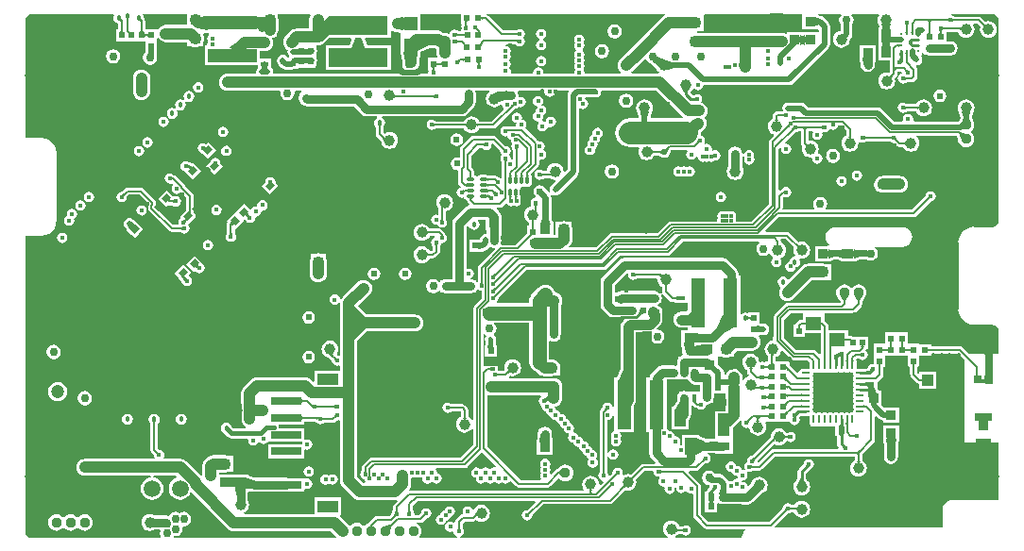
<source format=gbl>
G04 Layer_Physical_Order=6*
G04 Layer_Color=16711680*
%FSLAX25Y25*%
%MOIN*%
G70*
G01*
G75*
%ADD10R,0.03543X0.03543*%
%ADD11R,0.01969X0.02362*%
%ADD14C,0.03937*%
%ADD15R,0.02362X0.01969*%
G04:AMPARAMS|DCode=16|XSize=19.69mil|YSize=23.62mil|CornerRadius=0mil|HoleSize=0mil|Usage=FLASHONLY|Rotation=45.000|XOffset=0mil|YOffset=0mil|HoleType=Round|Shape=Rectangle|*
%AMROTATEDRECTD16*
4,1,4,0.00139,-0.01531,-0.01531,0.00139,-0.00139,0.01531,0.01531,-0.00139,0.00139,-0.01531,0.0*
%
%ADD16ROTATEDRECTD16*%

%ADD18R,0.03543X0.03543*%
%ADD32R,0.17323X0.05118*%
%ADD33C,0.04724*%
%ADD35O,0.03100X0.01200*%
%ADD36O,0.01200X0.03100*%
%ADD40R,0.02756X0.01575*%
%ADD44R,0.05118X0.17323*%
%ADD45C,0.01000*%
%ADD46C,0.00500*%
%ADD48C,0.00800*%
%ADD49C,0.02000*%
%ADD50C,0.00600*%
%ADD51C,0.04000*%
%ADD52C,0.03000*%
%ADD53C,0.01500*%
%ADD58C,0.03500*%
%ADD60C,0.08000*%
%ADD61C,0.05000*%
%ADD70C,0.11811*%
%ADD71C,0.03740*%
%ADD72C,0.05906*%
G04:AMPARAMS|DCode=74|XSize=236.22mil|YSize=236.22mil|CornerRadius=0mil|HoleSize=0mil|Usage=FLASHONLY|Rotation=0.000|XOffset=0mil|YOffset=0mil|HoleType=Round|Shape=RoundedRectangle|*
%AMROUNDEDRECTD74*
21,1,0.23622,0.23622,0,0,0.0*
21,1,0.23622,0.23622,0,0,0.0*
1,1,0.00000,0.11811,-0.11811*
1,1,0.00000,-0.11811,-0.11811*
1,1,0.00000,-0.11811,0.11811*
1,1,0.00000,0.11811,0.11811*
%
%ADD74ROUNDEDRECTD74*%
%ADD75C,0.03000*%
%ADD76C,0.01800*%
%ADD77C,0.01600*%
%ADD78C,0.02200*%
%ADD79C,0.02400*%
%ADD80C,0.01799*%
%ADD81C,0.01969*%
%ADD82C,0.12000*%
%ADD83R,0.03937X0.03937*%
%ADD84R,0.04134X0.08661*%
%ADD85O,0.03150X0.00984*%
%ADD86O,0.00984X0.03150*%
%ADD87R,0.14173X0.14173*%
%ADD88R,0.00984X0.01083*%
%ADD89R,0.01083X0.00984*%
%ADD90R,0.20866X0.06693*%
G04:AMPARAMS|DCode=91|XSize=19.69mil|YSize=23.62mil|CornerRadius=0mil|HoleSize=0mil|Usage=FLASHONLY|Rotation=315.000|XOffset=0mil|YOffset=0mil|HoleType=Round|Shape=Rectangle|*
%AMROTATEDRECTD91*
4,1,4,-0.01531,-0.00139,0.00139,0.01531,0.01531,0.00139,-0.00139,-0.01531,-0.01531,-0.00139,0.0*
%
%ADD91ROTATEDRECTD91*%

%ADD92R,0.04331X0.03150*%
%ADD93R,0.04331X0.07874*%
%ADD94R,0.07480X0.04331*%
%ADD95R,0.10630X0.02756*%
%ADD96R,0.04921X0.05118*%
%ADD97R,0.01575X0.02756*%
%ADD98R,0.05512X0.04724*%
%ADD99R,0.03150X0.01575*%
%ADD100R,0.02559X0.03150*%
%ADD101R,0.06299X0.03150*%
%ADD102R,0.04000X0.06000*%
%ADD103C,0.00570*%
G36*
X197250Y-171002D02*
X196500Y-171502D01*
X195750Y-171002D01*
X196250Y-170502D01*
X196750D01*
X197250Y-171002D01*
D02*
G37*
G36*
X176038Y-79689D02*
X175331Y-80054D01*
X174674Y-80004D01*
X175040Y-79297D01*
X176038Y-79689D01*
D02*
G37*
G36*
X239641Y-174002D02*
X240032Y-174792D01*
X238032D01*
X238422Y-174002D01*
X238032Y-173212D01*
X240032D01*
X239641Y-174002D01*
D02*
G37*
G36*
X202492Y-141552D02*
X201848Y-141828D01*
X201424Y-141404D01*
X201700Y-140760D01*
X202492Y-141552D01*
D02*
G37*
G36*
X240032Y-171292D02*
X238032D01*
X238531Y-170280D01*
X239531D01*
X240032Y-171292D01*
D02*
G37*
G36*
X259362Y-141100D02*
X258762Y-140800D01*
Y-140200D01*
X259362Y-139900D01*
Y-141100D01*
D02*
G37*
G36*
X263000Y-83096D02*
X262000D01*
X262250Y-82547D01*
X262750D01*
X263000Y-83096D01*
D02*
G37*
G36*
X230151Y-141364D02*
X226500Y-141376D01*
X228000Y-138364D01*
X231000D01*
X230151Y-141364D01*
D02*
G37*
G36*
X147222Y-140452D02*
Y-141052D01*
X146571Y-141312D01*
Y-140192D01*
X147222Y-140452D01*
D02*
G37*
G36*
X106992Y-144052D02*
X106348Y-144328D01*
X105924Y-143904D01*
X106200Y-143260D01*
X106992Y-144052D01*
D02*
G37*
G36*
X182247Y-76040D02*
X178727D01*
X179487Y-74040D01*
X181637D01*
X182247Y-76040D01*
D02*
G37*
G36*
X133060Y-177681D02*
X131940D01*
X132250Y-177012D01*
X132750D01*
X133060Y-177681D01*
D02*
G37*
G36*
X265992Y-177052D02*
X265300Y-177305D01*
X264947Y-176952D01*
X265200Y-176260D01*
X265992Y-177052D01*
D02*
G37*
G36*
X267240Y-176002D02*
Y-176502D01*
X266571Y-176812D01*
Y-175692D01*
X267240Y-176002D01*
D02*
G37*
G36*
X159478Y-78024D02*
X159701D01*
X159701Y-78252D01*
X159701Y-78252D01*
X159701D01*
X159851Y-79006D01*
X159851Y-79006D01*
X159500Y-79213D01*
X159500Y-79213D01*
Y-79213D01*
X158720Y-79368D01*
X158058Y-79810D01*
X157616Y-80472D01*
X157461Y-81252D01*
Y-81287D01*
X156834D01*
X156818Y-81286D01*
X156799Y-81287D01*
X156747D01*
X156709Y-81280D01*
X156671Y-81287D01*
X153753D01*
Y-83192D01*
X153698Y-83469D01*
X153753Y-83745D01*
Y-85650D01*
X156671D01*
X156709Y-85657D01*
X156747Y-85650D01*
X156799D01*
X156818Y-85651D01*
X156834Y-85650D01*
X157721D01*
Y-85554D01*
X158156Y-85508D01*
X158283D01*
X159064Y-85352D01*
X159725Y-84910D01*
X160942Y-83694D01*
X160946Y-83687D01*
X161425Y-84007D01*
X162400Y-84201D01*
X162584Y-84164D01*
X162820Y-84605D01*
X157099Y-90326D01*
X156823Y-90740D01*
X156726Y-91227D01*
Y-96046D01*
X156580Y-96360D01*
X156351Y-96378D01*
X155984Y-96038D01*
Y-95602D01*
X155236D01*
X154975Y-95429D01*
X154000Y-95235D01*
Y-94988D01*
X154202Y-94947D01*
X154798Y-94550D01*
X155196Y-93954D01*
X155335Y-93252D01*
X155196Y-92550D01*
X154798Y-91954D01*
X154202Y-91556D01*
X153500Y-91417D01*
X153173Y-91482D01*
X152786Y-91165D01*
Y-82100D01*
Y-76734D01*
X153188Y-76436D01*
X153527Y-76539D01*
X153547Y-76641D01*
X153967Y-77270D01*
X154596Y-77690D01*
X155337Y-77837D01*
X156078Y-77690D01*
X156707Y-77270D01*
X157127Y-76641D01*
X157274Y-75900D01*
X157127Y-75159D01*
X156707Y-74530D01*
X156823Y-74149D01*
X159478D01*
Y-78024D01*
D02*
G37*
G36*
X269048Y-176756D02*
X268531Y-176502D01*
X268596Y-176002D01*
X269174Y-175764D01*
X269048Y-176756D01*
D02*
G37*
G36*
X266062Y-142583D02*
X265626Y-143431D01*
X264592Y-142792D01*
X265441Y-142356D01*
X266062Y-142583D01*
D02*
G37*
G36*
X269635Y-142856D02*
X269300Y-143275D01*
X268508Y-142483D01*
X268927Y-142149D01*
X269635Y-142856D01*
D02*
G37*
G36*
X100222Y-139952D02*
Y-140552D01*
X99571Y-140812D01*
Y-139692D01*
X100222Y-139952D01*
D02*
G37*
G36*
X212722Y-93452D02*
Y-94052D01*
X212071Y-94312D01*
Y-93192D01*
X212722Y-93452D01*
D02*
G37*
G36*
X208633Y-168826D02*
X208068Y-169037D01*
X207715Y-168683D01*
X207926Y-168119D01*
X208633Y-168826D01*
D02*
G37*
G36*
X203992Y-168552D02*
X203300Y-168806D01*
X202946Y-168452D01*
X203200Y-167760D01*
X203992Y-168552D01*
D02*
G37*
G36*
X220787Y-93963D02*
X221212Y-93540D01*
X221749Y-93733D01*
X221292Y-94393D01*
X221300Y-94476D01*
X221249Y-94455D01*
X221136Y-94618D01*
X220996Y-94350D01*
X220276Y-94052D01*
X220999Y-93452D01*
X220787Y-93963D01*
D02*
G37*
G36*
X98465Y-139657D02*
X98337Y-140699D01*
X97650Y-140074D01*
X97957Y-139532D01*
X98465Y-139657D01*
D02*
G37*
G36*
X271183Y-140626D02*
X270393Y-140473D01*
Y-139873D01*
X271183Y-139721D01*
Y-140626D01*
D02*
G37*
G36*
X163054Y-93800D02*
X162800Y-94492D01*
X162008Y-93700D01*
X162700Y-93446D01*
X163054Y-93800D01*
D02*
G37*
G36*
X106429Y-140812D02*
X105778Y-140552D01*
Y-139952D01*
X106429Y-139692D01*
Y-140812D01*
D02*
G37*
G36*
X178972Y-82400D02*
Y-84400D01*
X176972Y-83638D01*
X176960Y-81400D01*
X178972Y-82400D01*
D02*
G37*
G36*
X158283Y-82468D02*
Y-84469D01*
X156709Y-84638D01*
Y-82299D01*
X158283Y-82468D01*
D02*
G37*
G36*
X244138Y-171280D02*
X241799D01*
X242500Y-169280D01*
X244500D01*
X244138Y-171280D01*
D02*
G37*
G36*
X270007Y-83300D02*
X269300Y-84007D01*
X269089Y-83443D01*
X269443Y-83089D01*
X270007Y-83300D01*
D02*
G37*
G36*
X196750Y-170204D02*
X196250D01*
X196000Y-169656D01*
X197000D01*
X196750Y-170204D01*
D02*
G37*
G36*
X240492Y-169552D02*
X240073Y-169887D01*
X239366Y-169179D01*
X239700Y-168760D01*
X240492Y-169552D01*
D02*
G37*
G36*
X77500Y-166220D02*
Y-169220D01*
X74760Y-168762D01*
Y-165242D01*
X77500Y-166220D01*
D02*
G37*
G36*
X258722Y-140200D02*
Y-140800D01*
X258071Y-141060D01*
Y-139940D01*
X258722Y-140200D01*
D02*
G37*
G36*
X218665Y-163252D02*
X218804Y-163954D01*
X219202Y-164550D01*
X219798Y-164947D01*
X220500Y-165087D01*
X220609Y-165066D01*
X220886Y-165481D01*
X220541Y-165998D01*
X220402Y-166700D01*
X220541Y-167402D01*
X220939Y-167998D01*
X221535Y-168396D01*
X222237Y-168535D01*
X222250Y-168533D01*
X222604Y-168886D01*
X222502Y-169400D01*
X222641Y-170102D01*
X223039Y-170698D01*
X223635Y-171096D01*
X224337Y-171235D01*
X225039Y-171096D01*
X225635Y-170698D01*
X226033Y-170102D01*
X226172Y-169400D01*
X226159Y-169332D01*
X226213Y-169058D01*
X226713D01*
X226841Y-169702D01*
X227239Y-170298D01*
X227835Y-170696D01*
X228537Y-170835D01*
X229239Y-170696D01*
X229835Y-170298D01*
X229934Y-170149D01*
X230434D01*
X230702Y-170550D01*
X231298Y-170948D01*
X232000Y-171087D01*
X232339Y-171020D01*
X232726Y-171337D01*
Y-178752D01*
X232822Y-179240D01*
X233099Y-179653D01*
X236599Y-183153D01*
X236599Y-183153D01*
X236599D01*
X236599Y-183153D01*
X236599D01*
X236599Y-183153D01*
Y-183153D01*
Y-183153D01*
D01*
D01*
X236599D01*
Y-183153D01*
X237012Y-183429D01*
X237500Y-183527D01*
X250923D01*
X251083Y-184000D01*
X250900Y-184140D01*
X250344Y-184865D01*
X249995Y-185709D01*
X249876Y-186614D01*
D01*
Y-186614D01*
X249831Y-186660D01*
X226411D01*
X226313Y-186169D01*
X226497Y-186093D01*
X227117Y-185617D01*
X227263Y-185426D01*
X227554Y-185326D01*
X228597D01*
X228963Y-185472D01*
X229298Y-185696D01*
X230000Y-185835D01*
X230702Y-185696D01*
X231298Y-185298D01*
X231696Y-184702D01*
X231835Y-184000D01*
X231696Y-183298D01*
X231298Y-182702D01*
X230702Y-182304D01*
X230000Y-182165D01*
X229298Y-182304D01*
X228963Y-182528D01*
X228597Y-182675D01*
X227871D01*
X227593Y-182003D01*
X227117Y-181383D01*
X226497Y-180907D01*
X225775Y-180608D01*
X225000Y-180506D01*
X224225Y-180608D01*
X223503Y-180907D01*
X222883Y-181383D01*
X222407Y-182003D01*
X222108Y-182725D01*
X222006Y-183500D01*
X222108Y-184275D01*
X222407Y-184997D01*
X222883Y-185617D01*
X223503Y-186093D01*
X223687Y-186169D01*
X223589Y-186660D01*
X150354D01*
X150309Y-186199D01*
D01*
X150305Y-186162D01*
X150639Y-186096D01*
X151235Y-185698D01*
X151633Y-185102D01*
X151772Y-184400D01*
X151633Y-183698D01*
X151409Y-183363D01*
X151262Y-182997D01*
Y-181612D01*
X152049Y-180825D01*
X155000D01*
X155507Y-180725D01*
X155937Y-180437D01*
X156095Y-180280D01*
X156503Y-180593D01*
X157225Y-180892D01*
X158000Y-180994D01*
X158775Y-180892D01*
X159497Y-180593D01*
X160117Y-180117D01*
X160593Y-179497D01*
X160892Y-178775D01*
X160994Y-178000D01*
X160892Y-177225D01*
X160593Y-176503D01*
X160117Y-175883D01*
X159497Y-175407D01*
X158775Y-175108D01*
X158000Y-175006D01*
X157225Y-175108D01*
X156503Y-175407D01*
X155883Y-175883D01*
X155407Y-176503D01*
X155368Y-176597D01*
X154814Y-176707D01*
X154417Y-176112D01*
X153821Y-175714D01*
X153119Y-175574D01*
X152416Y-175714D01*
X151821Y-176112D01*
X151423Y-176707D01*
X151284Y-177409D01*
X151369Y-177840D01*
X151091Y-178256D01*
X150993Y-178275D01*
X150563Y-178563D01*
X149000Y-180126D01*
X148712Y-180556D01*
X148611Y-181063D01*
Y-181124D01*
X148171Y-181359D01*
X147639Y-181004D01*
X146937Y-180865D01*
X146235Y-181004D01*
X145639Y-181402D01*
X145241Y-181998D01*
X145102Y-182700D01*
X145241Y-183402D01*
X145639Y-183998D01*
X146235Y-184396D01*
X146937Y-184535D01*
X147639Y-184396D01*
X147673Y-184373D01*
X148135Y-184565D01*
X148241Y-185102D01*
X148639Y-185698D01*
X149235Y-186096D01*
X149569Y-186162D01*
X149520Y-186660D01*
X136336D01*
X136114Y-186211D01*
X136507Y-185699D01*
X136796Y-185001D01*
X136895Y-184252D01*
X136796Y-183503D01*
X136507Y-182805D01*
X136047Y-182205D01*
X135447Y-181745D01*
X134749Y-181456D01*
X134000Y-181357D01*
X134032Y-181325D01*
X136500D01*
X137007Y-181225D01*
X137437Y-180937D01*
X138445Y-179929D01*
X138807Y-179774D01*
X139202Y-179696D01*
X139798Y-179298D01*
X140196Y-178702D01*
X140335Y-178000D01*
X140196Y-177298D01*
X139798Y-176702D01*
X139202Y-176304D01*
X138500Y-176165D01*
X137798Y-176304D01*
X137202Y-176702D01*
X136804Y-177298D01*
X136726Y-177693D01*
X136571Y-178055D01*
X135951Y-178674D01*
X134645D01*
X134328Y-178288D01*
X134335Y-178252D01*
X134196Y-177550D01*
X133959Y-177196D01*
X133774Y-176798D01*
Y-175280D01*
X135528Y-173527D01*
X176770D01*
X176961Y-173988D01*
X174127Y-176822D01*
X173715Y-176973D01*
X173298Y-177056D01*
X172702Y-177454D01*
X172304Y-178050D01*
X172165Y-178752D01*
X172304Y-179454D01*
X172702Y-180050D01*
X173298Y-180447D01*
X174000Y-180587D01*
X174702Y-180447D01*
X175298Y-180050D01*
X175696Y-179454D01*
X175779Y-179036D01*
X175929Y-178625D01*
X179780Y-174775D01*
X203252D01*
X203740Y-174678D01*
X204153Y-174401D01*
X204153Y-174401D01*
X204153Y-174401D01*
X208629Y-169926D01*
X208851Y-170018D01*
X209626Y-170120D01*
X210401Y-170018D01*
X211123Y-169719D01*
X211743Y-169243D01*
X212219Y-168623D01*
X212518Y-167901D01*
X212620Y-167126D01*
X212518Y-166351D01*
X212426Y-166129D01*
X215478Y-163076D01*
X218521D01*
X218665Y-163252D01*
D02*
G37*
G36*
X160717Y-63684D02*
Y-64284D01*
X159839Y-64538D01*
Y-63430D01*
X160717Y-63684D01*
D02*
G37*
G36*
X152119Y-64231D02*
X151783Y-64914D01*
X151184Y-63973D01*
X151836Y-63807D01*
X152119Y-64231D01*
D02*
G37*
G36*
X165332Y-64024D02*
X164286Y-64391D01*
X164173Y-63778D01*
X164716Y-63614D01*
X165332Y-64024D01*
D02*
G37*
G36*
X152959Y-64474D02*
X152222Y-64234D01*
Y-63734D01*
X152959Y-63494D01*
Y-64474D01*
D02*
G37*
G36*
X162992Y-64452D02*
X162200Y-65244D01*
X161924Y-64600D01*
X162348Y-64176D01*
X162992Y-64452D01*
D02*
G37*
G36*
X160650Y-65703D02*
Y-66004D01*
X160878Y-65776D01*
X161276Y-65984D01*
X160732Y-66528D01*
X160575Y-66227D01*
X159926Y-66435D01*
Y-65472D01*
X160650Y-65703D01*
D02*
G37*
G36*
X154462Y-67053D02*
X153962D01*
X153712Y-66540D01*
X154712D01*
X154462Y-67053D01*
D02*
G37*
G36*
X42800Y-146141D02*
X42200D01*
X41870Y-145395D01*
X43130D01*
X42800Y-146141D01*
D02*
G37*
G36*
X252576Y-145348D02*
X252300Y-145992D01*
X251508Y-145200D01*
X252152Y-144924D01*
X252576Y-145348D01*
D02*
G37*
G36*
X285953Y-147792D02*
X283953D01*
X284453Y-146780D01*
X285453D01*
X285953Y-147792D01*
D02*
G37*
G36*
X248414Y-144674D02*
X245653Y-147300D01*
Y-142835D01*
X245586Y-141846D01*
X248414Y-144674D01*
D02*
G37*
G36*
X154600Y-59460D02*
X153400D01*
X153700Y-58847D01*
X154300D01*
X154600Y-59460D01*
D02*
G37*
G36*
X285469Y-150724D02*
X284469D01*
X283968Y-149712D01*
X285968D01*
X285469Y-150724D01*
D02*
G37*
G36*
X160650Y-59797D02*
Y-60297D01*
X159913Y-60537D01*
Y-59557D01*
X160650Y-59797D01*
D02*
G37*
G36*
Y-61766D02*
Y-62266D01*
X159913Y-62506D01*
Y-61526D01*
X160650Y-61766D01*
D02*
G37*
G36*
X153033Y-62570D02*
X152155Y-62316D01*
Y-61716D01*
X153033Y-61462D01*
Y-62570D01*
D02*
G37*
G36*
X287221Y-146859D02*
X286621D01*
X286469Y-146069D01*
X287373D01*
X287221Y-146859D01*
D02*
G37*
G36*
X163729Y-60200D02*
X162937Y-60992D01*
X162683Y-60300D01*
X163037Y-59947D01*
X163729Y-60200D01*
D02*
G37*
G36*
X256400Y-144052D02*
X255800Y-144652D01*
X255200D01*
X254600Y-144052D01*
X255500Y-143452D01*
X256400Y-144052D01*
D02*
G37*
G36*
X177338Y-70556D02*
X177469Y-71189D01*
X176635Y-70637D01*
X176838Y-70219D01*
X177338Y-70556D01*
D02*
G37*
G36*
X100210Y-144881D02*
X99736Y-144592D01*
X99866Y-143992D01*
X100794Y-143979D01*
X100210Y-144881D01*
D02*
G37*
G36*
X138492Y-178800D02*
X137848Y-179076D01*
X137424Y-178652D01*
X137700Y-178008D01*
X138492Y-178800D01*
D02*
G37*
G36*
X152600Y-144625D02*
X151400D01*
X151700Y-143955D01*
X152300D01*
X152600Y-144625D01*
D02*
G37*
G36*
X259362Y-144352D02*
X258762Y-144052D01*
Y-143452D01*
X259362Y-143152D01*
Y-144352D01*
D02*
G37*
G36*
X128560Y-177681D02*
X127440D01*
X127750Y-177012D01*
X128250D01*
X128560Y-177681D01*
D02*
G37*
G36*
X175054Y-178052D02*
X174800Y-178744D01*
X174008Y-177952D01*
X174700Y-177698D01*
X175054Y-178052D01*
D02*
G37*
G36*
X269028Y-144142D02*
X269060Y-144429D01*
X267940D01*
X267972Y-144142D01*
X267940Y-143855D01*
X269060D01*
X269028Y-144142D01*
D02*
G37*
G36*
X170473Y-66526D02*
X170793Y-67008D01*
X169762Y-67444D01*
X169939Y-66702D01*
X170092Y-66632D01*
X169939D01*
X169699Y-65895D01*
X170678D01*
X170473Y-66526D01*
D02*
G37*
G36*
X256100Y-145625D02*
X254900D01*
X255200Y-144955D01*
X255800D01*
X256100Y-145625D01*
D02*
G37*
G36*
X316492Y-66800D02*
X315800Y-67054D01*
X315446Y-66700D01*
X315700Y-66008D01*
X316492Y-66800D01*
D02*
G37*
G36*
X168504Y-66526D02*
X168824Y-67021D01*
X167775Y-67413D01*
X167970Y-66673D01*
X168072Y-66632D01*
X167970D01*
X167729Y-65895D01*
X168710D01*
X168504Y-66526D01*
D02*
G37*
G36*
X127992Y-179052D02*
X127300Y-179306D01*
X126946Y-178952D01*
X127200Y-178260D01*
X127992Y-179052D01*
D02*
G37*
G36*
X177338Y-69491D02*
X176838D01*
X176528Y-68822D01*
X177648D01*
X177338Y-69491D01*
D02*
G37*
G36*
X95104Y-143992D02*
Y-144592D01*
X94492Y-144892D01*
Y-143692D01*
X95104Y-143992D01*
D02*
G37*
G36*
X102222Y-144452D02*
Y-145052D01*
X101571Y-145312D01*
Y-144192D01*
X102222Y-144452D01*
D02*
G37*
G36*
X156298Y-178989D02*
X155754Y-179170D01*
X155608Y-178468D01*
X156040Y-177816D01*
X156298Y-178989D01*
D02*
G37*
G36*
X240654Y-165174D02*
X240507Y-167174D01*
X238781Y-166884D01*
X239722Y-165045D01*
X240654Y-165174D01*
D02*
G37*
G36*
X294067Y-128922D02*
X293533Y-128862D01*
Y-127862D01*
X294067Y-127802D01*
Y-128922D01*
D02*
G37*
G36*
X163825Y-128804D02*
Y-129403D01*
X163175Y-129664D01*
Y-128543D01*
X163825Y-128804D01*
D02*
G37*
G36*
X267063Y-123437D02*
X267493Y-123725D01*
X268000Y-123826D01*
X272951D01*
X273615Y-124490D01*
X273589Y-124622D01*
Y-126787D01*
X273535Y-126841D01*
X271370D01*
X270788Y-126957D01*
X270294Y-127286D01*
X269965Y-127780D01*
X269851Y-128352D01*
X269762Y-128379D01*
X269338Y-128464D01*
X266887Y-126012D01*
X266650Y-125551D01*
Y-124268D01*
X261857D01*
Y-122806D01*
X262371Y-122593D01*
X262991Y-122117D01*
X263467Y-121497D01*
X263766Y-120775D01*
X263766Y-120775D01*
X264240Y-120614D01*
X267063Y-123437D01*
D02*
G37*
G36*
X168099Y-128250D02*
X167412Y-128512D01*
X166988Y-128088D01*
X167250Y-127401D01*
X168099Y-128250D01*
D02*
G37*
G36*
X258222Y-129700D02*
Y-130300D01*
X257571Y-130560D01*
Y-129440D01*
X258222Y-129700D01*
D02*
G37*
G36*
X230869Y-130631D02*
X230885Y-130716D01*
X231438Y-131543D01*
X231698Y-131802D01*
X232524Y-132355D01*
X233500Y-132549D01*
X234982D01*
Y-133500D01*
Y-134902D01*
X231453D01*
D01*
D01*
X231453Y-134902D01*
X231287D01*
Y-134902D01*
X230360D01*
X229500Y-134731D01*
X228640Y-134902D01*
X227713D01*
Y-135467D01*
X227698Y-135477D01*
X227145Y-136304D01*
X226951Y-137279D01*
Y-138183D01*
X225871Y-140352D01*
X225163D01*
Y-148352D01*
X231163D01*
Y-145033D01*
X231302Y-144893D01*
X231855Y-144066D01*
X232049Y-143091D01*
Y-140005D01*
X232511Y-139813D01*
X233099Y-140401D01*
X233512Y-140677D01*
X234000Y-140775D01*
X234046D01*
X234443Y-140959D01*
X234798Y-141196D01*
X235500Y-141335D01*
X236202Y-141196D01*
X236798Y-140798D01*
X237196Y-140202D01*
X237294Y-139708D01*
X237531Y-139549D01*
X237531Y-139549D01*
Y-139549D01*
X238507Y-139355D01*
X239062Y-138984D01*
X239713D01*
Y-138236D01*
X239886Y-137975D01*
X240080Y-137000D01*
Y-135484D01*
X241192D01*
X241469Y-135539D01*
X241745Y-135484D01*
X243650D01*
D01*
X243650D01*
X243974Y-135809D01*
Y-137105D01*
X244207Y-137293D01*
X243974Y-137526D01*
Y-141823D01*
X240335D01*
Y-151646D01*
X237071D01*
X234903Y-150570D01*
Y-150195D01*
X233979D01*
X233960Y-150189D01*
X233925Y-150194D01*
X233891Y-150187D01*
X233853Y-150195D01*
X228903D01*
Y-153564D01*
X228551Y-153853D01*
X228056Y-153780D01*
X227885Y-153524D01*
X228033Y-153302D01*
X228172Y-152600D01*
X228033Y-151898D01*
X227635Y-151302D01*
X227039Y-150904D01*
X226337Y-150765D01*
X226172Y-150798D01*
X226033Y-150098D01*
X225635Y-149502D01*
X225039Y-149104D01*
X224337Y-148965D01*
X224233Y-148985D01*
X224196Y-148798D01*
X223798Y-148202D01*
X223268Y-147848D01*
Y-130773D01*
X225760D01*
X226620Y-130602D01*
X227547D01*
Y-130602D01*
X227547D01*
X227547Y-130602D01*
X227713D01*
Y-130602D01*
X228640D01*
X229500Y-130773D01*
X230360Y-130602D01*
X230863D01*
X230869Y-130631D01*
D02*
G37*
G36*
X271183Y-130783D02*
X270393Y-130631D01*
Y-130031D01*
X271183Y-129878D01*
Y-130783D01*
D02*
G37*
G36*
X256429Y-130560D02*
X255778Y-130300D01*
Y-129700D01*
X256429Y-129440D01*
Y-130560D01*
D02*
G37*
G36*
X259362Y-130600D02*
X258762Y-130300D01*
Y-129700D01*
X259362Y-129400D01*
Y-130600D01*
D02*
G37*
G36*
X261132Y-125292D02*
X259931D01*
X260231Y-124680D01*
X260831D01*
X261132Y-125292D01*
D02*
G37*
G36*
X259362Y-126852D02*
X258762Y-126552D01*
Y-125952D01*
X259362Y-125652D01*
Y-126852D01*
D02*
G37*
G36*
X211510Y-124740D02*
X207990D01*
X208000Y-121240D01*
X211500D01*
X211510Y-124740D01*
D02*
G37*
G36*
X95104Y-138086D02*
Y-138686D01*
X94492Y-138986D01*
Y-137786D01*
X95104Y-138086D01*
D02*
G37*
G36*
X253300Y-127172D02*
X252700D01*
X252400Y-126501D01*
X253600D01*
X253300Y-127172D01*
D02*
G37*
G36*
X286339Y-128193D02*
X286921Y-128309D01*
X287504Y-128193D01*
X287906Y-127924D01*
X288308Y-128193D01*
X288890Y-128309D01*
X288943Y-128362D01*
X289059Y-128944D01*
X289328Y-129347D01*
X289059Y-129748D01*
X288943Y-130331D01*
X289059Y-130913D01*
X289328Y-131315D01*
X289059Y-131717D01*
X288943Y-132299D01*
X289059Y-132881D01*
X289328Y-133283D01*
X289059Y-133686D01*
X288943Y-134268D01*
X289059Y-134850D01*
X289328Y-135252D01*
X289059Y-135654D01*
X288943Y-136236D01*
X289059Y-136818D01*
X289328Y-137221D01*
X289059Y-137622D01*
X288943Y-138205D01*
X289059Y-138787D01*
X289328Y-139189D01*
X289059Y-139591D01*
X288943Y-140173D01*
X289059Y-140755D01*
X289328Y-141157D01*
X289059Y-141560D01*
X288943Y-142142D01*
X288890Y-142195D01*
X288308Y-142311D01*
X287906Y-142580D01*
X287504Y-142311D01*
X286921Y-142195D01*
X286339Y-142311D01*
X285937Y-142580D01*
X285535Y-142311D01*
X284953Y-142195D01*
X284371Y-142311D01*
X283968Y-142580D01*
X283566Y-142311D01*
X282984Y-142195D01*
X282402Y-142311D01*
X282000Y-142580D01*
X281598Y-142311D01*
X281016Y-142195D01*
X280434Y-142311D01*
X280031Y-142580D01*
X279629Y-142311D01*
X279047Y-142195D01*
X278465Y-142311D01*
X278063Y-142580D01*
X277661Y-142311D01*
X277079Y-142195D01*
X276497Y-142311D01*
X276095Y-142580D01*
X275692Y-142311D01*
X275110Y-142195D01*
X275057Y-142142D01*
X274941Y-141560D01*
X274672Y-141157D01*
X274941Y-140755D01*
X275057Y-140173D01*
X274941Y-139591D01*
X274672Y-139189D01*
X274941Y-138787D01*
X275057Y-138205D01*
X274941Y-137622D01*
X274672Y-137221D01*
X274941Y-136818D01*
X275057Y-136236D01*
X274941Y-135654D01*
X274672Y-135252D01*
X274941Y-134850D01*
X275057Y-134268D01*
X274941Y-133686D01*
X274672Y-133283D01*
X274941Y-132881D01*
X275057Y-132299D01*
X274941Y-131717D01*
X274672Y-131315D01*
X274941Y-130913D01*
X275057Y-130331D01*
X274941Y-129748D01*
X274672Y-129347D01*
X274941Y-128944D01*
X275057Y-128362D01*
X275110Y-128309D01*
X275692Y-128193D01*
X276095Y-127924D01*
X276497Y-128193D01*
X277079Y-128309D01*
X277661Y-128193D01*
X278063Y-127924D01*
X278465Y-128193D01*
X279047Y-128309D01*
X279629Y-128193D01*
X280031Y-127924D01*
X280434Y-128193D01*
X281016Y-128309D01*
X281598Y-128193D01*
X282000Y-127924D01*
X282402Y-128193D01*
X282984Y-128309D01*
X283566Y-128193D01*
X283968Y-127924D01*
X284371Y-128193D01*
X284953Y-128309D01*
X285535Y-128193D01*
X285937Y-127924D01*
X286339Y-128193D01*
D02*
G37*
G36*
X295992Y-127800D02*
X295684Y-128046D01*
X295438Y-128354D01*
X294646Y-127562D01*
X294954Y-127316D01*
X295200Y-127008D01*
X295992Y-127800D01*
D02*
G37*
G36*
X266062Y-126638D02*
Y-127486D01*
X265638Y-127224D01*
X265626Y-125789D01*
X266062Y-126638D01*
D02*
G37*
G36*
X161429Y-127560D02*
X160778Y-127300D01*
Y-126700D01*
X161429Y-126440D01*
Y-127560D01*
D02*
G37*
G36*
X296647Y-133724D02*
X296701D01*
X296693Y-133817D01*
X297532Y-135504D01*
X296550Y-135501D01*
X296532Y-135724D01*
X294531D01*
X294512Y-135492D01*
X294490Y-135492D01*
X294495Y-135287D01*
X294362Y-133724D01*
X294527D01*
X294531Y-133492D01*
X296532D01*
X296647Y-133724D01*
D02*
G37*
G36*
X271183Y-136688D02*
X270393Y-136536D01*
Y-135936D01*
X271183Y-135784D01*
Y-136688D01*
D02*
G37*
G36*
X259362Y-134100D02*
X258762Y-133800D01*
Y-133200D01*
X259362Y-132900D01*
Y-134100D01*
D02*
G37*
G36*
X271183Y-134720D02*
X270393Y-134568D01*
Y-133968D01*
X271183Y-133816D01*
Y-134720D01*
D02*
G37*
G36*
X266238Y-135936D02*
Y-136536D01*
X265626Y-136836D01*
X265638Y-135780D01*
X266238Y-135936D01*
D02*
G37*
G36*
X182286Y-136316D02*
X182362Y-136280D01*
Y-138224D01*
X182286Y-138188D01*
Y-138817D01*
X181116Y-137848D01*
X180800Y-138244D01*
X180008Y-137452D01*
X180427Y-137117D01*
X181000Y-137690D01*
Y-136752D01*
X182286Y-135687D01*
Y-136316D01*
D02*
G37*
G36*
X271183Y-138657D02*
X270393Y-138505D01*
Y-137905D01*
X271183Y-137752D01*
Y-138657D01*
D02*
G37*
G36*
X258722Y-136700D02*
Y-137300D01*
X258071Y-137560D01*
Y-136440D01*
X258722Y-136700D01*
D02*
G37*
G36*
X259362Y-137600D02*
X258762Y-137300D01*
Y-136700D01*
X259362Y-136400D01*
Y-137600D01*
D02*
G37*
G36*
X271183Y-132752D02*
X270393Y-132599D01*
Y-131999D01*
X271183Y-131847D01*
Y-132752D01*
D02*
G37*
G36*
X294362Y-133299D02*
X293362Y-132799D01*
Y-131799D01*
X294362Y-131780D01*
Y-133299D01*
D02*
G37*
G36*
X266062Y-130921D02*
X265441Y-131149D01*
X264592Y-130712D01*
X265626Y-130073D01*
X266062Y-130921D01*
D02*
G37*
G36*
X211328Y-128260D02*
X211510D01*
X211500Y-131760D01*
X208000D01*
X207997Y-130858D01*
X206250Y-130863D01*
X208000Y-127351D01*
X211500D01*
X211328Y-128260D01*
D02*
G37*
G36*
X328400Y-123753D02*
Y-152900D01*
X332300D01*
X332500Y-153100D01*
Y-151600D01*
X337600D01*
Y-153000D01*
X337500Y-153100D01*
X340427D01*
Y-172835D01*
X340432Y-172857D01*
X340308Y-173155D01*
X340011Y-173278D01*
X339988Y-173274D01*
D01*
X324240D01*
Y-173273D01*
X323335Y-173392D01*
X322491Y-173742D01*
X321766Y-174298D01*
X321210Y-175022D01*
X320861Y-175866D01*
X320742Y-176772D01*
X320742D01*
X320742Y-176772D01*
Y-182677D01*
X320747Y-182700D01*
X320623Y-182998D01*
X320326Y-183121D01*
X320303Y-183116D01*
X261591D01*
X261400Y-182654D01*
X265873Y-178182D01*
X266284Y-178031D01*
X266702Y-177947D01*
X267056Y-177711D01*
X267454Y-177526D01*
X268212D01*
X268407Y-177997D01*
X268883Y-178617D01*
X269503Y-179093D01*
X270225Y-179392D01*
X271000Y-179494D01*
X271775Y-179392D01*
X272497Y-179093D01*
X273117Y-178617D01*
X273593Y-177997D01*
X273892Y-177275D01*
X273994Y-176500D01*
X273892Y-175725D01*
X273593Y-175003D01*
X273117Y-174383D01*
X272497Y-173907D01*
X271775Y-173608D01*
X271000Y-173506D01*
X270225Y-173608D01*
X269503Y-173907D01*
X268883Y-174383D01*
X268436Y-174965D01*
X268406Y-174978D01*
X267454D01*
X267057Y-174793D01*
X266702Y-174556D01*
X266000Y-174417D01*
X265298Y-174556D01*
X264702Y-174954D01*
X264304Y-175550D01*
X264221Y-175968D01*
X264071Y-176379D01*
X259472Y-180977D01*
X238028D01*
X235275Y-178224D01*
Y-168252D01*
X235177Y-167764D01*
X234901Y-167351D01*
X231089Y-163538D01*
X231280Y-163076D01*
X233698D01*
X234186Y-162979D01*
X234599Y-162703D01*
X234599Y-162703D01*
X234599Y-162703D01*
X236873Y-160430D01*
X237284Y-160279D01*
X237702Y-160196D01*
X238298Y-159798D01*
X238696Y-159202D01*
X238835Y-158500D01*
X238696Y-157798D01*
X238298Y-157202D01*
X237702Y-156804D01*
X237702Y-156804D01*
X237702D01*
Y-156804D01*
X237708Y-156744D01*
X239141D01*
X240335Y-156787D01*
Y-156815D01*
X241118D01*
X241310Y-156822D01*
X241328Y-156819D01*
X241347Y-156823D01*
X241385Y-156815D01*
X246665D01*
Y-151697D01*
Y-147874D01*
X249140Y-145399D01*
X249340Y-145139D01*
X249795Y-145345D01*
X249665Y-146000D01*
X249804Y-146702D01*
X250202Y-147298D01*
X250798Y-147696D01*
X251500Y-147835D01*
X252165Y-147703D01*
X252571Y-147994D01*
X252608Y-148275D01*
X252907Y-148997D01*
X253383Y-149617D01*
X254003Y-150093D01*
X254725Y-150392D01*
X255500Y-150494D01*
X256275Y-150392D01*
X256997Y-150093D01*
X257617Y-149617D01*
X258093Y-148997D01*
X258392Y-148275D01*
X258494Y-147500D01*
X258392Y-146725D01*
X258093Y-146003D01*
X258103Y-145926D01*
X258350Y-145736D01*
D01*
X258350Y-145736D01*
X266650D01*
Y-145733D01*
X266804Y-145702D01*
X267202Y-146298D01*
X267798Y-146696D01*
X268500Y-146835D01*
X269202Y-146696D01*
X269798Y-146298D01*
X270196Y-145702D01*
X270335Y-145000D01*
X270196Y-144298D01*
X270091Y-144142D01*
X270196Y-143986D01*
X270248Y-143722D01*
X270289Y-143671D01*
X272453D01*
X272493Y-143663D01*
X273535D01*
X273589Y-143717D01*
Y-145882D01*
X273705Y-146464D01*
X274035Y-146958D01*
X274528Y-147287D01*
X275110Y-147403D01*
X275692Y-147287D01*
X276095Y-147019D01*
X276497Y-147287D01*
X277079Y-147403D01*
X277661Y-147287D01*
X278063Y-147019D01*
X278465Y-147287D01*
X279047Y-147403D01*
X279629Y-147287D01*
X280031Y-147019D01*
X280434Y-147287D01*
X281016Y-147403D01*
X281598Y-147287D01*
X282000Y-147019D01*
X282402Y-147287D01*
X282787Y-147364D01*
Y-150736D01*
X283337D01*
X283439Y-150943D01*
Y-153469D01*
X283556Y-154054D01*
X283887Y-154550D01*
X284050Y-154713D01*
X283858Y-155175D01*
X261000D01*
X260493Y-155275D01*
X260063Y-155563D01*
X255801Y-159825D01*
X255387Y-159544D01*
X255429Y-159445D01*
X261378Y-153497D01*
X261503Y-153593D01*
X262225Y-153892D01*
X263000Y-153994D01*
X263775Y-153892D01*
X264497Y-153593D01*
X265117Y-153117D01*
X265593Y-152497D01*
X265645Y-152373D01*
X265678Y-152358D01*
X265963Y-152472D01*
X266298Y-152696D01*
X267000Y-152835D01*
X267702Y-152696D01*
X268298Y-152298D01*
X268696Y-151702D01*
X268835Y-151000D01*
X268696Y-150298D01*
X268298Y-149702D01*
X267702Y-149304D01*
X267000Y-149165D01*
X266298Y-149304D01*
X265963Y-149528D01*
X265678Y-149642D01*
X265645Y-149627D01*
X265593Y-149503D01*
X265117Y-148883D01*
X264497Y-148407D01*
X263775Y-148108D01*
X263000Y-148006D01*
X262225Y-148108D01*
X261503Y-148407D01*
X260883Y-148883D01*
X260407Y-149503D01*
X260108Y-150225D01*
X260008Y-150984D01*
X259851Y-151275D01*
X253555Y-157571D01*
X253193Y-157726D01*
X252798Y-157804D01*
X252202Y-158202D01*
X251804Y-158798D01*
X251665Y-159500D01*
X251734Y-159847D01*
X251202Y-160202D01*
X250804Y-160798D01*
X250665Y-161500D01*
X250804Y-162202D01*
X250921Y-162377D01*
X250643Y-162793D01*
X250000Y-162665D01*
X249777Y-162709D01*
X249696Y-162298D01*
X249298Y-161702D01*
X248702Y-161304D01*
X248000Y-161165D01*
X248000Y-161165D01*
X248000Y-161165D01*
X247733Y-160986D01*
X247696Y-160798D01*
X247298Y-160202D01*
X246702Y-159804D01*
X246000Y-159665D01*
X245298Y-159804D01*
X244702Y-160202D01*
X244304Y-160798D01*
X244165Y-161500D01*
X244304Y-162202D01*
X244702Y-162798D01*
X245298Y-163196D01*
X246000Y-163335D01*
X246000Y-163335D01*
X246000Y-163335D01*
X246267Y-163514D01*
X246304Y-163702D01*
X246702Y-164298D01*
X247298Y-164696D01*
X248000Y-164835D01*
X248223Y-164791D01*
X248304Y-165202D01*
X248391Y-165331D01*
X248142Y-165765D01*
X248137Y-165765D01*
X248137Y-165765D01*
Y-165765D01*
X247435Y-165904D01*
X246839Y-166302D01*
X246609Y-166648D01*
X246137Y-166554D01*
X245435Y-166693D01*
X245435Y-166693D01*
X245435Y-166693D01*
X245162Y-166639D01*
X245134Y-166597D01*
X244942Y-166310D01*
X243364Y-164732D01*
X242702Y-164290D01*
X241922Y-164134D01*
X240582D01*
X240380Y-164107D01*
X240086Y-163666D01*
X239259Y-163114D01*
X238283Y-162919D01*
X237308Y-163114D01*
X236481Y-163666D01*
X235929Y-164493D01*
X235735Y-165469D01*
X235929Y-166444D01*
X236481Y-167271D01*
X237308Y-167824D01*
X238091Y-167979D01*
X238208Y-168058D01*
X238375Y-168091D01*
X238520Y-168569D01*
X237950Y-169139D01*
X237618Y-169635D01*
X237555Y-169954D01*
X237400Y-170268D01*
X236850D01*
Y-174236D01*
X236850D01*
Y-177736D01*
X241213D01*
Y-174616D01*
X241654Y-174380D01*
X241993Y-174607D01*
X242969Y-174801D01*
X249842D01*
X250000Y-174832D01*
X251842D01*
X252818Y-174638D01*
X253645Y-174086D01*
X256703Y-171028D01*
X256775Y-171018D01*
X257497Y-170719D01*
X258117Y-170243D01*
X258593Y-169623D01*
X258892Y-168901D01*
X258994Y-168126D01*
X258892Y-167351D01*
X258593Y-166629D01*
X258117Y-166009D01*
X257497Y-165533D01*
X256775Y-165234D01*
X256000Y-165132D01*
X255225Y-165234D01*
X254503Y-165533D01*
X253883Y-166009D01*
X253407Y-166629D01*
X253108Y-167351D01*
X253099Y-167423D01*
X252199Y-168322D01*
X251721Y-168177D01*
X251696Y-168050D01*
X251298Y-167454D01*
X250702Y-167056D01*
X250000Y-166917D01*
X249893Y-166938D01*
X249833Y-166898D01*
Y-166898D01*
X249833Y-166898D01*
X249746Y-166769D01*
X249995Y-166335D01*
X250000Y-166335D01*
X250000Y-166335D01*
Y-166335D01*
X250702Y-166196D01*
X251298Y-165798D01*
X251696Y-165202D01*
X251835Y-164500D01*
X251696Y-163798D01*
X251579Y-163623D01*
X251857Y-163207D01*
X252500Y-163335D01*
X253202Y-163196D01*
X253537Y-162972D01*
X253903Y-162826D01*
X256000D01*
X256507Y-162725D01*
X256937Y-162437D01*
X261549Y-157826D01*
X289674D01*
Y-159250D01*
X289627Y-159355D01*
X289503Y-159407D01*
X288883Y-159883D01*
X288407Y-160503D01*
X288108Y-161225D01*
X288006Y-162000D01*
X288108Y-162775D01*
X288407Y-163497D01*
X288883Y-164117D01*
X289503Y-164593D01*
X290225Y-164892D01*
X291000Y-164994D01*
X291775Y-164892D01*
X292497Y-164593D01*
X293117Y-164117D01*
X293593Y-163497D01*
X293892Y-162775D01*
X293994Y-162000D01*
X293892Y-161225D01*
X293593Y-160503D01*
X293117Y-159883D01*
X292497Y-159407D01*
X292373Y-159355D01*
X292325Y-159250D01*
Y-157413D01*
X292583Y-156792D01*
X296437Y-152937D01*
X296437Y-152937D01*
X296437Y-152937D01*
X296725Y-152507D01*
X296826Y-152000D01*
Y-143863D01*
X297287Y-143671D01*
X297558Y-143942D01*
X298308Y-144692D01*
X298970Y-145134D01*
X299728Y-145285D01*
Y-146022D01*
X305272D01*
Y-140478D01*
X299862D01*
X299022Y-139638D01*
Y-134480D01*
X298161D01*
X297713Y-133578D01*
Y-131513D01*
X298096Y-131257D01*
X299426Y-129926D01*
X299710Y-129501D01*
X299810Y-129000D01*
Y-126401D01*
X300484D01*
Y-122464D01*
Y-122236D01*
X308516D01*
Y-122465D01*
Y-126402D01*
X309190D01*
Y-129000D01*
X309290Y-129501D01*
X309574Y-129926D01*
X311420Y-131773D01*
X311845Y-132057D01*
X312347Y-132157D01*
X312531D01*
Y-133815D01*
X318468D01*
Y-127878D01*
X312531D01*
Y-128525D01*
X312226Y-128652D01*
X311810Y-128374D01*
Y-126402D01*
X312484D01*
Y-122465D01*
Y-122236D01*
X316650D01*
Y-121562D01*
X326209D01*
X328400Y-123753D01*
D02*
G37*
G36*
X258222Y-133200D02*
Y-133800D01*
X257571Y-134060D01*
Y-132940D01*
X258222Y-133200D01*
D02*
G37*
G36*
X256429Y-134060D02*
X255778Y-133800D01*
Y-133200D01*
X256429Y-132940D01*
Y-134060D01*
D02*
G37*
G36*
X266238Y-132952D02*
Y-133552D01*
X265626Y-133852D01*
Y-132652D01*
X266238Y-132952D01*
D02*
G37*
G36*
X255440Y-133200D02*
X255078Y-133800D01*
X254310Y-133969D01*
X254920Y-132936D01*
X255440Y-133200D01*
D02*
G37*
G36*
X185031Y-107100D02*
X182032D01*
X181956Y-104132D01*
X185107D01*
X185031Y-107100D01*
D02*
G37*
G36*
X215245Y-107378D02*
X213831Y-108097D01*
X213321Y-107193D01*
X214040Y-105779D01*
X215245Y-107378D01*
D02*
G37*
G36*
X291300Y-102968D02*
X290700D01*
X289691Y-101336D01*
X292309D01*
X291300Y-102968D01*
D02*
G37*
G36*
X286300D02*
X285700D01*
X284691Y-101336D01*
X287309D01*
X286300Y-102968D01*
D02*
G37*
G36*
X253040Y-109500D02*
X252528Y-109250D01*
Y-108750D01*
X253040Y-108500D01*
Y-109500D01*
D02*
G37*
G36*
X266062Y-139083D02*
X265626Y-139931D01*
X264592Y-139292D01*
X265441Y-138856D01*
X266062Y-139083D01*
D02*
G37*
G36*
X222063Y-100689D02*
X222063Y-100689D01*
X222063Y-100689D01*
X224323Y-102949D01*
X224753Y-103236D01*
X225260Y-103337D01*
X226122D01*
Y-103799D01*
X230732D01*
Y-106217D01*
X230231Y-106718D01*
X228500D01*
X227782Y-106813D01*
X227113Y-107090D01*
X226539Y-107531D01*
X226405Y-107705D01*
X226122D01*
Y-108074D01*
X226098Y-108105D01*
X225821Y-108774D01*
X225726Y-109492D01*
X225821Y-110210D01*
X226098Y-110879D01*
X226122Y-110910D01*
Y-111279D01*
X226405D01*
X226539Y-111453D01*
X227113Y-111894D01*
X227782Y-112171D01*
X228500Y-112266D01*
X230732D01*
Y-113161D01*
D01*
Y-113161D01*
X230665Y-113228D01*
X228478D01*
Y-117721D01*
X228471Y-117760D01*
X228478Y-117798D01*
Y-117840D01*
X228476Y-117864D01*
X228478Y-117886D01*
Y-118772D01*
X228570D01*
X228701Y-120048D01*
Y-120282D01*
X228895Y-121257D01*
X229122Y-121596D01*
X228930Y-122058D01*
X228493Y-122145D01*
X227938Y-122516D01*
X227287D01*
Y-123264D01*
X227114Y-123524D01*
X226920Y-124500D01*
X226951Y-124658D01*
Y-125518D01*
X226565Y-125836D01*
X225760Y-125675D01*
X221776D01*
X220800Y-125870D01*
X219973Y-126422D01*
X217906Y-128489D01*
X217354Y-129316D01*
X217268Y-129748D01*
X217250Y-129839D01*
X216150D01*
Y-149161D01*
X217160D01*
Y-156791D01*
X217354Y-157767D01*
X217906Y-158594D01*
X219378Y-160065D01*
X219187Y-160528D01*
X214950D01*
X214462Y-160625D01*
X214049Y-160901D01*
X210624Y-164326D01*
X210401Y-164234D01*
X209626Y-164132D01*
X208851Y-164234D01*
X208129Y-164533D01*
X207764Y-164058D01*
X207835Y-163701D01*
X207696Y-162999D01*
X207298Y-162404D01*
X206702Y-162006D01*
X206000Y-161866D01*
X205298Y-162006D01*
X204702Y-162404D01*
X204304Y-162999D01*
X204221Y-163417D01*
X204070Y-163829D01*
X203262Y-164637D01*
X202783Y-164492D01*
X202696Y-164050D01*
X202472Y-163715D01*
X202326Y-163349D01*
Y-158099D01*
X202804Y-157954D01*
Y-157954D01*
X202804Y-157954D01*
X203202Y-158550D01*
X203798Y-158948D01*
X204500Y-159087D01*
X205202Y-158948D01*
X205798Y-158550D01*
X206196Y-157954D01*
X206335Y-157252D01*
X206196Y-156550D01*
X205798Y-155954D01*
X205202Y-155556D01*
X204500Y-155417D01*
X203798Y-155556D01*
X203202Y-155954D01*
X202804Y-156550D01*
X202326Y-156405D01*
Y-145230D01*
X202500Y-145087D01*
X203202Y-144948D01*
X203798Y-144550D01*
X204196Y-143954D01*
X204235Y-143757D01*
X204732Y-143807D01*
Y-148848D01*
X204202Y-149202D01*
X203804Y-149798D01*
X203665Y-150500D01*
X203804Y-151202D01*
X204003Y-151500D01*
X203804Y-151798D01*
X203665Y-152500D01*
X203804Y-153202D01*
X204202Y-153798D01*
X204798Y-154196D01*
X205500Y-154335D01*
X206202Y-154196D01*
X206798Y-153798D01*
X207196Y-153202D01*
X207335Y-152500D01*
X207196Y-151798D01*
X206997Y-151500D01*
X207196Y-151202D01*
X207335Y-150500D01*
X207196Y-149798D01*
X206798Y-149202D01*
X206810Y-149161D01*
X211850D01*
Y-139821D01*
X212152Y-139428D01*
X212429Y-138759D01*
X212524Y-138041D01*
X212524Y-138041D01*
X212524Y-138041D01*
Y-138041D01*
Y-130261D01*
X212529Y-128262D01*
X212529Y-128261D01*
X212529Y-128260D01*
X212524Y-128232D01*
Y-126500D01*
Y-124768D01*
X212529Y-124740D01*
X212529Y-124739D01*
X212529Y-124738D01*
X212524Y-122739D01*
Y-119013D01*
X212529Y-117014D01*
X212529Y-117013D01*
X212529Y-117012D01*
X212524Y-116984D01*
Y-115252D01*
Y-114104D01*
X217410D01*
X217659Y-114504D01*
X217645Y-114524D01*
X217451Y-115500D01*
X217645Y-116475D01*
X218198Y-117302D01*
X219024Y-117855D01*
X220000Y-118049D01*
X220975Y-117855D01*
X221802Y-117302D01*
X222355Y-116475D01*
X222549Y-115500D01*
X222355Y-114524D01*
X221802Y-113698D01*
X220975Y-113145D01*
X220000Y-112951D01*
X219900Y-112763D01*
X221012Y-111650D01*
X221146Y-111476D01*
X221429D01*
Y-111107D01*
X221453Y-111076D01*
X221730Y-110407D01*
X221825Y-109689D01*
Y-107854D01*
X221742Y-107222D01*
X221835Y-106752D01*
X221696Y-106050D01*
X221298Y-105454D01*
X220702Y-105056D01*
X220659Y-105048D01*
X220461Y-104791D01*
X220009Y-104443D01*
X220027Y-104367D01*
X220854Y-103814D01*
X220864Y-103799D01*
X221429D01*
Y-102872D01*
X221600Y-102012D01*
X221429Y-101152D01*
Y-100602D01*
X221908Y-100457D01*
X222063Y-100689D01*
D02*
G37*
G36*
X271476Y-107484D02*
X271476D01*
Y-109573D01*
X270750D01*
X270750Y-109573D01*
X270204Y-109681D01*
X269741Y-109991D01*
X269741Y-109991D01*
X268991Y-110741D01*
X268681Y-111204D01*
X268652Y-111350D01*
X268016D01*
Y-115713D01*
X271984D01*
Y-114209D01*
X277620D01*
Y-121503D01*
X277158Y-121694D01*
X276027Y-120563D01*
X275597Y-120275D01*
X275089Y-120175D01*
X269049D01*
X264826Y-115951D01*
Y-109549D01*
X267049Y-107325D01*
X271476D01*
Y-107484D01*
D02*
G37*
G36*
X252405Y-108750D02*
Y-109250D01*
X251643Y-109630D01*
Y-108370D01*
X252405Y-108750D01*
D02*
G37*
G36*
X163054Y-96300D02*
X162800Y-96992D01*
X162008Y-96200D01*
X162700Y-95947D01*
X163054Y-96300D01*
D02*
G37*
G36*
X234929Y-140060D02*
X234260Y-139750D01*
Y-139250D01*
X234929Y-138940D01*
Y-140060D01*
D02*
G37*
G36*
X293607Y-139873D02*
Y-140473D01*
X292817Y-140626D01*
Y-139721D01*
X293607Y-139873D01*
D02*
G37*
G36*
X158560Y-96929D02*
X157440D01*
X157750Y-96260D01*
X158250D01*
X158560Y-96929D01*
D02*
G37*
G36*
X223300Y-97798D02*
X222700D01*
X222400Y-97127D01*
X223600D01*
X223300Y-97798D01*
D02*
G37*
G36*
X163054Y-101300D02*
X162800Y-101992D01*
X162008Y-101200D01*
X162700Y-100946D01*
X163054Y-101300D01*
D02*
G37*
G36*
X227146Y-102612D02*
X226534Y-102312D01*
Y-101712D01*
X227146Y-101412D01*
Y-102612D01*
D02*
G37*
G36*
X163054Y-98800D02*
X162800Y-99492D01*
X162008Y-98700D01*
X162700Y-98447D01*
X163054Y-98800D01*
D02*
G37*
G36*
X209767Y-93237D02*
X209665Y-93752D01*
X209804Y-94454D01*
X210202Y-95050D01*
X210798Y-95447D01*
X211500Y-95587D01*
X212202Y-95447D01*
X212537Y-95224D01*
X212903Y-95077D01*
X219853D01*
X220006Y-95252D01*
X220108Y-96027D01*
X220407Y-96749D01*
X220883Y-97369D01*
X221503Y-97845D01*
X221627Y-97896D01*
X221674Y-98002D01*
Y-99752D01*
X221691Y-99833D01*
X221669Y-99866D01*
X221374Y-100224D01*
X220864D01*
X220854Y-100209D01*
X220027Y-99657D01*
X219051Y-99463D01*
X207272D01*
X206296Y-99657D01*
X205629Y-100102D01*
X205049D01*
Y-97279D01*
X209326Y-93002D01*
X209767Y-93237D01*
D02*
G37*
G36*
X261139Y-121951D02*
X260831Y-122568D01*
X260231Y-122461D01*
X259957Y-121742D01*
X261139Y-121951D01*
D02*
G37*
G36*
X285453Y-122652D02*
X284453D01*
X284393Y-122119D01*
X285513D01*
X285453Y-122652D01*
D02*
G37*
G36*
X284119Y-122088D02*
X283784Y-122508D01*
X282992Y-121716D01*
X283412Y-121381D01*
X284119Y-122088D01*
D02*
G37*
G36*
X291929Y-122560D02*
X291278Y-122300D01*
Y-121700D01*
X291929Y-121440D01*
Y-122560D01*
D02*
G37*
G36*
X283484Y-123620D02*
X282484D01*
X282424Y-123087D01*
X283544D01*
X283484Y-123620D01*
D02*
G37*
G36*
X287373Y-124435D02*
X286469D01*
X286621Y-123645D01*
X287221D01*
X287373Y-124435D01*
D02*
G37*
G36*
X277531D02*
X276626D01*
X276779Y-123645D01*
X277379D01*
X277531Y-124435D01*
D02*
G37*
G36*
X106992Y-123200D02*
X106200Y-123992D01*
X105924Y-123348D01*
X106348Y-122924D01*
X106992Y-123200D01*
D02*
G37*
G36*
X289342Y-124435D02*
X288438D01*
X288590Y-123645D01*
X289190D01*
X289342Y-124435D01*
D02*
G37*
G36*
X117137Y-108752D02*
Y-112752D01*
X113137Y-116752D01*
X109137Y-110752D01*
X113137Y-104752D01*
X117137Y-108752D01*
D02*
G37*
G36*
X292800Y-119490D02*
X292200D01*
X291900Y-118878D01*
X293100D01*
X292800Y-119490D01*
D02*
G37*
G36*
X256972Y-111969D02*
Y-113969D01*
X254972Y-114138D01*
Y-111799D01*
X256972Y-111969D01*
D02*
G37*
G36*
X247593Y-112137D02*
X243351Y-114271D01*
X241040Y-112338D01*
X243174Y-108096D01*
X247593Y-112137D01*
D02*
G37*
G36*
X162538Y-119528D02*
X160199D01*
X160387Y-118028D01*
X161887D01*
X162538Y-119528D01*
D02*
G37*
G36*
X235990Y-121760D02*
X232990Y-122000D01*
Y-119000D01*
X235990Y-118240D01*
Y-121760D01*
D02*
G37*
G36*
X105670Y-122246D02*
X104968Y-122392D01*
X104316Y-121960D01*
X105489Y-121702D01*
X105670Y-122246D01*
D02*
G37*
G36*
X236010Y-114500D02*
Y-117500D01*
X233010Y-117760D01*
X232750Y-120282D01*
X229750D01*
X229490Y-117760D01*
X233010D01*
Y-114240D01*
X236010Y-114500D01*
D02*
G37*
G36*
X211500Y-120512D02*
X208000D01*
X207990Y-117012D01*
X211510D01*
X211500Y-120512D01*
D02*
G37*
G36*
X116874Y-13626D02*
X112126D01*
X113000Y-11252D01*
X116000D01*
X116874Y-13626D01*
D02*
G37*
G36*
X75863Y-13174D02*
X76351Y-13662D01*
X68743D01*
X72547Y-10833D01*
X75863Y-13174D01*
D02*
G37*
G36*
X250500Y-11221D02*
X250500Y-11222D01*
X250499Y-13220D01*
X249086Y-12635D01*
X250500Y-11222D01*
X250500Y-9221D01*
X250500Y-11221D01*
D02*
G37*
G36*
X302039Y-12252D02*
X302510Y-13492D01*
X298990D01*
X299462Y-12252D01*
X298990Y-11012D01*
X302510D01*
X302039Y-12252D01*
D02*
G37*
G36*
X139449Y-12502D02*
X135437Y-14502D01*
X135449Y-9945D01*
X139449Y-8502D01*
Y-12502D01*
D02*
G37*
G36*
X42500Y-14710D02*
X42312Y-16401D01*
X40366Y-15613D01*
X40500Y-14665D01*
X42500Y-14710D01*
D02*
G37*
G36*
X205992Y-164501D02*
X205300Y-164755D01*
X204946Y-164401D01*
X205200Y-163709D01*
X205992Y-164501D01*
D02*
G37*
G36*
X308266Y-15734D02*
X307766D01*
X307536Y-15234D01*
X308496D01*
X308266Y-15734D01*
D02*
G37*
G36*
X306547Y-16185D02*
X305547D01*
X305518Y-15185D01*
X306577D01*
X306547Y-16185D01*
D02*
G37*
G36*
X104079Y-8878D02*
X101664Y-11164D01*
X99836Y-7335D01*
X104079Y-2209D01*
Y-8878D01*
D02*
G37*
G36*
X170833Y-11693D02*
X170234Y-11400D01*
X170360Y-10800D01*
X171045Y-10594D01*
X170833Y-11693D01*
D02*
G37*
G36*
X338951Y-1688D02*
X339741Y-2216D01*
X340268Y-3006D01*
X340440Y-3871D01*
X340427Y-3937D01*
Y-74410D01*
X340440Y-74475D01*
X340268Y-75341D01*
X339741Y-76130D01*
X338951Y-76658D01*
X338085Y-76830D01*
X338020Y-76817D01*
X331720D01*
Y-76799D01*
X330301Y-76986D01*
X328978Y-77534D01*
X327843Y-78406D01*
X326971Y-79541D01*
X326423Y-80864D01*
X326237Y-82284D01*
X326254D01*
Y-105905D01*
X326237D01*
X326423Y-107325D01*
X326971Y-108648D01*
X327843Y-109783D01*
X328978Y-110655D01*
X330301Y-111203D01*
X331720Y-111389D01*
Y-111372D01*
X338020D01*
X338085Y-111359D01*
X338951Y-111531D01*
X339741Y-112059D01*
X340268Y-112848D01*
X340440Y-113714D01*
X340427Y-113779D01*
Y-121700D01*
X338300D01*
Y-132300D01*
X338300Y-132300D01*
X338300Y-132300D01*
X338259Y-132400D01*
X335600D01*
Y-121900D01*
X335300Y-121600D01*
X329953D01*
X327678Y-119325D01*
X327253Y-119042D01*
X326752Y-118942D01*
X316650D01*
Y-118268D01*
X312484D01*
Y-118102D01*
X308516D01*
D01*
X308516D01*
X308484Y-118071D01*
Y-114039D01*
X304516D01*
D01*
D01*
X304516Y-114039D01*
X304484D01*
Y-114039D01*
X300516D01*
Y-118102D01*
X300484D01*
Y-118102D01*
X296516D01*
Y-122464D01*
Y-124873D01*
X296129Y-125190D01*
X296000Y-125165D01*
X295298Y-125304D01*
X294702Y-125702D01*
X294304Y-126298D01*
X294252Y-126561D01*
X294229Y-126591D01*
X294199Y-126614D01*
X293935Y-126667D01*
X293712Y-126816D01*
X293563Y-126833D01*
X291547D01*
X291507Y-126841D01*
X290465D01*
X290411Y-126787D01*
Y-124622D01*
X290343Y-124279D01*
X290343Y-124242D01*
X290228Y-123646D01*
X290549Y-123326D01*
X291097D01*
X291463Y-123472D01*
X291798Y-123696D01*
X292500Y-123835D01*
X293202Y-123696D01*
X293798Y-123298D01*
X294196Y-122702D01*
X294335Y-122000D01*
X294196Y-121298D01*
X293798Y-120702D01*
X293440Y-120463D01*
X293437Y-120439D01*
X293725Y-120009D01*
X293746Y-119902D01*
X294484D01*
Y-115539D01*
X290984D01*
Y-115539D01*
X288737D01*
X288578Y-115433D01*
X288032Y-115324D01*
X288032Y-115324D01*
X287256D01*
Y-113390D01*
X280475D01*
Y-112047D01*
X280475Y-112047D01*
X280366Y-111501D01*
X280057Y-111038D01*
X280057Y-111038D01*
X279009Y-109991D01*
X278988Y-109976D01*
Y-107484D01*
D01*
Y-107484D01*
X279147Y-107325D01*
X289000D01*
X289507Y-107225D01*
X289937Y-106937D01*
X289937Y-106937D01*
X289937Y-106937D01*
X291937Y-104937D01*
X292225Y-104507D01*
X292325Y-104000D01*
Y-103248D01*
X293155Y-101907D01*
X293507Y-101447D01*
X293796Y-100749D01*
X293895Y-100000D01*
X293796Y-99251D01*
X293507Y-98553D01*
X293047Y-97953D01*
X292447Y-97493D01*
X291749Y-97204D01*
X291000Y-97105D01*
X290251Y-97204D01*
X289553Y-97493D01*
X288953Y-97953D01*
X288750Y-98218D01*
X288250D01*
X288047Y-97953D01*
X287447Y-97493D01*
X286749Y-97204D01*
X286000Y-97105D01*
X285251Y-97204D01*
X284553Y-97493D01*
X283953Y-97953D01*
X283493Y-98553D01*
X283204Y-99251D01*
X283105Y-100000D01*
X283204Y-100749D01*
X283493Y-101447D01*
X283845Y-101906D01*
X284668Y-103238D01*
X284425Y-103674D01*
X266000D01*
X265493Y-103775D01*
X265063Y-104063D01*
X261563Y-107563D01*
X261275Y-107993D01*
X261175Y-108500D01*
Y-114723D01*
X260874Y-117006D01*
X260099Y-117108D01*
X259377Y-117407D01*
X258757Y-117883D01*
X258281Y-118503D01*
X257982Y-119225D01*
X257880Y-120000D01*
X257982Y-120775D01*
X258281Y-121497D01*
X258757Y-122117D01*
X259113Y-122391D01*
X259206Y-122633D01*
Y-124268D01*
X258350D01*
Y-124459D01*
X257909Y-124695D01*
X257702Y-124556D01*
X257000Y-124417D01*
X256352Y-124546D01*
X256234Y-124462D01*
X255908Y-123974D01*
X255892Y-123851D01*
X255593Y-123129D01*
X255117Y-122509D01*
X254497Y-122033D01*
X253775Y-121734D01*
X253000Y-121632D01*
X252225Y-121734D01*
X251503Y-122033D01*
X250883Y-122509D01*
X250407Y-123129D01*
X250108Y-123851D01*
X250006Y-124626D01*
X250108Y-125401D01*
X250407Y-126123D01*
X250883Y-126743D01*
X251503Y-127219D01*
X251627Y-127270D01*
X251675Y-127376D01*
Y-128000D01*
X251775Y-128507D01*
X252063Y-128937D01*
X252063Y-128937D01*
X252063Y-128937D01*
X252266Y-129141D01*
X252169Y-129631D01*
X251503Y-129907D01*
X250883Y-130383D01*
X250499Y-130883D01*
X250026Y-130722D01*
Y-130000D01*
X249923Y-129217D01*
X249621Y-128487D01*
X249140Y-127860D01*
X248513Y-127380D01*
X247783Y-127077D01*
X247000Y-126974D01*
X246217Y-127077D01*
X245487Y-127380D01*
X244860Y-127860D01*
X244379Y-128487D01*
X244140Y-129065D01*
X243650Y-128968D01*
Y-128016D01*
X243428D01*
X243427Y-128014D01*
X243353Y-127638D01*
X242910Y-126977D01*
X241322Y-125388D01*
Y-122772D01*
X241478D01*
Y-122772D01*
X243102D01*
X243467Y-122923D01*
X244250Y-123026D01*
X245033Y-122923D01*
X245398Y-122772D01*
X247022D01*
Y-121508D01*
X248003Y-120526D01*
X253500D01*
X254283Y-120423D01*
X255013Y-120121D01*
X255640Y-119640D01*
X256120Y-119013D01*
X256423Y-118283D01*
X256526Y-117500D01*
X256423Y-116717D01*
X256120Y-115987D01*
X255640Y-115360D01*
X255711Y-115150D01*
X255984D01*
Y-115075D01*
X256784Y-115008D01*
X257469D01*
X258249Y-114852D01*
X258910Y-114410D01*
X259352Y-113749D01*
X259508Y-112969D01*
X259352Y-112188D01*
X258910Y-111527D01*
X258249Y-111084D01*
X257469Y-110929D01*
X256784D01*
X255984Y-110862D01*
Y-110787D01*
Y-106850D01*
X252016D01*
Y-106871D01*
X251629Y-107188D01*
X251000Y-107063D01*
X250259Y-107210D01*
X249709Y-107578D01*
X249268Y-107342D01*
Y-93839D01*
X248758D01*
Y-93461D01*
X248564Y-92485D01*
X248011Y-91658D01*
X244802Y-88450D01*
X243975Y-87897D01*
X243000Y-87703D01*
X208471D01*
X207495Y-87897D01*
X206668Y-88450D01*
X200698Y-94420D01*
X200145Y-95247D01*
X199951Y-96223D01*
Y-104252D01*
X200145Y-105227D01*
X200698Y-106054D01*
X202507Y-107864D01*
X202613Y-108023D01*
X203440Y-108575D01*
X204416Y-108770D01*
X208464D01*
X208625Y-109243D01*
X208460Y-109369D01*
X207789Y-110041D01*
X207348Y-110615D01*
X207071Y-111284D01*
X206976Y-112002D01*
Y-115252D01*
Y-116984D01*
X206971Y-117012D01*
X206971Y-117013D01*
X206971Y-117014D01*
X206976Y-119013D01*
Y-122739D01*
X206971Y-124738D01*
X206971Y-124739D01*
X206971Y-124740D01*
X206976Y-124768D01*
Y-126500D01*
Y-127119D01*
X205621Y-129839D01*
X204732D01*
Y-140197D01*
X204235Y-140246D01*
X204196Y-140050D01*
X203798Y-139454D01*
X203202Y-139056D01*
X202500Y-138917D01*
X201798Y-139056D01*
X201202Y-139454D01*
X200804Y-140050D01*
X200726Y-140445D01*
X200571Y-140807D01*
X200063Y-141315D01*
X199775Y-141745D01*
X199674Y-142252D01*
Y-163349D01*
X199528Y-163715D01*
X199304Y-164050D01*
X199165Y-164752D01*
X199304Y-165454D01*
X199702Y-166050D01*
X200298Y-166447D01*
X200782Y-166544D01*
X200927Y-167022D01*
X199937Y-168012D01*
X199489Y-167791D01*
X199494Y-167752D01*
X199392Y-166977D01*
X199093Y-166255D01*
X198617Y-165635D01*
X197997Y-165159D01*
X197275Y-164860D01*
X196500Y-164758D01*
X195725Y-164860D01*
X195003Y-165159D01*
X194383Y-165635D01*
X193907Y-166255D01*
X193608Y-166977D01*
X193506Y-167752D01*
X193608Y-168527D01*
X193907Y-169249D01*
X194122Y-169529D01*
X193901Y-169977D01*
X132639D01*
X132418Y-169529D01*
X132621Y-169265D01*
X132923Y-168535D01*
X133026Y-167752D01*
Y-165687D01*
X133412Y-165370D01*
X133500Y-165387D01*
X134202Y-165247D01*
X134500Y-165049D01*
X134798Y-165247D01*
X135500Y-165387D01*
X136202Y-165247D01*
X136500Y-165049D01*
X136798Y-165247D01*
X137187Y-165325D01*
X137102Y-165752D01*
X137241Y-166454D01*
X137639Y-167050D01*
X138235Y-167447D01*
X138937Y-167587D01*
X139639Y-167447D01*
X140235Y-167050D01*
X140287Y-166972D01*
X140787D01*
X140839Y-167050D01*
X141435Y-167447D01*
X142137Y-167587D01*
X142839Y-167447D01*
X143435Y-167050D01*
X143833Y-166454D01*
X143972Y-165752D01*
X143833Y-165050D01*
X143435Y-164454D01*
X142839Y-164056D01*
X142294Y-163948D01*
X142372Y-163552D01*
X142233Y-162850D01*
X141835Y-162254D01*
X141934Y-161926D01*
X152100D01*
X152588Y-161829D01*
X153001Y-161553D01*
X158158Y-156396D01*
X163104Y-161342D01*
X162868Y-161783D01*
X162537Y-161717D01*
X161835Y-161856D01*
X161239Y-162254D01*
X161237Y-162258D01*
X160737D01*
X160735Y-162254D01*
X160139Y-161856D01*
X159437Y-161717D01*
X158735Y-161856D01*
X158139Y-162254D01*
X158087Y-162332D01*
X157587D01*
X157535Y-162254D01*
X156939Y-161856D01*
X156237Y-161717D01*
X155535Y-161856D01*
X154939Y-162254D01*
X154542Y-162850D01*
X154402Y-163552D01*
X154542Y-164254D01*
X154939Y-164850D01*
X155535Y-165247D01*
X156080Y-165356D01*
X156002Y-165752D01*
X156141Y-166454D01*
X156539Y-167050D01*
X157135Y-167447D01*
X157837Y-167587D01*
X158539Y-167447D01*
X159135Y-167050D01*
X159187Y-166972D01*
X159687D01*
X159739Y-167050D01*
X160335Y-167447D01*
X161037Y-167587D01*
X161739Y-167447D01*
X162335Y-167050D01*
X162337Y-167046D01*
X162837D01*
X162839Y-167050D01*
X163435Y-167447D01*
X164137Y-167587D01*
X164839Y-167447D01*
X165319Y-167127D01*
X165798Y-167447D01*
X166500Y-167587D01*
X167202Y-167447D01*
X167798Y-167050D01*
X167985Y-166769D01*
X168483Y-166720D01*
X170200Y-168437D01*
X170200Y-168437D01*
X170200D01*
X170200Y-168437D01*
X170200D01*
X170200Y-168437D01*
Y-168437D01*
Y-168437D01*
D01*
D01*
X170200D01*
Y-168437D01*
X170630Y-168725D01*
X171137Y-168825D01*
X181337D01*
X181844Y-168725D01*
X182274Y-168437D01*
X184997Y-165715D01*
X185490Y-165747D01*
X186090Y-166207D01*
X186788Y-166496D01*
X187537Y-166595D01*
X188286Y-166496D01*
X188984Y-166207D01*
X189584Y-165747D01*
X190044Y-165147D01*
X190333Y-164449D01*
X190432Y-163700D01*
X190333Y-162951D01*
X190044Y-162253D01*
X189584Y-161653D01*
X188984Y-161193D01*
X188286Y-160904D01*
X187537Y-160805D01*
X186788Y-160904D01*
X186090Y-161193D01*
X185490Y-161653D01*
X185030Y-162253D01*
X184998Y-162329D01*
X184757Y-162450D01*
X184630Y-162475D01*
X184200Y-162763D01*
X182690Y-164273D01*
X182211Y-164128D01*
X182196Y-164050D01*
X181955Y-163689D01*
X182196Y-163328D01*
X182335Y-162626D01*
X182196Y-161924D01*
X181955Y-161563D01*
X182196Y-161202D01*
X182335Y-160500D01*
X182196Y-159798D01*
X181798Y-159202D01*
X181202Y-158804D01*
X180500Y-158665D01*
X179798Y-158804D01*
X179202Y-159202D01*
X178804Y-159798D01*
X178665Y-160500D01*
X178804Y-161202D01*
X179045Y-161563D01*
X178804Y-161924D01*
X178665Y-162626D01*
X178804Y-163328D01*
X179045Y-163689D01*
X178804Y-164050D01*
X178665Y-164752D01*
X178804Y-165454D01*
X178991Y-165734D01*
X178755Y-166174D01*
X171686D01*
X159962Y-154451D01*
Y-136380D01*
X160378Y-136102D01*
X160554Y-136175D01*
X161337Y-136278D01*
X178853D01*
X178998Y-136756D01*
X178702Y-136954D01*
X178304Y-137550D01*
X178165Y-138252D01*
X178304Y-138954D01*
X178702Y-139550D01*
X179234Y-139905D01*
X179165Y-140252D01*
X179304Y-140954D01*
X179702Y-141550D01*
X180298Y-141947D01*
X180720Y-142032D01*
X180804Y-142454D01*
X181202Y-143050D01*
X181798Y-143447D01*
X182220Y-143532D01*
X182304Y-143954D01*
X182702Y-144550D01*
X183298Y-144948D01*
X184000Y-145087D01*
X184223Y-145043D01*
X184304Y-145454D01*
X184702Y-146050D01*
X185298Y-146448D01*
X185720Y-146532D01*
X185804Y-146954D01*
X186202Y-147550D01*
X186798Y-147948D01*
X186922Y-147972D01*
X186916Y-148001D01*
X187056Y-148703D01*
X187454Y-149298D01*
X188049Y-149696D01*
X188603Y-149806D01*
X188795Y-150268D01*
X188642Y-150498D01*
X188502Y-151200D01*
X188642Y-151902D01*
X189039Y-152498D01*
X189635Y-152896D01*
X190337Y-153035D01*
X190337Y-153035D01*
X190337Y-153035D01*
X190373Y-153059D01*
X190442Y-153402D01*
X190839Y-153998D01*
X191435Y-154396D01*
X192137Y-154535D01*
X192137Y-154535D01*
X192137Y-154535D01*
X192266Y-154621D01*
X192341Y-155002D01*
X192739Y-155598D01*
X193335Y-155996D01*
X193528Y-156034D01*
X193641Y-156602D01*
X194039Y-157198D01*
X194635Y-157596D01*
X195161Y-157700D01*
X195241Y-158102D01*
X195639Y-158698D01*
X195895Y-158869D01*
X195542Y-159398D01*
X195402Y-160100D01*
X195542Y-160802D01*
X195939Y-161398D01*
X196535Y-161796D01*
X197237Y-161935D01*
X197939Y-161796D01*
X198535Y-161398D01*
X198933Y-160802D01*
X199072Y-160100D01*
X198933Y-159398D01*
X198535Y-158802D01*
X198450Y-158376D01*
X198633Y-158102D01*
X198772Y-157400D01*
X198633Y-156698D01*
X198235Y-156102D01*
X197639Y-155704D01*
X197113Y-155600D01*
X197033Y-155198D01*
X196635Y-154602D01*
X196039Y-154204D01*
X195846Y-154166D01*
X195733Y-153598D01*
X195335Y-153002D01*
X194739Y-152604D01*
X194037Y-152465D01*
X193930Y-152486D01*
X193833Y-151998D01*
X193435Y-151402D01*
X192839Y-151004D01*
X192137Y-150865D01*
D01*
D01*
X192046Y-150564D01*
X192033Y-150498D01*
X192020Y-150479D01*
X192020Y-150479D01*
X191635Y-149902D01*
X191635Y-149902D01*
X191039Y-149504D01*
X190337Y-149365D01*
X190261Y-148981D01*
X190447Y-148703D01*
X190587Y-148001D01*
X190447Y-147298D01*
X190049Y-146703D01*
X189454Y-146305D01*
X189358Y-146286D01*
X189335Y-146252D01*
X189335Y-146252D01*
X189335D01*
X189196Y-145550D01*
X188798Y-144954D01*
X188202Y-144556D01*
X187780Y-144472D01*
X187696Y-144050D01*
X187298Y-143454D01*
X186702Y-143056D01*
X186000Y-142917D01*
X186000Y-142917D01*
X186000Y-142917D01*
X185733Y-142738D01*
X185696Y-142550D01*
X185298Y-141954D01*
X184702Y-141556D01*
X184280Y-141472D01*
X184196Y-141050D01*
X183798Y-140454D01*
X183849Y-140236D01*
X184315Y-140175D01*
X185044Y-139873D01*
X185671Y-139392D01*
X186152Y-138765D01*
X186454Y-138035D01*
X186557Y-137252D01*
Y-136280D01*
X186299D01*
X186386Y-135252D01*
X186299Y-134224D01*
X186557D01*
Y-133252D01*
X186454Y-132469D01*
X186376Y-132280D01*
X186299D01*
X186312Y-132126D01*
X186152Y-131739D01*
X185671Y-131112D01*
X185044Y-130631D01*
X184315Y-130329D01*
X183531Y-130226D01*
X167802D01*
X167610Y-129764D01*
X167993Y-129382D01*
X168101Y-129341D01*
X168225Y-129392D01*
X169000Y-129494D01*
X169775Y-129392D01*
X170497Y-129093D01*
X171117Y-128617D01*
X171593Y-127997D01*
X171892Y-127275D01*
X171994Y-126500D01*
X171892Y-125725D01*
X171593Y-125003D01*
X171117Y-124383D01*
X170497Y-123907D01*
X169775Y-123608D01*
X169000Y-123506D01*
X168225Y-123608D01*
X167503Y-123907D01*
X166883Y-124383D01*
X166407Y-125003D01*
X166108Y-125725D01*
X166006Y-126500D01*
X166108Y-127275D01*
X166159Y-127399D01*
X166118Y-127507D01*
X165848Y-127778D01*
X164075D01*
X163757Y-127392D01*
X163835Y-127000D01*
X163696Y-126298D01*
X163298Y-125702D01*
X162702Y-125304D01*
X162000Y-125165D01*
X161298Y-125304D01*
X160963Y-125528D01*
X160605Y-125672D01*
Y-125752D01*
X160071Y-125812D01*
Y-125674D01*
X160000D01*
X159493Y-125775D01*
X159063Y-126063D01*
X158612Y-125876D01*
Y-114797D01*
X159053Y-114561D01*
X159516Y-114870D01*
X159613Y-115361D01*
X159347Y-115759D01*
X159200Y-116500D01*
X159347Y-117241D01*
X159353Y-117250D01*
Y-118082D01*
X159298Y-118516D01*
X159187D01*
Y-119490D01*
X159180Y-119528D01*
X159187Y-119566D01*
Y-122484D01*
X163550D01*
Y-119566D01*
X163557Y-119528D01*
X163556Y-119519D01*
X163557Y-119511D01*
X163550Y-119476D01*
Y-118516D01*
X163210D01*
X162921Y-117850D01*
Y-117250D01*
X162927Y-117241D01*
X163074Y-116500D01*
X162927Y-115759D01*
X162507Y-115130D01*
X162382Y-115047D01*
Y-114547D01*
X162509Y-114462D01*
X163062Y-113635D01*
X163256Y-112659D01*
X163062Y-111684D01*
X162509Y-110857D01*
X162532Y-110782D01*
X174822D01*
Y-124604D01*
X174942Y-125518D01*
X175295Y-126369D01*
X175856Y-127100D01*
X176587Y-127661D01*
X177438Y-128014D01*
X177489Y-128021D01*
X178160Y-128692D01*
X178787Y-129173D01*
X179517Y-129475D01*
X180300Y-129578D01*
X180453D01*
X180500Y-129587D01*
X180547Y-129578D01*
X182700D01*
X183483Y-129475D01*
X184059Y-129236D01*
X185713D01*
Y-126653D01*
X185726Y-126552D01*
X185713Y-126451D01*
Y-125268D01*
X185415D01*
X185320Y-125039D01*
X184840Y-124412D01*
X184213Y-123932D01*
X183483Y-123629D01*
X182700Y-123526D01*
X181882D01*
Y-117235D01*
X182323Y-116999D01*
X182556Y-117155D01*
X183531Y-117349D01*
X184507Y-117155D01*
X185062Y-116784D01*
X185713D01*
Y-116036D01*
X185886Y-115775D01*
X186081Y-114800D01*
Y-107100D01*
Y-105955D01*
X186118Y-104457D01*
X186152Y-104413D01*
X186312Y-104026D01*
X186299Y-103872D01*
X186376D01*
X186454Y-103683D01*
X186557Y-102900D01*
X186454Y-102117D01*
X186152Y-101387D01*
X185671Y-100760D01*
X185044Y-100279D01*
X184315Y-99977D01*
X183921Y-99925D01*
X183910Y-99838D01*
X183557Y-98987D01*
X182996Y-98256D01*
X182265Y-97695D01*
X181414Y-97342D01*
X180500Y-97222D01*
X179586Y-97342D01*
X178735Y-97695D01*
X178004Y-98256D01*
X176236Y-100023D01*
X175808Y-100452D01*
X175247Y-101183D01*
X174894Y-102034D01*
X174774Y-102948D01*
Y-103722D01*
X163581D01*
X163399Y-103450D01*
X163309Y-103281D01*
X163696Y-102702D01*
X163779Y-102285D01*
X163929Y-101873D01*
X173773Y-92029D01*
X201134D01*
X201622Y-91932D01*
X202035Y-91656D01*
X206765Y-86927D01*
X223646D01*
X224133Y-86829D01*
X224547Y-86553D01*
X229074Y-82026D01*
X255841D01*
X255986Y-82505D01*
X255698Y-82698D01*
X255145Y-83525D01*
X254951Y-84500D01*
X255145Y-85475D01*
X255698Y-86302D01*
X256524Y-86855D01*
X257500Y-87049D01*
X258475Y-86855D01*
X259302Y-86302D01*
X259331Y-86259D01*
X259829Y-86308D01*
X259907Y-86497D01*
X260383Y-87117D01*
X260774Y-87417D01*
X260758Y-87917D01*
X260702Y-87954D01*
X260304Y-88550D01*
X260165Y-89252D01*
X260304Y-89954D01*
X260702Y-90550D01*
X261298Y-90948D01*
X262000Y-91087D01*
X262702Y-90948D01*
X263298Y-90550D01*
X263696Y-89954D01*
X263835Y-89252D01*
X263696Y-88550D01*
X263298Y-87954D01*
X263265Y-87933D01*
X263275Y-87892D01*
X263997Y-87593D01*
X264617Y-87117D01*
X265093Y-86497D01*
X265392Y-85775D01*
X265494Y-85000D01*
X265392Y-84225D01*
X265093Y-83503D01*
X264617Y-82883D01*
X263997Y-82407D01*
X263774Y-82315D01*
Y-82000D01*
X263678Y-81512D01*
X263574Y-81357D01*
X263698Y-81126D01*
X265324D01*
X268200Y-84003D01*
X268108Y-84225D01*
X268006Y-85000D01*
X268108Y-85775D01*
X268407Y-86497D01*
X268620Y-86774D01*
X268540Y-87174D01*
X268491Y-87304D01*
X267774Y-87447D01*
X267145Y-87867D01*
X266726Y-88495D01*
X266621Y-89020D01*
X266263Y-89091D01*
X265668Y-89489D01*
X265270Y-90084D01*
X265130Y-90787D01*
X265270Y-91489D01*
X265668Y-92084D01*
X266263Y-92482D01*
X266965Y-92622D01*
X267668Y-92482D01*
X268263Y-92084D01*
X268661Y-91489D01*
X268732Y-91131D01*
X269257Y-91026D01*
X269885Y-90606D01*
X270305Y-89978D01*
X270452Y-89237D01*
X270305Y-88495D01*
X270207Y-88349D01*
X270471Y-87924D01*
X271000Y-87994D01*
X271775Y-87892D01*
X272497Y-87593D01*
X273117Y-87117D01*
X273593Y-86497D01*
X273892Y-85775D01*
X273994Y-85000D01*
X273892Y-84225D01*
X273593Y-83503D01*
X273117Y-82883D01*
X272497Y-82407D01*
X271775Y-82108D01*
X271000Y-82006D01*
X270225Y-82108D01*
X270003Y-82200D01*
X266753Y-78951D01*
X266340Y-78675D01*
X265852Y-78578D01*
X258403D01*
X258212Y-78115D01*
X263053Y-73274D01*
X310500D01*
X310988Y-73177D01*
X311401Y-72901D01*
X311401Y-72901D01*
X311401Y-72901D01*
X316373Y-67930D01*
X316785Y-67779D01*
X317202Y-67696D01*
X317798Y-67298D01*
X318196Y-66702D01*
X318335Y-66000D01*
X318196Y-65298D01*
X317798Y-64702D01*
X317202Y-64304D01*
X316500Y-64165D01*
X315798Y-64304D01*
X315202Y-64702D01*
X314804Y-65298D01*
X314721Y-65715D01*
X314570Y-66127D01*
X309972Y-70726D01*
X279718D01*
X279483Y-70284D01*
X279855Y-69727D01*
X280049Y-68752D01*
X279855Y-67777D01*
X279302Y-66950D01*
X278475Y-66397D01*
X277500Y-66203D01*
X276524Y-66397D01*
X275698Y-66950D01*
X275145Y-67777D01*
X274951Y-68752D01*
X275145Y-69727D01*
X275517Y-70284D01*
X275282Y-70726D01*
X264529D01*
X264212Y-70339D01*
X264275Y-70025D01*
Y-66528D01*
X264683Y-66119D01*
X264798Y-66196D01*
X265500Y-66335D01*
X266202Y-66196D01*
X266798Y-65798D01*
X267196Y-65202D01*
X267335Y-64500D01*
X267196Y-63798D01*
X266798Y-63202D01*
X266202Y-62804D01*
X265500Y-62665D01*
X264798Y-62804D01*
X264202Y-63202D01*
X264139Y-63297D01*
X264012Y-63323D01*
X263599Y-63599D01*
X263273Y-63924D01*
X262811Y-63733D01*
Y-49243D01*
X263270Y-48785D01*
X263711Y-49020D01*
X263665Y-49252D01*
X263804Y-49954D01*
X264202Y-50550D01*
X264798Y-50947D01*
X265500Y-51087D01*
X266202Y-50947D01*
X266798Y-50550D01*
X267196Y-49954D01*
X267335Y-49252D01*
X267196Y-48550D01*
X266798Y-47954D01*
X266202Y-47556D01*
X265500Y-47417D01*
X265268Y-47463D01*
X265033Y-47022D01*
X268459Y-43596D01*
X268870Y-43445D01*
X269288Y-43362D01*
X269642Y-43125D01*
X270040Y-42941D01*
X270725D01*
Y-47252D01*
X270823Y-47740D01*
X271099Y-48153D01*
X271200Y-48254D01*
X271108Y-48477D01*
X271006Y-49252D01*
X271108Y-50027D01*
X271407Y-50749D01*
X271883Y-51369D01*
X272503Y-51845D01*
X273225Y-52144D01*
X274000Y-52246D01*
X274360Y-52199D01*
X274702Y-52564D01*
X274665Y-52752D01*
X274804Y-53454D01*
X275202Y-54050D01*
X275798Y-54448D01*
X276500Y-54587D01*
X277202Y-54448D01*
X277798Y-54050D01*
X278196Y-53454D01*
X278335Y-52752D01*
X278196Y-52050D01*
X277798Y-51454D01*
X277202Y-51056D01*
X276500Y-50917D01*
X276484Y-50891D01*
X276593Y-50749D01*
X276892Y-50027D01*
X276994Y-49252D01*
X276892Y-48477D01*
X276593Y-47755D01*
X276117Y-47135D01*
X275497Y-46659D01*
X274775Y-46360D01*
X274000Y-46258D01*
X273650Y-46304D01*
X273274Y-45974D01*
Y-42941D01*
X274681D01*
X274917Y-43382D01*
X274804Y-43550D01*
X274665Y-44252D01*
X274804Y-44954D01*
X275202Y-45550D01*
X275798Y-45948D01*
X276500Y-46087D01*
X277202Y-45948D01*
X277798Y-45550D01*
X278196Y-44954D01*
X278335Y-44252D01*
X278226Y-43703D01*
X278580Y-43349D01*
X278914Y-43416D01*
X279616Y-43276D01*
X280212Y-42878D01*
X280610Y-42283D01*
D01*
Y-42283D01*
X280610D01*
D01*
Y-42283D01*
X280978Y-42148D01*
X281298Y-42362D01*
X282000Y-42501D01*
X282702Y-42362D01*
X283298Y-41964D01*
X283696Y-41368D01*
X283764Y-41026D01*
X285023D01*
X286725Y-42729D01*
Y-44567D01*
X286503Y-44659D01*
X285883Y-45135D01*
X285407Y-45755D01*
X285108Y-46477D01*
X285006Y-47252D01*
X285108Y-48027D01*
X285407Y-48749D01*
X285883Y-49369D01*
X286503Y-49845D01*
X287225Y-50144D01*
X288000Y-50246D01*
X288775Y-50144D01*
X289497Y-49845D01*
X290117Y-49369D01*
X290593Y-48749D01*
X290892Y-48027D01*
X290994Y-47252D01*
X290952Y-46930D01*
X291376Y-46666D01*
X291798Y-46948D01*
X292500Y-47087D01*
X293202Y-46948D01*
X293537Y-46724D01*
X293903Y-46577D01*
X302097D01*
X302463Y-46724D01*
X302798Y-46948D01*
X303193Y-47026D01*
X303555Y-47181D01*
X304563Y-48189D01*
X304993Y-48476D01*
X305500Y-48577D01*
X306750D01*
X306856Y-48625D01*
X306907Y-48749D01*
X307383Y-49369D01*
X308003Y-49845D01*
X308725Y-50144D01*
X309500Y-50246D01*
X310275Y-50144D01*
X310997Y-49845D01*
X311617Y-49369D01*
X312093Y-48749D01*
X312392Y-48027D01*
X312494Y-47252D01*
X312392Y-46477D01*
X312093Y-45755D01*
X311617Y-45135D01*
X310997Y-44659D01*
X311013Y-44577D01*
X325810D01*
X326128Y-45928D01*
X326204Y-46501D01*
X326493Y-47199D01*
X326953Y-47799D01*
X327553Y-48259D01*
X328251Y-48548D01*
X329000Y-48647D01*
X329749Y-48548D01*
X330447Y-48259D01*
X331047Y-47799D01*
X331507Y-47199D01*
X331796Y-46501D01*
X331895Y-45752D01*
X331796Y-45003D01*
X331507Y-44304D01*
X331047Y-43705D01*
X330782Y-43502D01*
Y-43002D01*
X331047Y-42799D01*
X331507Y-42199D01*
X331796Y-41501D01*
X331895Y-40752D01*
X331796Y-40003D01*
X331507Y-39305D01*
X331255Y-38976D01*
X331090Y-38247D01*
X331514Y-36351D01*
X331593Y-36249D01*
X331892Y-35527D01*
X331994Y-34752D01*
X331892Y-33977D01*
X331593Y-33255D01*
X331117Y-32635D01*
X330497Y-32159D01*
X329775Y-31860D01*
X329000Y-31758D01*
X328225Y-31860D01*
X327503Y-32159D01*
X326883Y-32635D01*
X326407Y-33255D01*
X326108Y-33977D01*
X326006Y-34752D01*
X326108Y-35527D01*
X326407Y-36249D01*
X326486Y-36351D01*
X326910Y-38247D01*
X326745Y-38976D01*
X326493Y-39305D01*
X326443Y-39425D01*
X326355Y-39513D01*
X310578D01*
X310261Y-39126D01*
X310335Y-38752D01*
X310196Y-38050D01*
X309798Y-37454D01*
X309202Y-37056D01*
X308500Y-36917D01*
X307798Y-37056D01*
X307202Y-37454D01*
X306804Y-38050D01*
X306665Y-38752D01*
X306739Y-39126D01*
X306422Y-39513D01*
X303549D01*
X299146Y-35110D01*
X298484Y-34668D01*
X297704Y-34513D01*
X273145D01*
X272090Y-33458D01*
X271428Y-33016D01*
X270648Y-32861D01*
X266237D01*
X265457Y-33016D01*
X264795Y-33458D01*
X264353Y-34120D01*
X264198Y-34900D01*
X264325Y-35540D01*
X264008Y-35926D01*
X262500D01*
X261993Y-36027D01*
X261563Y-36315D01*
X261071Y-36807D01*
X260783Y-37237D01*
X260682Y-37744D01*
Y-38514D01*
X260635Y-38619D01*
X260511Y-38671D01*
X259891Y-39147D01*
X259415Y-39767D01*
X259116Y-40489D01*
X259014Y-41264D01*
X259116Y-42039D01*
X259415Y-42761D01*
X259891Y-43381D01*
X260511Y-43857D01*
X260998Y-44059D01*
X261096Y-44549D01*
X259736Y-45909D01*
X259459Y-46323D01*
X259363Y-46810D01*
Y-68724D01*
X253261Y-74826D01*
X248102D01*
X247835Y-74500D01*
X247696Y-73798D01*
X247664Y-73750D01*
X247696Y-73702D01*
X247835Y-73000D01*
X247696Y-72298D01*
X247298Y-71702D01*
X246702Y-71304D01*
X246000Y-71165D01*
X245298Y-71304D01*
X245250Y-71336D01*
X245202Y-71304D01*
X244500Y-71165D01*
X243798Y-71304D01*
X243750Y-71336D01*
X243702Y-71304D01*
X243000Y-71165D01*
X242298Y-71304D01*
X241702Y-71702D01*
X241304Y-72298D01*
X241165Y-73000D01*
X241304Y-73702D01*
X241336Y-73750D01*
X241304Y-73798D01*
X241165Y-74500D01*
X240898Y-74826D01*
X224609D01*
X224122Y-74923D01*
X223708Y-75199D01*
X219930Y-78978D01*
X204000D01*
X203512Y-79075D01*
X203099Y-79351D01*
X198369Y-84080D01*
X189057D01*
X188866Y-83618D01*
X189127Y-83357D01*
X189608Y-82731D01*
X189696Y-82517D01*
X189910Y-82001D01*
X190013Y-81218D01*
Y-77800D01*
X189910Y-77017D01*
X189759Y-76652D01*
Y-75028D01*
X188135D01*
X187770Y-74877D01*
X186987Y-74774D01*
X186204Y-74877D01*
X185839Y-75028D01*
X184215D01*
Y-76652D01*
X184064Y-77017D01*
X183961Y-77800D01*
Y-79679D01*
X183259D01*
Y-76148D01*
X183262Y-76139D01*
X183259Y-76111D01*
Y-76102D01*
X183266Y-76071D01*
X183263Y-76055D01*
X183266Y-76040D01*
X183259Y-76002D01*
Y-75028D01*
X183004D01*
X182676Y-73953D01*
Y-66700D01*
X182521Y-65920D01*
X182438Y-65795D01*
X182409Y-65650D01*
X182825Y-65372D01*
X183220Y-65636D01*
X184000Y-65791D01*
X184780Y-65636D01*
X185442Y-65194D01*
X191779Y-58857D01*
X191779Y-58857D01*
X192221Y-58195D01*
X192221Y-58195D01*
X192221Y-58195D01*
X192376Y-57415D01*
X192376Y-57415D01*
Y-35119D01*
X192817Y-34883D01*
X193135Y-35096D01*
X193837Y-35235D01*
X194539Y-35096D01*
X195135Y-34698D01*
X195533Y-34102D01*
X195672Y-33400D01*
X195533Y-32698D01*
X195135Y-32102D01*
X194539Y-31704D01*
X194532Y-31703D01*
X194572Y-31500D01*
X194557Y-31426D01*
X194875Y-31039D01*
X195258D01*
X195500Y-31087D01*
X195742Y-31039D01*
X198189D01*
X198969Y-30884D01*
X199026Y-30846D01*
X199039Y-30844D01*
X199635Y-30446D01*
X200033Y-29850D01*
X200035Y-29837D01*
X200073Y-29780D01*
X200228Y-29000D01*
X200535Y-28626D01*
X219595D01*
X228860Y-37892D01*
X228980Y-37983D01*
X228819Y-38457D01*
X217943D01*
X217630Y-38067D01*
X218014Y-36351D01*
X218093Y-36249D01*
X218392Y-35527D01*
X218494Y-34752D01*
X218392Y-33977D01*
X218093Y-33255D01*
X217617Y-32635D01*
X216997Y-32159D01*
X216275Y-31860D01*
X215500Y-31758D01*
X214725Y-31860D01*
X214003Y-32159D01*
X213383Y-32635D01*
X212907Y-33255D01*
X212608Y-33977D01*
X212506Y-34752D01*
X212608Y-35527D01*
X212907Y-36249D01*
X212986Y-36351D01*
X213370Y-38067D01*
X213057Y-38457D01*
X210252D01*
X208947Y-38629D01*
X207730Y-39132D01*
X206686Y-39934D01*
X205885Y-40978D01*
X205381Y-42195D01*
X205209Y-43500D01*
X205381Y-44805D01*
X205885Y-46022D01*
X206686Y-47066D01*
X207730Y-47868D01*
X208947Y-48371D01*
X210252Y-48543D01*
X213326D01*
X213604Y-48959D01*
X213389Y-49477D01*
X213287Y-50252D01*
X213389Y-51027D01*
X213688Y-51749D01*
X214164Y-52369D01*
X214784Y-52845D01*
X215506Y-53144D01*
X216281Y-53246D01*
X217056Y-53144D01*
X217778Y-52845D01*
X218398Y-52369D01*
X218874Y-51749D01*
X218926Y-51625D01*
X219031Y-51577D01*
X220551D01*
X221172Y-51891D01*
X221681Y-52230D01*
X222500Y-52393D01*
X223319Y-52230D01*
X224014Y-51766D01*
X224478Y-51071D01*
X224597Y-50472D01*
X224815Y-49811D01*
X225049Y-49577D01*
X230424D01*
X230659Y-50018D01*
X230304Y-50550D01*
X230165Y-51252D01*
X230304Y-51954D01*
X230702Y-52550D01*
X231298Y-52947D01*
X232000Y-53087D01*
X232702Y-52947D01*
X233298Y-52550D01*
X233687Y-51967D01*
X234178Y-52064D01*
X234304Y-52702D01*
X234702Y-53298D01*
X235298Y-53696D01*
X236000Y-53835D01*
X236702Y-53696D01*
X236750Y-53664D01*
X236798Y-53696D01*
X237500Y-53835D01*
X238202Y-53696D01*
X238250Y-53664D01*
X238298Y-53696D01*
X239000Y-53835D01*
X239702Y-53696D01*
X240298Y-53298D01*
X240299Y-53295D01*
X240500Y-53335D01*
X241202Y-53196D01*
X241798Y-52798D01*
X242196Y-52202D01*
X242335Y-51500D01*
X242196Y-50798D01*
X241798Y-50202D01*
X241202Y-49804D01*
X240500Y-49665D01*
X239798Y-49804D01*
X239681Y-49883D01*
X239265Y-49605D01*
X239335Y-49252D01*
X239196Y-48550D01*
X238798Y-47954D01*
X238202Y-47556D01*
X237500Y-47417D01*
X236857Y-47545D01*
X236579Y-47129D01*
X236696Y-46954D01*
X236835Y-46252D01*
X236696Y-45550D01*
X236298Y-44954D01*
X235702Y-44556D01*
X235312Y-44479D01*
X235441Y-43500D01*
X235432Y-43428D01*
X236468Y-42392D01*
X236949Y-41765D01*
X237251Y-41035D01*
X237354Y-40252D01*
X237251Y-39469D01*
X236949Y-38739D01*
X236719Y-38440D01*
X236784Y-37944D01*
X236852Y-37892D01*
X237333Y-37265D01*
X237635Y-36535D01*
X237738Y-35752D01*
X237635Y-34969D01*
X237333Y-34239D01*
X236852Y-33612D01*
X236226Y-33132D01*
X235496Y-32829D01*
X235475Y-32784D01*
X235696Y-32454D01*
X235835Y-31752D01*
X235696Y-31050D01*
X235298Y-30454D01*
X234702Y-30056D01*
X234000Y-29917D01*
X233298Y-30056D01*
X233074Y-30206D01*
X232925Y-30223D01*
X232385D01*
X231593Y-29430D01*
X231841Y-28829D01*
X232117Y-28617D01*
X232593Y-27997D01*
X232610Y-27957D01*
X233107Y-27908D01*
X233202Y-28050D01*
X233798Y-28447D01*
X234500Y-28587D01*
X235202Y-28447D01*
X235798Y-28050D01*
X236196Y-27454D01*
X236328Y-26791D01*
X266498D01*
X267278Y-26636D01*
X267940Y-26194D01*
X267940Y-26194D01*
X267940Y-26194D01*
X280442Y-13692D01*
X280442Y-13692D01*
X280884Y-13030D01*
X280884Y-13030D01*
X280884Y-13030D01*
X281039Y-12250D01*
X281039Y-12250D01*
Y-6000D01*
X280884Y-5220D01*
X280442Y-4558D01*
X278692Y-2808D01*
X278030Y-2366D01*
X277932Y-2346D01*
X277512Y-2263D01*
X276772Y-2021D01*
Y-1529D01*
X284698D01*
X284934Y-1970D01*
X284395Y-2777D01*
X284201Y-3752D01*
X284395Y-4727D01*
X284698Y-5181D01*
X284711Y-5426D01*
Y-7544D01*
X284225Y-7608D01*
X283503Y-7907D01*
X282883Y-8383D01*
X282407Y-9003D01*
X282108Y-9725D01*
X282006Y-10500D01*
X282108Y-11275D01*
X282407Y-11997D01*
X282883Y-12617D01*
X283503Y-13093D01*
X284225Y-13392D01*
X285000Y-13494D01*
X285775Y-13392D01*
X286497Y-13093D01*
X287117Y-12617D01*
X287593Y-11997D01*
X287892Y-11275D01*
X287994Y-10500D01*
X287981Y-10402D01*
X288192Y-10192D01*
X288634Y-9530D01*
X288789Y-8750D01*
Y-5426D01*
X288802Y-5181D01*
X289105Y-4727D01*
X289299Y-3752D01*
X289105Y-2777D01*
X288552Y-1950D01*
X288680Y-1529D01*
X298147D01*
X298368Y-1978D01*
X298157Y-2253D01*
X297858Y-2975D01*
X297756Y-3750D01*
X297858Y-4525D01*
X298157Y-5247D01*
X298236Y-5349D01*
X298401Y-6090D01*
X298089Y-6480D01*
X297978D01*
Y-7454D01*
X297971Y-7492D01*
X297974Y-7507D01*
X297971Y-7523D01*
X297978Y-7554D01*
Y-10950D01*
X297971Y-10981D01*
X297974Y-10996D01*
X297971Y-11012D01*
X297978Y-11050D01*
Y-12024D01*
X297978Y-12024D01*
X297978Y-12480D01*
X297978D01*
Y-13454D01*
X297971Y-13492D01*
X297974Y-13507D01*
X297971Y-13523D01*
X297978Y-13554D01*
Y-18024D01*
X302225D01*
Y-20752D01*
Y-22096D01*
X301810Y-22374D01*
X301775Y-22360D01*
X301000Y-22258D01*
X300225Y-22360D01*
X299503Y-22659D01*
X298883Y-23135D01*
X298407Y-23755D01*
X298108Y-24477D01*
X298006Y-25252D01*
X298108Y-26027D01*
X298407Y-26749D01*
X298883Y-27369D01*
X299503Y-27845D01*
X300225Y-28144D01*
X301000Y-28246D01*
X301775Y-28144D01*
X302497Y-27845D01*
X303117Y-27369D01*
X303593Y-26749D01*
X303892Y-26027D01*
X303994Y-25252D01*
X303892Y-24477D01*
X303800Y-24254D01*
X304401Y-23653D01*
X304678Y-23240D01*
X304774Y-22752D01*
Y-22027D01*
X306228D01*
X306481Y-22458D01*
X306364Y-22666D01*
X305983Y-22741D01*
X305387Y-23139D01*
X304990Y-23735D01*
X304850Y-24437D01*
X304990Y-25139D01*
X305387Y-25735D01*
X305983Y-26133D01*
X306685Y-26272D01*
X307387Y-26133D01*
X307742Y-25896D01*
X308139Y-25712D01*
X309815D01*
X310303Y-25615D01*
X310716Y-25338D01*
X311401Y-24653D01*
X311678Y-24240D01*
X311774Y-23752D01*
Y-21252D01*
X311678Y-20764D01*
X311401Y-20351D01*
X311391Y-20340D01*
X311500Y-19791D01*
X312280Y-19636D01*
X312942Y-19194D01*
X313384Y-18532D01*
X313539Y-17752D01*
X313384Y-16972D01*
X312942Y-16310D01*
X312989Y-16197D01*
X313494D01*
Y-15331D01*
X313614Y-15295D01*
X314016Y-15593D01*
Y-15902D01*
X314764D01*
X315025Y-16075D01*
X316000Y-16270D01*
X323532D01*
X324507Y-16075D01*
X325334Y-15523D01*
X325887Y-14696D01*
X326080Y-13721D01*
X325887Y-12745D01*
X325334Y-11918D01*
X324507Y-11366D01*
X323532Y-11171D01*
X321984D01*
Y-8027D01*
X326141D01*
X326372Y-8584D01*
X326847Y-9204D01*
X327467Y-9680D01*
X328190Y-9979D01*
X328965Y-10081D01*
X329739Y-9979D01*
X330462Y-9680D01*
X331082Y-9204D01*
X331557Y-8584D01*
X331857Y-7862D01*
X331959Y-7087D01*
X331857Y-6312D01*
X331557Y-5590D01*
X331470Y-5475D01*
X331691Y-5026D01*
X332976D01*
X334039Y-6089D01*
X333946Y-6312D01*
X333844Y-7087D01*
X333946Y-7862D01*
X334246Y-8584D01*
X334721Y-9204D01*
X335342Y-9680D01*
X336064Y-9979D01*
X336839Y-10081D01*
X337614Y-9979D01*
X338336Y-9680D01*
X338956Y-9204D01*
X339432Y-8584D01*
X339731Y-7862D01*
X339833Y-7087D01*
X339731Y-6312D01*
X339432Y-5590D01*
X338956Y-4970D01*
X338336Y-4494D01*
X337614Y-4194D01*
X336839Y-4092D01*
X336064Y-4194D01*
X335841Y-4287D01*
X334405Y-2851D01*
X333992Y-2575D01*
X333504Y-2478D01*
X324954D01*
X324557Y-2293D01*
X324202Y-2056D01*
X323500Y-1917D01*
Y-1883D01*
X323854Y-1529D01*
X338020D01*
X338085Y-1516D01*
X338951Y-1688D01*
D02*
G37*
G36*
X119060Y-165181D02*
X117940D01*
X118250Y-164512D01*
X118750D01*
X119060Y-165181D01*
D02*
G37*
G36*
X149740Y-11002D02*
Y-11502D01*
X149071Y-11812D01*
Y-10692D01*
X149740Y-11002D01*
D02*
G37*
G36*
X305518Y-13216D02*
X305018Y-12986D01*
Y-12486D01*
X305518Y-12256D01*
Y-13216D01*
D02*
G37*
G36*
X250501Y-13220D02*
X250500Y-11221D01*
X251915Y-9807D01*
X250501Y-13220D01*
D02*
G37*
G36*
X152603Y-12240D02*
X151711Y-12738D01*
X151346Y-12031D01*
X151896Y-11874D01*
X152603Y-12240D01*
D02*
G37*
G36*
X158399Y-12031D02*
X157963Y-12879D01*
X156929Y-12240D01*
X157778Y-11804D01*
X158399Y-12031D01*
D02*
G37*
G36*
X226196Y-18752D02*
Y-20752D01*
X223703Y-21310D01*
Y-18193D01*
X226196Y-18752D01*
D02*
G37*
G36*
X304250Y-20502D02*
Y-21002D01*
X303750Y-21502D01*
X303250Y-20752D01*
X303750Y-20002D01*
X304250Y-20502D01*
D02*
G37*
G36*
X219984Y-16782D02*
X220000Y-16767D01*
X220031Y-16802D01*
X222398Y-17786D01*
X220627Y-20358D01*
X219209Y-18877D01*
X218515Y-18252D01*
X219865Y-16902D01*
X219916Y-16754D01*
X219984Y-16782D01*
D02*
G37*
G36*
X141250Y-20890D02*
X140750D01*
X140500Y-20378D01*
X141500D01*
X141250Y-20890D01*
D02*
G37*
G36*
X141560Y-21681D02*
X140440D01*
X140750Y-21012D01*
X141250D01*
X141560Y-21681D01*
D02*
G37*
G36*
X216109Y-17546D02*
X216145Y-17727D01*
X216698Y-18554D01*
X217525Y-19107D01*
X218059Y-19213D01*
X218242Y-19377D01*
X219076Y-20211D01*
X219784Y-20951D01*
X219907Y-21249D01*
X220383Y-21869D01*
X220685Y-22101D01*
X220524Y-22574D01*
X211028D01*
X210867Y-22101D01*
X211140Y-21892D01*
X215405Y-17626D01*
X215631Y-17401D01*
X216109Y-17546D01*
D02*
G37*
G36*
X222754Y-2020D02*
X222489Y-2129D01*
X221862Y-2610D01*
X211126Y-13347D01*
X206860Y-17612D01*
X206380Y-18239D01*
X206077Y-18969D01*
X205974Y-19752D01*
X206077Y-20535D01*
X206380Y-21265D01*
X206860Y-21892D01*
X207133Y-22101D01*
X206972Y-22574D01*
X194600D01*
X194335Y-22252D01*
X194196Y-21550D01*
X193946Y-21176D01*
X194196Y-20802D01*
X194335Y-20100D01*
X194196Y-19398D01*
X193997Y-19100D01*
X194196Y-18802D01*
X194335Y-18100D01*
X194196Y-17398D01*
X193997Y-17100D01*
X194196Y-16802D01*
X194335Y-16100D01*
X194196Y-15398D01*
X193798Y-14802D01*
X193609Y-14676D01*
Y-14176D01*
X193798Y-14050D01*
X194196Y-13454D01*
X194335Y-12752D01*
X194196Y-12050D01*
X193997Y-11752D01*
X194196Y-11454D01*
X194335Y-10752D01*
X194196Y-10050D01*
X193798Y-9454D01*
X193202Y-9056D01*
X192500Y-8917D01*
X191798Y-9056D01*
X191202Y-9454D01*
X190804Y-10050D01*
X190665Y-10752D01*
X190804Y-11454D01*
X191003Y-11752D01*
X190804Y-12050D01*
X190665Y-12752D01*
X190804Y-13454D01*
X191202Y-14050D01*
X191391Y-14176D01*
Y-14676D01*
X191202Y-14802D01*
X190804Y-15398D01*
X190665Y-16100D01*
X190804Y-16802D01*
X191003Y-17100D01*
X190804Y-17398D01*
X190665Y-18100D01*
X190804Y-18802D01*
X191003Y-19100D01*
X190804Y-19398D01*
X190665Y-20100D01*
X190804Y-20802D01*
X191054Y-21176D01*
X190804Y-21550D01*
X190665Y-22252D01*
X190400Y-22574D01*
X180100D01*
X179835Y-22252D01*
X179696Y-21550D01*
X179298Y-20954D01*
X178702Y-20556D01*
X178000Y-20417D01*
X177298Y-20556D01*
X176702Y-20954D01*
X176304Y-21550D01*
X176165Y-22252D01*
X175900Y-22574D01*
X168566D01*
X168249Y-22188D01*
X168335Y-21752D01*
X168196Y-21050D01*
X167882Y-20581D01*
X168196Y-20112D01*
X168335Y-19410D01*
X168196Y-18707D01*
X167798Y-18112D01*
Y-18050D01*
X168196Y-17454D01*
X168335Y-16752D01*
X168196Y-16050D01*
X167997Y-15752D01*
X168196Y-15454D01*
X168335Y-14752D01*
X168196Y-14050D01*
X167798Y-13454D01*
X167202Y-13056D01*
X166500Y-12917D01*
Y-12779D01*
X166854Y-12426D01*
X170010D01*
X170173Y-12505D01*
X170202Y-12550D01*
X170798Y-12947D01*
X171500Y-13087D01*
X172202Y-12947D01*
X172798Y-12550D01*
X173196Y-11954D01*
X173335Y-11252D01*
X173196Y-10550D01*
X172830Y-10002D01*
X173196Y-9454D01*
X173335Y-8752D01*
X173196Y-8050D01*
X172798Y-7454D01*
X172202Y-7056D01*
X171500Y-6917D01*
X170798Y-7056D01*
X170463Y-7280D01*
X170097Y-7427D01*
X165701D01*
X160437Y-2163D01*
X160007Y-1875D01*
X159500Y-1774D01*
X159745Y-1529D01*
X222656D01*
X222754Y-2020D01*
D02*
G37*
G36*
X201560Y-164181D02*
X200440D01*
X200700Y-163530D01*
X201300D01*
X201560Y-164181D01*
D02*
G37*
G36*
X308492Y-21452D02*
X307700Y-22244D01*
X307447Y-21552D01*
X307800Y-21198D01*
X308492Y-21452D01*
D02*
G37*
G36*
X150554Y-18052D02*
X150300Y-18744D01*
X149508Y-17952D01*
X150200Y-17698D01*
X150554Y-18052D01*
D02*
G37*
G36*
X135000Y-18752D02*
X131000D01*
X130551Y-15039D01*
X135449D01*
X135000Y-18752D01*
D02*
G37*
G36*
X151874Y-18252D02*
X151362Y-18002D01*
Y-17502D01*
X151874Y-17252D01*
Y-18252D01*
D02*
G37*
G36*
X306547Y-17688D02*
X306288Y-18614D01*
X305482Y-17952D01*
X305547Y-17473D01*
X306547Y-17688D01*
D02*
G37*
G36*
X229429Y-184560D02*
X228778Y-184300D01*
Y-183700D01*
X229429Y-183440D01*
Y-184560D01*
D02*
G37*
G36*
X157264Y-19130D02*
X157546Y-19683D01*
X156430Y-19779D01*
X156687Y-19161D01*
X156468Y-18712D01*
X157468D01*
X157264Y-19130D01*
D02*
G37*
G36*
X185772Y-164318D02*
X185137Y-164000D01*
Y-163400D01*
X185772Y-163082D01*
Y-164318D01*
D02*
G37*
G36*
X144040Y-19721D02*
X143528Y-19470D01*
Y-18970D01*
X144040Y-18721D01*
Y-19721D01*
D02*
G37*
G36*
X142472Y-18970D02*
Y-19470D01*
X141960Y-19721D01*
Y-18721D01*
X142472Y-18970D01*
D02*
G37*
G36*
X335846Y-5387D02*
X335139Y-6094D01*
X334928Y-5529D01*
X335281Y-5176D01*
X335846Y-5387D01*
D02*
G37*
G36*
X97638Y-1978D02*
X97629Y-1989D01*
X97327Y-2719D01*
X97224Y-3502D01*
Y-6724D01*
X92762D01*
X92762Y-6724D01*
X92070Y-6815D01*
X91979Y-6827D01*
X91765Y-6916D01*
X91249Y-7130D01*
X90894Y-7402D01*
X90622Y-7610D01*
X90622Y-7610D01*
X88809Y-9423D01*
X88328Y-10050D01*
X88026Y-10780D01*
X87923Y-11563D01*
X88026Y-12346D01*
X88328Y-13076D01*
X88809Y-13703D01*
X89436Y-14184D01*
X89609Y-14255D01*
X89461Y-15000D01*
X89616Y-15780D01*
X90058Y-16442D01*
X90213Y-16545D01*
X90230Y-16717D01*
X89876Y-17070D01*
X89705Y-17053D01*
X89342Y-16510D01*
X88680Y-16068D01*
X87900Y-15913D01*
X87120Y-16068D01*
X86458Y-16510D01*
X86016Y-17172D01*
X85861Y-17952D01*
Y-18169D01*
X85861Y-18169D01*
X85861D01*
X86016Y-18950D01*
X86458Y-19611D01*
X87529Y-20682D01*
X88191Y-21124D01*
X88971Y-21279D01*
X90949D01*
X91729Y-21124D01*
X91874Y-21028D01*
X93327D01*
Y-20650D01*
X96484D01*
Y-20650D01*
X99884D01*
Y-18747D01*
X100039Y-17968D01*
X99884Y-17190D01*
Y-16713D01*
Y-15310D01*
X100039Y-14532D01*
X99884Y-13753D01*
Y-12776D01*
X100250D01*
X101033Y-12673D01*
X101763Y-12370D01*
X102390Y-11890D01*
X102390Y-11890D01*
X102390Y-11890D01*
X102543Y-11736D01*
X104493Y-9890D01*
X111828D01*
X112145Y-10277D01*
D01*
X112145D01*
X111995Y-11030D01*
X111412Y-12614D01*
X103067D01*
Y-21307D01*
X125933D01*
Y-12614D01*
X117588D01*
X117005Y-11030D01*
X116855Y-10277D01*
X117062Y-9890D01*
X125933D01*
Y-7573D01*
X126382Y-7352D01*
X126747Y-7632D01*
X127477Y-7935D01*
X128119Y-8019D01*
X128131Y-8023D01*
X129539Y-8202D01*
Y-8571D01*
X129539Y-8571D01*
X129539Y-8933D01*
X129539D01*
Y-15001D01*
X129532Y-15039D01*
X129539Y-15077D01*
Y-15158D01*
X129539Y-15161D01*
X129539Y-15163D01*
Y-16051D01*
X129647D01*
X129988Y-18874D01*
X129992Y-18887D01*
X130005Y-18983D01*
X129951Y-19252D01*
X130145Y-20227D01*
X130698Y-21054D01*
X131525Y-21607D01*
X132500Y-21801D01*
X132769Y-21747D01*
X133000Y-21778D01*
X133783Y-21675D01*
X134513Y-21373D01*
X135140Y-20892D01*
X135620Y-20265D01*
X135923Y-19535D01*
X136008Y-18887D01*
X136012Y-18874D01*
X136353Y-16051D01*
X136461D01*
Y-15163D01*
X136461Y-15161D01*
X136461Y-15158D01*
Y-15131D01*
X139676Y-13528D01*
X141249D01*
X141782Y-13749D01*
X141903Y-13841D01*
X141903Y-13841D01*
X141974Y-13871D01*
Y-15283D01*
X142077Y-16067D01*
X142308Y-16624D01*
X142030Y-17039D01*
X139016D01*
Y-21402D01*
X139016D01*
X139304Y-21550D01*
D01*
X139304Y-21550D01*
X139165Y-22252D01*
X138900Y-22574D01*
X84819D01*
X84502Y-22188D01*
X84539Y-22000D01*
X84384Y-21220D01*
X83942Y-20558D01*
X83878Y-20515D01*
Y-17453D01*
X82425D01*
X82280Y-17356D01*
X81500Y-17201D01*
X80720Y-17356D01*
X80575Y-17453D01*
X79661D01*
Y-14786D01*
X81500D01*
X82283Y-14683D01*
X83013Y-14380D01*
X83640Y-13900D01*
X84121Y-13273D01*
X84423Y-12543D01*
X84526Y-11760D01*
X84423Y-10977D01*
X84121Y-10247D01*
X84163Y-10087D01*
X84763Y-9839D01*
X85225Y-9484D01*
X85713D01*
Y-8937D01*
X85870Y-8732D01*
X86173Y-8002D01*
X86276Y-7219D01*
Y-7000D01*
Y-3500D01*
X86173Y-2717D01*
X86022Y-2352D01*
Y-1529D01*
X97417D01*
X97638Y-1978D01*
D02*
G37*
G36*
X287750Y-5770D02*
X285750D01*
X285700Y-4823D01*
X287800D01*
X287750Y-5770D01*
D02*
G37*
G36*
X153060Y-5929D02*
X151940D01*
X152250Y-5260D01*
X152750D01*
X153060Y-5929D01*
D02*
G37*
G36*
X54228Y-2602D02*
X54077Y-2967D01*
X53974Y-3750D01*
X54077Y-4533D01*
X54228Y-4898D01*
Y-5474D01*
X46500D01*
X45717Y-5577D01*
X44987Y-5880D01*
X44360Y-6360D01*
X43984Y-6850D01*
X43484Y-6850D01*
Y-6850D01*
X39305D01*
Y-4042D01*
X39204Y-3535D01*
X39037Y-3285D01*
X38819Y-2721D01*
X38727Y-2259D01*
X38307Y-1630D01*
X38337Y-1529D01*
X54228D01*
Y-2602D01*
D02*
G37*
G36*
X321240Y-6502D02*
Y-7002D01*
X320571Y-7312D01*
Y-6192D01*
X321240Y-6502D01*
D02*
G37*
G36*
X61351Y-7338D02*
X58041Y-6791D01*
Y-2791D01*
X61351Y-2244D01*
Y-7338D01*
D02*
G37*
G36*
X327003Y-7256D02*
X326498Y-7002D01*
X326585Y-6502D01*
X327173Y-6270D01*
X327003Y-7256D01*
D02*
G37*
G36*
X130551Y-7303D02*
X128260Y-7012D01*
Y-3012D01*
X130551Y-2720D01*
Y-7303D01*
D02*
G37*
G36*
X38131Y-3770D02*
X37707Y-4194D01*
X36946Y-3900D01*
X37837Y-3009D01*
X38131Y-3770D01*
D02*
G37*
G36*
X324740Y-3502D02*
X324740Y-4002D01*
X324071Y-4312D01*
X323500Y-3752D01*
X324071Y-3192D01*
X324740Y-3502D01*
D02*
G37*
G36*
X158575Y-2800D02*
Y-3400D01*
X157975Y-3700D01*
Y-2500D01*
X158575Y-2800D01*
D02*
G37*
G36*
X31107Y-3816D02*
X30753Y-4170D01*
X29987Y-3899D01*
X30836Y-3050D01*
X31107Y-3816D01*
D02*
G37*
G36*
X323500Y-3752D02*
X322929Y-4312D01*
X322260Y-4002D01*
X322260Y-3502D01*
X322929Y-3192D01*
X323500Y-3752D01*
D02*
G37*
G36*
X277250Y-3250D02*
Y-5250D01*
X275748Y-5740D01*
Y-2760D01*
X277250Y-3250D01*
D02*
G37*
G36*
X308266Y-5734D02*
X307766Y-5745D01*
X307452Y-5082D01*
X308571Y-5060D01*
X308266Y-5734D01*
D02*
G37*
G36*
X316750Y-4002D02*
X316250Y-4502D01*
X315750D01*
X315250Y-4002D01*
X316000Y-3502D01*
X316750Y-4002D01*
D02*
G37*
G36*
X152750Y-4572D02*
X152250D01*
X152000Y-4060D01*
X153000D01*
X152750Y-4572D01*
D02*
G37*
G36*
X33996Y-7874D02*
X33498Y-8766D01*
X33132Y-8059D01*
X33289Y-7509D01*
X33996Y-7874D01*
D02*
G37*
G36*
X170929Y-9312D02*
X170278Y-9052D01*
Y-8452D01*
X170929Y-8192D01*
Y-9312D01*
D02*
G37*
G36*
X320500Y-8626D02*
X319500D01*
X319750Y-8114D01*
X320250D01*
X320500Y-8626D01*
D02*
G37*
G36*
X316500D02*
X315500D01*
X315750Y-8114D01*
X316250D01*
X316500Y-8626D01*
D02*
G37*
G36*
X272240Y-9743D02*
X272260Y-9750D01*
Y-11750D01*
X272240Y-11757D01*
Y-12510D01*
X271250Y-12133D01*
X270260Y-12510D01*
Y-11757D01*
X270240Y-11750D01*
Y-9750D01*
X270260Y-9743D01*
Y-8990D01*
X271250Y-9366D01*
X272240Y-8990D01*
Y-9743D01*
D02*
G37*
G36*
X40540Y-9631D02*
X39928Y-9331D01*
Y-8732D01*
X40540Y-8432D01*
Y-9631D01*
D02*
G37*
G36*
X39551Y-8732D02*
Y-9331D01*
X38939Y-9631D01*
Y-8432D01*
X39551Y-8732D01*
D02*
G37*
G36*
X151811Y-9400D02*
X151299Y-9150D01*
Y-8650D01*
X151811Y-8400D01*
Y-9400D01*
D02*
G37*
G36*
X149740Y-8650D02*
Y-9150D01*
X149071Y-9460D01*
Y-8340D01*
X149740Y-8650D01*
D02*
G37*
G36*
X150687Y-5084D02*
X150751D01*
X150987Y-5525D01*
X150804Y-5798D01*
X150665Y-6500D01*
X150787Y-7117D01*
Y-7626D01*
X149954D01*
X149557Y-7441D01*
X149202Y-7204D01*
X148500Y-7065D01*
X147798Y-7204D01*
X147202Y-7602D01*
X146804Y-8198D01*
X146785Y-8294D01*
X146344Y-8530D01*
X146299Y-8511D01*
X145783Y-8298D01*
X145000Y-8195D01*
X144580D01*
X144172Y-7881D01*
X143442Y-7579D01*
X142659Y-7476D01*
X136461D01*
Y-1529D01*
X150687D01*
Y-5084D01*
D02*
G37*
G36*
X38579Y-7862D02*
X37379D01*
X37679Y-7262D01*
X38279D01*
X38579Y-7862D01*
D02*
G37*
G36*
X156691Y-7000D02*
X156337Y-7354D01*
X155645Y-7100D01*
X156437Y-6308D01*
X156691Y-7000D01*
D02*
G37*
G36*
X302025Y-6217D02*
X302510Y-7492D01*
X298990D01*
X299475Y-6217D01*
X299191Y-4953D01*
X302309D01*
X302025Y-6217D01*
D02*
G37*
G36*
X31437Y-7862D02*
X30437D01*
X30687Y-7362D01*
X31187D01*
X31437Y-7862D01*
D02*
G37*
G36*
X308496Y-8270D02*
X307536D01*
X307766Y-7770D01*
X308266D01*
X308496Y-8270D01*
D02*
G37*
G36*
X310464Y-8270D02*
X309504D01*
X309734Y-7770D01*
X310234D01*
X310464Y-8270D01*
D02*
G37*
G36*
X271228Y-7022D02*
X276772D01*
D01*
X276772D01*
X276961Y-7211D01*
Y-7978D01*
X276772D01*
Y-7978D01*
X272302D01*
X272271Y-7971D01*
X272255Y-7974D01*
X272240Y-7971D01*
X272202Y-7978D01*
X270298D01*
X270260Y-7971D01*
X270245Y-7974D01*
X270229Y-7971D01*
X270198Y-7978D01*
X265728D01*
Y-8239D01*
X265313Y-8517D01*
X264783Y-8298D01*
X264000Y-8195D01*
X237650D01*
X237500Y-8165D01*
X237350Y-8195D01*
X234142D01*
X234109Y-7696D01*
X234283Y-7673D01*
X234648Y-7522D01*
X236272D01*
Y-5898D01*
X236423Y-5533D01*
X236526Y-4750D01*
X236423Y-3967D01*
X236272Y-3602D01*
Y-1978D01*
X236272D01*
Y-1883D01*
X236625Y-1529D01*
X271228D01*
Y-7022D01*
D02*
G37*
G36*
X320250Y-7992D02*
X319750Y-7992D01*
X319440Y-7323D01*
X320560Y-7323D01*
X320250Y-7992D01*
D02*
G37*
G36*
X302911Y-23695D02*
X302700Y-24259D01*
X301993Y-23552D01*
X302557Y-23341D01*
X302911Y-23695D01*
D02*
G37*
G36*
X273007Y-47552D02*
X272300Y-48259D01*
X272089Y-47695D01*
X272443Y-47341D01*
X273007Y-47552D01*
D02*
G37*
G36*
X159166Y-48360D02*
X158515Y-48100D01*
Y-47500D01*
X159166Y-47240D01*
Y-48360D01*
D02*
G37*
G36*
X307625Y-47852D02*
X306955Y-47552D01*
Y-46952D01*
X307625Y-46652D01*
Y-47852D01*
D02*
G37*
G36*
X44229Y-156500D02*
X43437Y-157292D01*
X43161Y-156648D01*
X43585Y-156224D01*
X44229Y-156500D01*
D02*
G37*
G36*
X236891Y-152694D02*
Y-155694D01*
X233891Y-157183D01*
Y-151207D01*
X236891Y-152694D01*
D02*
G37*
G36*
X166492Y-49300D02*
X165700Y-50092D01*
X165424Y-49448D01*
X165848Y-49024D01*
X166492Y-49300D01*
D02*
G37*
G36*
X223927Y-49249D02*
X223600Y-50241D01*
X222511Y-49152D01*
X223503Y-48825D01*
X223927Y-49249D01*
D02*
G37*
G36*
X164571Y-50045D02*
X164726Y-50407D01*
X164804Y-50802D01*
X165202Y-51398D01*
Y-51454D01*
X164804Y-52050D01*
X164665Y-52752D01*
X164804Y-53454D01*
X165041Y-53808D01*
X165226Y-54206D01*
Y-59299D01*
X164785Y-59535D01*
X164439Y-59304D01*
X164022Y-59221D01*
X163527Y-59040D01*
X163272Y-58869D01*
X162784Y-58772D01*
X160797D01*
X160379Y-58636D01*
X160234Y-58540D01*
X159610Y-58416D01*
X157710D01*
X157086Y-58540D01*
X156556Y-58894D01*
X156316D01*
X155786Y-58540D01*
X155325Y-58448D01*
Y-57310D01*
X155225Y-56802D01*
X154937Y-56372D01*
X154325Y-55761D01*
Y-51849D01*
X157049Y-49125D01*
X158334D01*
X158700Y-49272D01*
X159035Y-49496D01*
X159737Y-49635D01*
X160439Y-49496D01*
X161035Y-49098D01*
X161433Y-48502D01*
X161572Y-47800D01*
X161553Y-47704D01*
X161994Y-47469D01*
X164571Y-50045D01*
D02*
G37*
G36*
X170637Y-49637D02*
X170037D01*
X169777Y-48986D01*
X170897D01*
X170637Y-49637D01*
D02*
G37*
G36*
X302929Y-45812D02*
X302278Y-45552D01*
Y-44952D01*
X302929Y-44692D01*
Y-45812D01*
D02*
G37*
G36*
X293722Y-44952D02*
Y-45552D01*
X293071Y-45812D01*
Y-44692D01*
X293722Y-44952D01*
D02*
G37*
G36*
X288500Y-45348D02*
X287500D01*
X287750Y-44799D01*
X288250D01*
X288500Y-45348D01*
D02*
G37*
G36*
X328981Y-43882D02*
X327130Y-45733D01*
X326689Y-43865D01*
X327114Y-43441D01*
X328981Y-43882D01*
D02*
G37*
G36*
X123851Y-45178D02*
X123536Y-46127D01*
X123207Y-45561D01*
X123381Y-45028D01*
X123851Y-45178D01*
D02*
G37*
G36*
X234992Y-47052D02*
X234348Y-47328D01*
X233924Y-46904D01*
X234200Y-46260D01*
X234992Y-47052D01*
D02*
G37*
G36*
X291724Y-156200D02*
X291300Y-157224D01*
X290700Y-157400D01*
X290100Y-156800D01*
X290276Y-156200D01*
X291300Y-155776D01*
X291724Y-156200D01*
D02*
G37*
G36*
X304576Y-45904D02*
X304152Y-46328D01*
X303508Y-46052D01*
X304300Y-45260D01*
X304576Y-45904D01*
D02*
G37*
G36*
X171237Y-45850D02*
Y-46350D01*
X170856Y-46450D01*
Y-45750D01*
X171237Y-45850D01*
D02*
G37*
G36*
X289929Y-151060D02*
X289278Y-150800D01*
Y-150200D01*
X289929Y-149940D01*
Y-151060D01*
D02*
G37*
G36*
X182745Y-58768D02*
X182114Y-58650D01*
X181748Y-58150D01*
X182162Y-57956D01*
X182745Y-58768D01*
D02*
G37*
G36*
X266429Y-151560D02*
X265778Y-151300D01*
Y-150700D01*
X266429Y-150440D01*
Y-151560D01*
D02*
G37*
G36*
X150497Y-183829D02*
X149377D01*
X149637Y-183178D01*
X150237D01*
X150497Y-183829D01*
D02*
G37*
G36*
X174616Y-58941D02*
X173635D01*
X173875Y-58204D01*
X174375D01*
X174616Y-58941D01*
D02*
G37*
G36*
X168537Y-58149D02*
X168773Y-59014D01*
X167666D01*
X167937Y-58125D01*
X168537Y-58149D01*
D02*
G37*
G36*
X170612Y-58820D02*
X169647Y-59017D01*
X169887Y-58238D01*
X170387Y-58184D01*
X170612Y-58820D01*
D02*
G37*
G36*
X179777Y-58150D02*
Y-58650D01*
X179108Y-58960D01*
Y-57840D01*
X179777Y-58150D01*
D02*
G37*
G36*
X172627Y-58911D02*
X171647Y-58970D01*
X171887Y-58217D01*
X172387Y-58191D01*
X172627Y-58911D01*
D02*
G37*
G36*
X241347Y-155803D02*
X238347Y-155694D01*
Y-152694D01*
X241347Y-152677D01*
Y-155803D01*
D02*
G37*
G36*
X286492Y-154200D02*
X285700Y-154992D01*
X285366Y-154573D01*
X286073Y-153866D01*
X286492Y-154200D01*
D02*
G37*
G36*
X218827Y-49952D02*
Y-50552D01*
X218156Y-50852D01*
Y-49652D01*
X218827Y-49952D01*
D02*
G37*
G36*
X221714Y-51022D02*
X220782Y-50552D01*
Y-49952D01*
X221714Y-49482D01*
Y-51022D01*
D02*
G37*
G36*
X211537Y-165568D02*
X211326Y-166133D01*
X210619Y-165426D01*
X211183Y-165215D01*
X211537Y-165568D01*
D02*
G37*
G36*
X261530Y-152309D02*
X260926Y-152498D01*
X260668Y-151908D01*
X261043Y-151213D01*
X261530Y-152309D01*
D02*
G37*
G36*
X265546Y-150700D02*
Y-151300D01*
X264875Y-151600D01*
Y-150400D01*
X265546Y-150700D01*
D02*
G37*
G36*
X-563Y-1529D02*
X28104D01*
X28340Y-1970D01*
X28147Y-2259D01*
X28000Y-3000D01*
X28147Y-3741D01*
X28567Y-4370D01*
X29196Y-4790D01*
X29662Y-4883D01*
Y-6850D01*
X28953D01*
Y-11213D01*
X39516D01*
Y-12692D01*
X39461Y-12968D01*
Y-14732D01*
X39422Y-15006D01*
X39135Y-15198D01*
X38582Y-16025D01*
X38388Y-17000D01*
X38582Y-17975D01*
X39135Y-18802D01*
X39961Y-19355D01*
X40937Y-19549D01*
X41912Y-19355D01*
X42739Y-18802D01*
X43292Y-17975D01*
X43486Y-17000D01*
X43457Y-16852D01*
X43539Y-16437D01*
Y-12968D01*
X43484Y-12692D01*
Y-11213D01*
Y-10276D01*
X43958Y-10115D01*
X44360Y-10640D01*
X44987Y-11120D01*
X45717Y-11423D01*
X46500Y-11526D01*
X53997D01*
X54228Y-11758D01*
Y-13022D01*
X55852D01*
X56217Y-13173D01*
X57000Y-13276D01*
X57783Y-13173D01*
X58148Y-13022D01*
X59772D01*
Y-11398D01*
X59923Y-11033D01*
X60026Y-10250D01*
X59923Y-9467D01*
X59772Y-9102D01*
Y-8497D01*
X59945Y-8350D01*
X60339Y-8350D01*
Y-8350D01*
X61312D01*
X61351Y-8358D01*
X61389Y-8350D01*
X61745D01*
X61890Y-8829D01*
X61702Y-8954D01*
X61304Y-9550D01*
X61165Y-10252D01*
X61304Y-10954D01*
X61503Y-11252D01*
X61304Y-11550D01*
X61165Y-12252D01*
X61167Y-12263D01*
X60850Y-12650D01*
X60339D01*
Y-19768D01*
X79122D01*
Y-20515D01*
X79058Y-20558D01*
X78616Y-21220D01*
X78461Y-22000D01*
X78498Y-22188D01*
X78181Y-22574D01*
X68437D01*
X67654Y-22677D01*
X67138Y-22891D01*
X66924Y-22979D01*
X66297Y-23460D01*
X66197Y-23560D01*
X65716Y-24187D01*
X65414Y-24917D01*
X65311Y-25700D01*
X65414Y-26483D01*
X65716Y-27213D01*
X66197Y-27840D01*
X66824Y-28321D01*
X67554Y-28623D01*
X68337Y-28726D01*
X69097Y-28626D01*
X86731D01*
X87048Y-29012D01*
X86951Y-29500D01*
X87145Y-30476D01*
X87698Y-31302D01*
X88525Y-31855D01*
X89500Y-32049D01*
X90475Y-31855D01*
X91302Y-31302D01*
X91855Y-30476D01*
X92049Y-29500D01*
X91952Y-29012D01*
X92269Y-28626D01*
X94554D01*
X94699Y-29104D01*
X94229Y-29418D01*
X93677Y-30245D01*
X93483Y-31220D01*
X93677Y-32196D01*
X94229Y-33023D01*
X94761Y-33554D01*
X95587Y-34107D01*
X96563Y-34301D01*
X112944D01*
X115698Y-37054D01*
X116525Y-37607D01*
X117500Y-37801D01*
X121010D01*
X121155Y-38279D01*
X120630Y-38630D01*
X120210Y-39259D01*
X120063Y-40000D01*
X120210Y-40741D01*
X120485Y-41152D01*
X120726Y-41635D01*
Y-44000D01*
X120823Y-44488D01*
X121099Y-44901D01*
X122402Y-46204D01*
X122528Y-46422D01*
X122608Y-47027D01*
X122907Y-47749D01*
X123383Y-48369D01*
X124003Y-48845D01*
X124725Y-49144D01*
X125500Y-49246D01*
X126275Y-49144D01*
X126997Y-48845D01*
X127617Y-48369D01*
X128093Y-47749D01*
X128392Y-47027D01*
X128494Y-46252D01*
X128392Y-45477D01*
X128093Y-44755D01*
X127617Y-44135D01*
X126997Y-43659D01*
X126275Y-43360D01*
X125500Y-43258D01*
X124725Y-43360D01*
X124003Y-43659D01*
X123696Y-43894D01*
X123275Y-43472D01*
Y-41635D01*
X123515Y-41152D01*
X123790Y-40741D01*
X123937Y-40000D01*
X123790Y-39259D01*
X123370Y-38630D01*
X122845Y-38279D01*
X122990Y-37801D01*
X151000D01*
X151976Y-37607D01*
X152802Y-37054D01*
X155302Y-34554D01*
X155855Y-33727D01*
X156049Y-32752D01*
Y-29752D01*
X155855Y-28776D01*
X155936Y-28626D01*
X160592D01*
X160752Y-29099D01*
X160383Y-29383D01*
X159907Y-30003D01*
X159608Y-30725D01*
X159506Y-31500D01*
X159608Y-32275D01*
X159907Y-32997D01*
X160383Y-33617D01*
X161003Y-34093D01*
X161725Y-34392D01*
X162500Y-34494D01*
X163275Y-34392D01*
X163997Y-34093D01*
X164617Y-33617D01*
X164684Y-33531D01*
X164771Y-33508D01*
X165195Y-33773D01*
X165331Y-34454D01*
X165729Y-35050D01*
X165763Y-35394D01*
X161679Y-39478D01*
X157185D01*
X157093Y-39255D01*
X156617Y-38635D01*
X155997Y-38159D01*
X155275Y-37860D01*
X154500Y-37758D01*
X153725Y-37860D01*
X153003Y-38159D01*
X152383Y-38635D01*
X151907Y-39255D01*
X151815Y-39478D01*
X141954D01*
X141557Y-39293D01*
X141202Y-39056D01*
X140500Y-38917D01*
X139798Y-39056D01*
X139202Y-39454D01*
X138804Y-40050D01*
X138665Y-40752D01*
X138804Y-41454D01*
X139202Y-42050D01*
X139798Y-42448D01*
X140500Y-42587D01*
X141202Y-42448D01*
X141557Y-42211D01*
X141954Y-42026D01*
X151815D01*
X151907Y-42249D01*
X152383Y-42869D01*
X153003Y-43345D01*
X153725Y-43644D01*
X154500Y-43746D01*
X155275Y-43644D01*
X155997Y-43345D01*
X156617Y-42869D01*
X157093Y-42249D01*
X157185Y-42026D01*
X162207D01*
X162695Y-41930D01*
X163109Y-41653D01*
X163109Y-41653D01*
X163109Y-41653D01*
X169486Y-35276D01*
X169897Y-35125D01*
X170315Y-35042D01*
X170911Y-34644D01*
X171053Y-34432D01*
X171075Y-34446D01*
X171777Y-34586D01*
X172479Y-34446D01*
X173075Y-34049D01*
X173473Y-33453D01*
X173612Y-32751D01*
X173473Y-32049D01*
X173075Y-31453D01*
X172479Y-31055D01*
X171777Y-30916D01*
X171323Y-31006D01*
X170969Y-30652D01*
X171049Y-30252D01*
X170855Y-29276D01*
X170715Y-29067D01*
X170951Y-28626D01*
X179879D01*
X180197Y-29012D01*
X180177Y-29112D01*
X180316Y-29814D01*
X180714Y-30410D01*
X181310Y-30808D01*
X182012Y-30947D01*
X182714Y-30808D01*
X183310Y-30410D01*
X183708Y-29814D01*
X183847Y-29112D01*
X183827Y-29012D01*
X184145Y-28626D01*
X188597D01*
X188832Y-29067D01*
X188453Y-29635D01*
X188298Y-30415D01*
Y-56570D01*
X187466Y-57402D01*
X186993Y-57241D01*
X186892Y-56477D01*
X186593Y-55755D01*
X186117Y-55135D01*
X185497Y-54659D01*
X184775Y-54360D01*
X184000Y-54258D01*
X183225Y-54360D01*
X182503Y-54659D01*
X181883Y-55135D01*
X181407Y-55755D01*
X181108Y-56477D01*
X181023Y-57126D01*
X179991D01*
X179594Y-56941D01*
X179239Y-56704D01*
X178537Y-56565D01*
X177835Y-56704D01*
X177239Y-57102D01*
X176841Y-57698D01*
X176702Y-58400D01*
X176841Y-59102D01*
X177239Y-59698D01*
X177835Y-60096D01*
X178537Y-60235D01*
X179239Y-60096D01*
X179594Y-59859D01*
X179991Y-59675D01*
X182045D01*
X182357Y-59733D01*
X182503Y-59845D01*
X183225Y-60144D01*
X183989Y-60245D01*
X184150Y-60718D01*
X182558Y-62310D01*
X182116Y-62972D01*
X181961Y-63752D01*
X182060Y-64252D01*
X181619Y-64487D01*
X180584Y-63452D01*
X180572Y-63394D01*
X180086Y-62666D01*
X179358Y-62180D01*
X178500Y-62009D01*
X177642Y-62180D01*
X176914Y-62666D01*
X176428Y-63394D01*
X176257Y-64252D01*
X176428Y-65110D01*
X176914Y-65838D01*
X177077Y-65947D01*
X176979Y-66437D01*
X176385Y-66555D01*
X175790Y-66953D01*
X175392Y-67549D01*
X175252Y-68251D01*
X175392Y-68953D01*
X175518Y-69141D01*
X175312Y-69596D01*
X175225Y-69608D01*
X174503Y-69907D01*
X173883Y-70383D01*
X173407Y-71003D01*
X173108Y-71725D01*
X173006Y-72500D01*
X173108Y-73275D01*
X173407Y-73997D01*
X173883Y-74617D01*
X174503Y-75093D01*
X174725Y-75185D01*
Y-76350D01*
X174016D01*
Y-79057D01*
X173849Y-79381D01*
X170049Y-83180D01*
X164916D01*
X164680Y-82739D01*
X164755Y-82627D01*
X164949Y-81652D01*
Y-81252D01*
Y-78402D01*
X164903Y-78169D01*
X165022Y-78024D01*
X165022D01*
Y-72480D01*
X164815D01*
X164755Y-72176D01*
X164202Y-71350D01*
X163289Y-70436D01*
X163481Y-69974D01*
X164552D01*
X165040Y-69877D01*
X165453Y-69601D01*
X165453Y-69601D01*
X165453Y-69601D01*
X166444Y-68610D01*
X166941Y-68660D01*
X167202Y-69050D01*
X167798Y-69447D01*
X168500Y-69587D01*
X169202Y-69447D01*
X169500Y-69249D01*
X169798Y-69447D01*
X170500Y-69587D01*
X171202Y-69447D01*
X171798Y-69050D01*
X172196Y-68454D01*
X172335Y-67752D01*
X172196Y-67050D01*
X172105Y-66914D01*
X171700Y-66967D01*
X171695Y-66902D01*
X171657D01*
X171628Y-66341D01*
X171617Y-66334D01*
X171627Y-66318D01*
X171603Y-65821D01*
X171774D01*
X171820Y-65592D01*
Y-63692D01*
X171704Y-63109D01*
X171846Y-62967D01*
X172139Y-62772D01*
X172157Y-62775D01*
X172781Y-62651D01*
X173141Y-62410D01*
X173501Y-62651D01*
X174126Y-62775D01*
X174750Y-62651D01*
X175279Y-62297D01*
X175633Y-61768D01*
X175757Y-61144D01*
Y-59244D01*
X175633Y-58620D01*
X175536Y-58475D01*
X175424Y-58130D01*
X177938Y-55616D01*
X178215Y-55203D01*
X178312Y-54715D01*
Y-53344D01*
X178698Y-53027D01*
X179000Y-53087D01*
X179702Y-52947D01*
X180298Y-52550D01*
X180696Y-51954D01*
X180835Y-51252D01*
X180696Y-50550D01*
X180298Y-49954D01*
X179798Y-49620D01*
Y-49550D01*
X180196Y-48954D01*
X180335Y-48252D01*
X180196Y-47550D01*
X179798Y-46954D01*
X179202Y-46556D01*
X178500Y-46417D01*
X178015Y-46513D01*
X177938Y-46399D01*
X177935Y-46397D01*
X177934Y-46394D01*
X173397Y-41904D01*
X173733Y-41402D01*
X173872Y-40700D01*
X173733Y-39998D01*
X173335Y-39402D01*
X172739Y-39004D01*
X172155Y-38888D01*
X172272Y-38300D01*
X172133Y-37598D01*
X171735Y-37002D01*
X171139Y-36604D01*
X170437Y-36465D01*
X169735Y-36604D01*
X169139Y-37002D01*
X168742Y-37598D01*
X168602Y-38300D01*
X168742Y-39002D01*
X169139Y-39598D01*
X169735Y-39996D01*
X170319Y-40112D01*
X170202Y-40700D01*
X170229Y-40839D01*
X169912Y-41225D01*
X167471D01*
X166709Y-41201D01*
X166693Y-41203D01*
X166500Y-41165D01*
X165798Y-41304D01*
X165202Y-41702D01*
X164804Y-42298D01*
X164665Y-43000D01*
X164804Y-43702D01*
X165202Y-44298D01*
X165798Y-44696D01*
X166500Y-44835D01*
X166994Y-44737D01*
X167242Y-44902D01*
Y-44902D01*
X167242Y-44902D01*
X167639Y-45498D01*
X168235Y-45896D01*
X168338Y-45916D01*
X168302Y-46100D01*
X168441Y-46802D01*
X168839Y-47398D01*
X168848Y-47403D01*
X168641Y-47713D01*
X168502Y-48415D01*
X168641Y-49117D01*
X168865Y-49452D01*
X169011Y-49818D01*
Y-52745D01*
X168872Y-52859D01*
X168371Y-52759D01*
X168334Y-52746D01*
X168196Y-52050D01*
X167798Y-51454D01*
Y-51398D01*
X168196Y-50802D01*
X168335Y-50100D01*
X168196Y-49398D01*
X167798Y-48802D01*
X167202Y-48404D01*
X166807Y-48326D01*
X166445Y-48171D01*
X163237Y-44963D01*
X162807Y-44675D01*
X162300Y-44574D01*
X155037D01*
X154530Y-44675D01*
X154100Y-44963D01*
X150827Y-48236D01*
X150540Y-48666D01*
X150439Y-49173D01*
Y-52011D01*
X150052Y-52329D01*
X149413Y-52201D01*
X148554Y-52372D01*
X147827Y-52858D01*
X147340Y-53586D01*
X147170Y-54444D01*
X147340Y-55303D01*
X147827Y-56031D01*
X148554Y-56517D01*
X149413Y-56688D01*
X149674Y-56902D01*
Y-61003D01*
X149775Y-61511D01*
X150063Y-61941D01*
X150657Y-62535D01*
X150512Y-63014D01*
X150298Y-63056D01*
X149702Y-63454D01*
X149304Y-64050D01*
X149165Y-64752D01*
X149304Y-65454D01*
X149702Y-66050D01*
X150298Y-66448D01*
X151000Y-66587D01*
X151702Y-66448D01*
D01*
Y-66448D01*
X151755Y-66577D01*
Y-66577D01*
X151755Y-66577D01*
X152109Y-67106D01*
X152638Y-67460D01*
X152949Y-67522D01*
X153019Y-67874D01*
X153034Y-67952D01*
X153311Y-68365D01*
X153662Y-68716D01*
X153516Y-69194D01*
X153262Y-69245D01*
X152435Y-69798D01*
X148435Y-73798D01*
X147882Y-74625D01*
X147688Y-75600D01*
Y-82100D01*
Y-95235D01*
X145500D01*
X144525Y-95429D01*
X144264Y-95602D01*
X143516D01*
Y-96140D01*
X143144Y-96253D01*
X143016D01*
X142834Y-95981D01*
X142007Y-95429D01*
X141032Y-95235D01*
X140056Y-95429D01*
X139229Y-95981D01*
X138677Y-96808D01*
X138482Y-97783D01*
X138677Y-98759D01*
X139229Y-99586D01*
X140056Y-100138D01*
X141032Y-100332D01*
X142007Y-100138D01*
X142834Y-99586D01*
X143016Y-99314D01*
X143144D01*
X143516Y-99427D01*
Y-99965D01*
X144264D01*
X144525Y-100138D01*
X145500Y-100332D01*
X154000D01*
X154975Y-100138D01*
X155236Y-99965D01*
X155984D01*
Y-99314D01*
X156028Y-99248D01*
X156636Y-98842D01*
X156738Y-98822D01*
X157298Y-99196D01*
X158000Y-99335D01*
X158226Y-99520D01*
Y-102036D01*
X155436Y-104826D01*
X155159Y-105239D01*
X155062Y-105727D01*
Y-144808D01*
X154679Y-144967D01*
X154589Y-144998D01*
X154117Y-144383D01*
X153497Y-143907D01*
X153373Y-143856D01*
X153325Y-143750D01*
Y-141500D01*
X153225Y-140993D01*
X152937Y-140563D01*
X152189Y-139815D01*
X151759Y-139527D01*
X151252Y-139427D01*
X147403D01*
X147037Y-139280D01*
X146702Y-139056D01*
X146000Y-138917D01*
X145298Y-139056D01*
X144702Y-139454D01*
X144304Y-140050D01*
X144165Y-140752D01*
X144304Y-141454D01*
X144702Y-142050D01*
X145298Y-142447D01*
X146000Y-142587D01*
X146702Y-142447D01*
X147037Y-142224D01*
X147403Y-142077D01*
X150674D01*
Y-143750D01*
X150627Y-143856D01*
X150503Y-143907D01*
X149883Y-144383D01*
X149407Y-145003D01*
X149108Y-145725D01*
X149006Y-146500D01*
X149108Y-147275D01*
X149407Y-147997D01*
X149883Y-148617D01*
X150503Y-149093D01*
X151225Y-149392D01*
X152000Y-149494D01*
X152775Y-149392D01*
X153497Y-149093D01*
X154117Y-148617D01*
X154589Y-148002D01*
X154679Y-148033D01*
X155062Y-148192D01*
Y-153887D01*
X150472Y-158477D01*
X119000D01*
X118512Y-158574D01*
X118099Y-158851D01*
X116099Y-160851D01*
X115823Y-161264D01*
X115726Y-161752D01*
Y-162798D01*
X115541Y-163195D01*
X115304Y-163550D01*
X115165Y-164252D01*
X115304Y-164954D01*
X115702Y-165550D01*
X116298Y-165947D01*
X116720Y-166032D01*
X116804Y-166454D01*
X117025Y-166785D01*
X116790Y-167226D01*
X116253D01*
X114176Y-165149D01*
Y-156900D01*
X114163Y-156833D01*
Y-135252D01*
Y-117168D01*
X117553Y-113778D01*
X134500D01*
X135283Y-113675D01*
X136013Y-113373D01*
X136640Y-112892D01*
X137120Y-112265D01*
X137423Y-111535D01*
X137526Y-110752D01*
X137423Y-109969D01*
X137120Y-109239D01*
X136640Y-108612D01*
X136013Y-108132D01*
X135283Y-107829D01*
X134500Y-107726D01*
X117553D01*
X114477Y-104650D01*
X118467Y-100659D01*
X118948Y-100033D01*
X119250Y-99303D01*
X119353Y-98520D01*
X119250Y-97737D01*
X118948Y-97007D01*
X118467Y-96380D01*
X117840Y-95899D01*
X117110Y-95597D01*
X116327Y-95494D01*
X115544Y-95597D01*
X114814Y-95899D01*
X114188Y-96380D01*
X108997Y-101570D01*
X108517Y-102197D01*
X108505Y-102224D01*
X108008Y-102175D01*
X107933Y-101798D01*
X107535Y-101202D01*
X106939Y-100804D01*
X106237Y-100665D01*
X105535Y-100804D01*
X104939Y-101202D01*
X104542Y-101798D01*
X104402Y-102500D01*
X104542Y-103202D01*
X104939Y-103798D01*
X105535Y-104196D01*
X106237Y-104335D01*
X106939Y-104196D01*
X107535Y-103798D01*
X107633Y-103651D01*
X108111Y-103796D01*
Y-110752D01*
X108111Y-110752D01*
X108111D01*
Y-122086D01*
X107702Y-122304D01*
X107307Y-122226D01*
X106945Y-122071D01*
X106780Y-121905D01*
X107093Y-121497D01*
X107392Y-120775D01*
X107494Y-120000D01*
X107392Y-119225D01*
X107093Y-118503D01*
X106617Y-117883D01*
X105997Y-117407D01*
X105275Y-117108D01*
X104500Y-117006D01*
X103725Y-117108D01*
X103003Y-117407D01*
X102383Y-117883D01*
X101907Y-118503D01*
X101608Y-119225D01*
X101506Y-120000D01*
X101608Y-120775D01*
X101907Y-121497D01*
X102383Y-122117D01*
X103003Y-122593D01*
X103725Y-122892D01*
X103915Y-122917D01*
X104295Y-123169D01*
X105071Y-123945D01*
X105226Y-124307D01*
X105304Y-124702D01*
X105702Y-125298D01*
X106298Y-125696D01*
X107000Y-125835D01*
X107702Y-125696D01*
X108111Y-125914D01*
Y-127544D01*
X99028D01*
Y-131358D01*
X98566Y-131550D01*
X97777Y-130760D01*
X97150Y-130280D01*
X96936Y-130191D01*
X96420Y-129977D01*
X95637Y-129874D01*
X78849D01*
X78066Y-129977D01*
X77336Y-130280D01*
X76709Y-130760D01*
X74066Y-133404D01*
X73585Y-134030D01*
X73497Y-134244D01*
X73283Y-134760D01*
X73180Y-135543D01*
Y-140203D01*
Y-141176D01*
X73744D01*
X73353Y-142822D01*
X73438Y-143828D01*
X73180D01*
Y-144800D01*
X73283Y-145583D01*
X73585Y-146313D01*
X74066Y-146940D01*
X74693Y-147421D01*
X74830Y-147477D01*
X74732Y-147968D01*
X70528D01*
X69729Y-147168D01*
X69727Y-147159D01*
X69307Y-146530D01*
X68678Y-146110D01*
X67937Y-145963D01*
X67196Y-146110D01*
X66567Y-146530D01*
X66147Y-147159D01*
X66000Y-147900D01*
X66147Y-148641D01*
X66567Y-149270D01*
X67196Y-149690D01*
X67205Y-149692D01*
X68527Y-151014D01*
X69106Y-151400D01*
X69789Y-151536D01*
X75413D01*
X75730Y-151923D01*
X75665Y-152252D01*
X75804Y-152954D01*
X76202Y-153550D01*
X76798Y-153947D01*
X77500Y-154087D01*
X78202Y-153947D01*
X78798Y-153550D01*
X79167Y-152997D01*
X79667D01*
X79702Y-153050D01*
X80298Y-153447D01*
X81000Y-153587D01*
X81702Y-153447D01*
X82298Y-153050D01*
X82615Y-152575D01*
X82886Y-152575D01*
Y-152575D01*
X94591D01*
X94827Y-153016D01*
X94804Y-153050D01*
X94670Y-153725D01*
X82886D01*
Y-158481D01*
X95516D01*
Y-155786D01*
X95903Y-155468D01*
X96500Y-155587D01*
X97202Y-155447D01*
X97798Y-155050D01*
X98196Y-154454D01*
X98335Y-153752D01*
X98196Y-153050D01*
X97798Y-152454D01*
X97202Y-152056D01*
X96500Y-151917D01*
X95903Y-152035D01*
X95516Y-151718D01*
Y-147819D01*
X86699D01*
X86535Y-147619D01*
X86396Y-146917D01*
X86528Y-146670D01*
X95516D01*
Y-145617D01*
X99413D01*
X99702Y-146050D01*
X100298Y-146448D01*
X101000Y-146587D01*
X101702Y-146448D01*
X102037Y-146224D01*
X102403Y-146077D01*
X105500D01*
X106007Y-145976D01*
X106437Y-145689D01*
X106945Y-145181D01*
X107307Y-145026D01*
X107702Y-144948D01*
X108111Y-145166D01*
Y-166389D01*
X108214Y-167172D01*
X108428Y-167688D01*
X108517Y-167902D01*
X108997Y-168529D01*
X112860Y-172392D01*
X113487Y-172872D01*
X114217Y-173175D01*
X115000Y-173278D01*
X127500D01*
X128078Y-173202D01*
X128299Y-173650D01*
X127099Y-174851D01*
X126822Y-175264D01*
X126725Y-175752D01*
Y-176798D01*
X126541Y-177195D01*
X126304Y-177550D01*
X126221Y-177968D01*
X126070Y-178379D01*
X125472Y-178978D01*
X121000D01*
X120512Y-179075D01*
X120099Y-179351D01*
X118099Y-181351D01*
X117944Y-181583D01*
X117553Y-181745D01*
X116953Y-182205D01*
X116750Y-182470D01*
X116250D01*
X116047Y-182205D01*
X115447Y-181745D01*
X114749Y-181456D01*
X114000Y-181357D01*
X113251Y-181456D01*
X112553Y-181745D01*
X111953Y-182205D01*
X111832Y-182363D01*
X111332D01*
X111140Y-182112D01*
X108140Y-179112D01*
X108090Y-179075D01*
X108198Y-178756D01*
X108508D01*
Y-172426D01*
X99028D01*
Y-178226D01*
X74250D01*
X74152Y-177736D01*
X74497Y-177593D01*
X75117Y-177117D01*
X75593Y-176497D01*
X75892Y-175775D01*
X75994Y-175000D01*
X75892Y-174225D01*
X75593Y-173503D01*
X75549Y-173446D01*
Y-171466D01*
X75652Y-170270D01*
X76721D01*
X77693Y-170463D01*
X89201D01*
X90061Y-170292D01*
X95516D01*
Y-169546D01*
X95903Y-169229D01*
X96437Y-169335D01*
X97139Y-169196D01*
X97735Y-168798D01*
X98133Y-168202D01*
X98272Y-167500D01*
X98133Y-166798D01*
X97735Y-166202D01*
X97139Y-165804D01*
X96437Y-165665D01*
X95735Y-165804D01*
X95516Y-165536D01*
Y-165536D01*
X90061D01*
X89201Y-165365D01*
X78472D01*
X77713Y-165214D01*
X75772Y-164521D01*
Y-164230D01*
X74798D01*
X74760Y-164223D01*
X74734Y-164228D01*
X74709Y-164224D01*
X74684Y-164230D01*
X71279D01*
X71240Y-164223D01*
X71202Y-164230D01*
X71187D01*
X71152Y-164226D01*
X71109Y-164230D01*
X69391D01*
X69348Y-164226D01*
X69313Y-164230D01*
X69298D01*
X69260Y-164223D01*
X69222Y-164230D01*
X65526D01*
Y-163528D01*
X67500D01*
X68283Y-163425D01*
X68648Y-163274D01*
X70272D01*
Y-161650D01*
X70423Y-161285D01*
X70526Y-160502D01*
X70423Y-159719D01*
X70272Y-159354D01*
Y-157730D01*
X68648D01*
X68283Y-157579D01*
X67500Y-157476D01*
X63250D01*
X62467Y-157579D01*
X61737Y-157881D01*
X61110Y-158362D01*
X60360Y-159112D01*
X59879Y-159739D01*
X59577Y-160469D01*
X59474Y-161252D01*
Y-164535D01*
X59311Y-164660D01*
X59012Y-164783D01*
X53841Y-159612D01*
X53214Y-159132D01*
X52485Y-158829D01*
X51701Y-158726D01*
X45979D01*
X45744Y-158285D01*
X45933Y-158002D01*
X46072Y-157300D01*
X45933Y-156598D01*
X45535Y-156002D01*
X44939Y-155604D01*
X44544Y-155526D01*
X44182Y-155371D01*
X43826Y-155014D01*
Y-146343D01*
X44028Y-145885D01*
X44290Y-145493D01*
X44437Y-144752D01*
X44290Y-144011D01*
X43870Y-143382D01*
X43241Y-142962D01*
X42500Y-142815D01*
X41759Y-142962D01*
X41130Y-143382D01*
X40710Y-144011D01*
X40563Y-144752D01*
X40710Y-145493D01*
X40972Y-145885D01*
X41175Y-146343D01*
Y-155563D01*
X41275Y-156070D01*
X41563Y-156500D01*
X42308Y-157245D01*
X42463Y-157607D01*
X42541Y-158002D01*
X42730Y-158285D01*
X42495Y-158726D01*
X18000D01*
X17217Y-158829D01*
X16487Y-159132D01*
X15860Y-159612D01*
X15380Y-160239D01*
X15077Y-160969D01*
X14974Y-161752D01*
X15077Y-162535D01*
X15380Y-163265D01*
X15860Y-163892D01*
X16487Y-164373D01*
X17217Y-164675D01*
X18000Y-164778D01*
X41221D01*
X41254Y-165277D01*
X40705Y-165349D01*
X39744Y-165747D01*
X38918Y-166381D01*
X38284Y-167207D01*
X37886Y-168168D01*
X37750Y-169200D01*
X37886Y-170232D01*
X38284Y-171193D01*
X38918Y-172019D01*
X39744Y-172653D01*
X40705Y-173051D01*
X41737Y-173187D01*
X42769Y-173051D01*
X43730Y-172653D01*
X44556Y-172019D01*
X45190Y-171193D01*
X45588Y-170232D01*
X45724Y-169200D01*
X45588Y-168168D01*
X45190Y-167207D01*
X44556Y-166381D01*
X43730Y-165747D01*
X42769Y-165349D01*
X42221Y-165277D01*
X42253Y-164778D01*
X50192D01*
X50509Y-165164D01*
X50465Y-165383D01*
X49586Y-165747D01*
X48760Y-166381D01*
X48127Y-167207D01*
X47728Y-168168D01*
X47593Y-169200D01*
X47728Y-170232D01*
X48127Y-171193D01*
X48760Y-172019D01*
X49586Y-172653D01*
X50548Y-173051D01*
X51579Y-173187D01*
X52611Y-173051D01*
X53573Y-172653D01*
X54399Y-172019D01*
X55032Y-171193D01*
X55191Y-170810D01*
X55681Y-170713D01*
X68360Y-183392D01*
X68360D01*
X68360Y-183392D01*
X68360Y-183392D01*
Y-183392D01*
X68987Y-183872D01*
X69717Y-184175D01*
X70500Y-184278D01*
X104747D01*
X106666Y-186198D01*
X106475Y-186660D01*
X49428D01*
X49271Y-186365D01*
X49568Y-185963D01*
X50000Y-186049D01*
X50976Y-185855D01*
X51802Y-185302D01*
X52355Y-184476D01*
X52549Y-183500D01*
X52421Y-182858D01*
X52775Y-182504D01*
X53000Y-182549D01*
X53975Y-182355D01*
X54802Y-181802D01*
X55355Y-180975D01*
X55549Y-180000D01*
X55355Y-179025D01*
X54802Y-178198D01*
X53975Y-177645D01*
X53000Y-177451D01*
X52025Y-177645D01*
X51500Y-177996D01*
X50976Y-177645D01*
X50000Y-177451D01*
X49025Y-177645D01*
X48198Y-178198D01*
X47731Y-178896D01*
X47727Y-178897D01*
Y-178897D01*
X47727Y-178897D01*
X46752Y-178703D01*
X42554D01*
X42497Y-178659D01*
X41775Y-178360D01*
X41000Y-178258D01*
X40225Y-178360D01*
X39503Y-178659D01*
X38883Y-179135D01*
X38407Y-179755D01*
X38108Y-180477D01*
X38006Y-181252D01*
X38108Y-182027D01*
X38407Y-182749D01*
X38883Y-183369D01*
X39503Y-183845D01*
X40225Y-184144D01*
X41000Y-184246D01*
X41775Y-184144D01*
X42497Y-183845D01*
X42554Y-183801D01*
X44295D01*
X44613Y-184187D01*
X44451Y-185000D01*
X44645Y-185976D01*
X44807Y-186219D01*
X44572Y-186660D01*
X-563D01*
X-629Y-186673D01*
X-1494Y-186501D01*
X-2284Y-185973D01*
X-2812Y-185183D01*
X-2984Y-184318D01*
X-2971Y-184252D01*
Y-80315D01*
X-2975Y-80292D01*
X-2852Y-79995D01*
X-2554Y-79871D01*
X-2531Y-79876D01*
X2587D01*
Y-79893D01*
X4006Y-79707D01*
X5329Y-79159D01*
X6464Y-78287D01*
X7336Y-77151D01*
X7884Y-75829D01*
X8071Y-74410D01*
X8053D01*
Y-50787D01*
X8053Y-50787D01*
D01*
D01*
X8053Y-50787D01*
Y-50787D01*
X8071D01*
X8070Y-50785D01*
X8053Y-50655D01*
Y-50655D01*
X8036Y-50522D01*
X8036Y-50522D01*
X7884Y-49368D01*
Y-49368D01*
X7336Y-48045D01*
X6464Y-46910D01*
X5329Y-46038D01*
X4006Y-45490D01*
X2587Y-45303D01*
Y-45321D01*
X2587Y-45321D01*
X-2531D01*
X-2554Y-45325D01*
X-2852Y-45202D01*
X-2975Y-44905D01*
X-2971Y-44882D01*
Y-3937D01*
X-2984Y-3871D01*
X-2812Y-3006D01*
X-2284Y-2216D01*
X-1494Y-1688D01*
X-629Y-1516D01*
X-563Y-1529D01*
D02*
G37*
G36*
X166750Y-53992D02*
X166250D01*
X165940Y-53323D01*
X167060D01*
X166750Y-53992D01*
D02*
G37*
G36*
X291600Y-160125D02*
X290400D01*
X290700Y-159455D01*
X291300D01*
X291600Y-160125D01*
D02*
G37*
G36*
X227558Y-183700D02*
X227399Y-184300D01*
X226661Y-184556D01*
X226966Y-183396D01*
X227558Y-183700D01*
D02*
G37*
G36*
X71240Y-165414D02*
X72260Y-165502D01*
Y-168502D01*
X71240Y-168590D01*
Y-168762D01*
X74760D01*
X74500Y-171762D01*
X71500D01*
X71240Y-168762D01*
X70250Y-168676D01*
X69260Y-168762D01*
Y-168590D01*
X68240Y-168502D01*
Y-165502D01*
X69260Y-165414D01*
Y-165242D01*
X70250Y-165328D01*
X71240Y-165242D01*
Y-165414D01*
D02*
G37*
G36*
X169605Y-34146D02*
X168913Y-34400D01*
X168559Y-34046D01*
X168813Y-33354D01*
X169605Y-34146D01*
D02*
G37*
G36*
X216500Y-38448D02*
X214500D01*
X213942Y-35954D01*
X217058D01*
X216500Y-38448D01*
D02*
G37*
G36*
X269222Y-37952D02*
Y-38552D01*
X268571Y-38812D01*
Y-37692D01*
X269222Y-37952D01*
D02*
G37*
G36*
X126311Y-182366D02*
X125870Y-184233D01*
X124019Y-182382D01*
X125886Y-181941D01*
X126311Y-182366D01*
D02*
G37*
G36*
X264929Y-37812D02*
X264278Y-37552D01*
Y-36952D01*
X264929Y-36692D01*
Y-37812D01*
D02*
G37*
G36*
X167452Y-31752D02*
X164115Y-32625D01*
X163309Y-29706D01*
X167022Y-28752D01*
X167452Y-31752D01*
D02*
G37*
G36*
X230500Y-29404D02*
X229500D01*
X229000Y-28196D01*
X231000D01*
X230500Y-29404D01*
D02*
G37*
G36*
X127953Y-30502D02*
X127820Y-31002D01*
X127215Y-31219D01*
X127469Y-30252D01*
X127953Y-30502D01*
D02*
G37*
G36*
X307925Y-24187D02*
Y-24687D01*
X307256Y-24997D01*
Y-23877D01*
X307925Y-24187D01*
D02*
G37*
G36*
X221740Y-163002D02*
Y-163502D01*
X221071Y-163812D01*
Y-162692D01*
X221740Y-163002D01*
D02*
G37*
G36*
X253722Y-161200D02*
Y-161800D01*
X253071Y-162060D01*
Y-160940D01*
X253722Y-161200D01*
D02*
G37*
G36*
X233429Y-32312D02*
X232895Y-32252D01*
Y-31252D01*
X233429Y-31192D01*
Y-32312D01*
D02*
G37*
G36*
X141429Y-31312D02*
X140760Y-31002D01*
Y-30502D01*
X141429Y-30192D01*
Y-31312D01*
D02*
G37*
G36*
X117560Y-163681D02*
X116440D01*
X116750Y-163012D01*
X117250D01*
X117560Y-163681D01*
D02*
G37*
G36*
X262608Y-39389D02*
X261408D01*
X261708Y-38718D01*
X262308D01*
X262608Y-39389D01*
D02*
G37*
G36*
X278406Y-42198D02*
X277708Y-41916D01*
X277651Y-41416D01*
X278286Y-41085D01*
X278406Y-42198D01*
D02*
G37*
G36*
X269826Y-41416D02*
Y-41916D01*
X269157Y-42226D01*
Y-41106D01*
X269826Y-41416D01*
D02*
G37*
G36*
X236992Y-159300D02*
X236300Y-159554D01*
X235946Y-159200D01*
X236200Y-158508D01*
X236992Y-159300D01*
D02*
G37*
G36*
X254576Y-158848D02*
X254300Y-159492D01*
X253508Y-158700D01*
X254152Y-158424D01*
X254576Y-158848D01*
D02*
G37*
G36*
X167604Y-42250D02*
X167740Y-42750D01*
X167296Y-43080D01*
X166676Y-42220D01*
X167604Y-42250D01*
D02*
G37*
G36*
X170177Y-43950D02*
Y-44450D01*
X169508Y-44760D01*
Y-43640D01*
X170177Y-43950D01*
D02*
G37*
G36*
X272750Y-41916D02*
X272250Y-42416D01*
X271750D01*
X271250Y-41916D01*
X272000Y-41416D01*
X272750Y-41916D01*
D02*
G37*
G36*
X268578Y-42466D02*
X267886Y-42720D01*
X267532Y-42366D01*
X267786Y-41674D01*
X268578Y-42466D01*
D02*
G37*
G36*
X266992Y-41247D02*
X266300Y-41501D01*
X265947Y-41147D01*
X266200Y-40455D01*
X266992Y-41247D01*
D02*
G37*
G36*
X122250Y-41405D02*
X121750D01*
X121370Y-40643D01*
X122630D01*
X122250Y-41405D01*
D02*
G37*
G36*
X152596Y-41252D02*
X152047Y-41002D01*
Y-40502D01*
X152596Y-40252D01*
Y-41252D01*
D02*
G37*
G36*
X141740Y-40502D02*
Y-41002D01*
X141071Y-41312D01*
Y-40192D01*
X141740Y-40502D01*
D02*
G37*
G36*
X330045Y-38248D02*
X330309Y-39417D01*
X327691D01*
X327955Y-38248D01*
X327442Y-35954D01*
X330558D01*
X330045Y-38248D01*
D02*
G37*
G36*
X156953Y-40502D02*
Y-41002D01*
X156404Y-41252D01*
Y-40252D01*
X156953Y-40502D01*
D02*
G37*
%LPC*%
G36*
X146820Y-175574D02*
X146117Y-175714D01*
X145522Y-176112D01*
X145124Y-176707D01*
X145064Y-177010D01*
X144542Y-177114D01*
X143947Y-177512D01*
X143549Y-178107D01*
X143489Y-178410D01*
X142967Y-178514D01*
X142372Y-178912D01*
X141974Y-179507D01*
X141834Y-180209D01*
X141974Y-180912D01*
X142372Y-181507D01*
X142967Y-181905D01*
X143670Y-182045D01*
X144372Y-181905D01*
X144967Y-181507D01*
X145365Y-180912D01*
X145425Y-180609D01*
X145947Y-180505D01*
X146543Y-180107D01*
X146940Y-179512D01*
X147001Y-179209D01*
X147522Y-179105D01*
X148117Y-178707D01*
X148515Y-178112D01*
X148655Y-177409D01*
X148515Y-176707D01*
X148117Y-176112D01*
X147522Y-175714D01*
X146820Y-175574D01*
D02*
G37*
G36*
X305272Y-146978D02*
X299728D01*
Y-151471D01*
X299721Y-151510D01*
X299728Y-151548D01*
Y-151593D01*
X299726Y-151615D01*
X299728Y-151635D01*
Y-152522D01*
X299821D01*
X299951Y-153771D01*
Y-154000D01*
Y-158000D01*
X299951Y-158000D01*
X299951D01*
X300145Y-158976D01*
X300698Y-159802D01*
X301524Y-160355D01*
X302500Y-160549D01*
X303475Y-160355D01*
X304302Y-159802D01*
X304855Y-158976D01*
X305049Y-158000D01*
Y-154000D01*
Y-153771D01*
X305179Y-152522D01*
X305272D01*
Y-151635D01*
X305274Y-151615D01*
X305272Y-151593D01*
Y-151548D01*
X305279Y-151510D01*
X305272Y-151471D01*
Y-146978D01*
D02*
G37*
G36*
X273500Y-158917D02*
X272798Y-159056D01*
X272202Y-159454D01*
X271804Y-160050D01*
X271752Y-160313D01*
X271659Y-160430D01*
X269919Y-162171D01*
X269587Y-162667D01*
X269471Y-163252D01*
Y-165543D01*
X269159Y-166297D01*
X268883Y-166509D01*
X268407Y-167129D01*
X268108Y-167851D01*
X268006Y-168626D01*
X268108Y-169401D01*
X268407Y-170123D01*
X268883Y-170743D01*
X269503Y-171219D01*
X270225Y-171518D01*
X271000Y-171620D01*
X271775Y-171518D01*
X272497Y-171219D01*
X273117Y-170743D01*
X273593Y-170123D01*
X273892Y-169401D01*
X273994Y-168626D01*
X273892Y-167851D01*
X273593Y-167129D01*
X273117Y-166509D01*
X272841Y-166297D01*
X272529Y-165543D01*
Y-163885D01*
X273822Y-162593D01*
X273938Y-162500D01*
X274202Y-162448D01*
X274798Y-162050D01*
X275196Y-161454D01*
X275335Y-160752D01*
X275196Y-160050D01*
X274798Y-159454D01*
X274202Y-159056D01*
X273500Y-158917D01*
D02*
G37*
%LPD*%
G36*
X304000Y-154000D02*
X301000D01*
X300740Y-151510D01*
X304260D01*
X304000Y-154000D01*
D02*
G37*
G36*
X272000Y-166930D02*
X270000D01*
X270500Y-165722D01*
X271500D01*
X272000Y-166930D01*
D02*
G37*
G36*
X273492Y-161552D02*
X273073Y-161887D01*
X272365Y-161179D01*
X272700Y-160760D01*
X273492Y-161552D01*
D02*
G37*
%LPC*%
G36*
X180287Y-147301D02*
X179312Y-147495D01*
X178485Y-148048D01*
X177932Y-148874D01*
X177738Y-149850D01*
Y-150236D01*
X177592Y-151928D01*
X177515D01*
Y-152809D01*
X177512Y-152852D01*
X177515Y-152887D01*
Y-152902D01*
X177508Y-152940D01*
X177515Y-152979D01*
Y-157472D01*
X183059D01*
Y-152979D01*
X183066Y-152940D01*
X183059Y-152902D01*
Y-152887D01*
X183062Y-152852D01*
X183059Y-152809D01*
Y-151928D01*
X182983D01*
X182836Y-150236D01*
Y-149850D01*
X182642Y-148874D01*
X182089Y-148048D01*
X181263Y-147495D01*
X180287Y-147301D01*
D02*
G37*
G36*
X282000Y-49203D02*
X281025Y-49397D01*
X280198Y-49950D01*
X279645Y-50776D01*
X279451Y-51752D01*
X279645Y-52727D01*
X280198Y-53554D01*
X281025Y-54107D01*
X282000Y-54301D01*
X282975Y-54107D01*
X283802Y-53554D01*
X284355Y-52727D01*
X284549Y-51752D01*
X284355Y-50776D01*
X283802Y-49950D01*
X282975Y-49397D01*
X282000Y-49203D01*
D02*
G37*
G36*
X198937Y-41765D02*
X198235Y-41904D01*
X197639Y-42302D01*
X197241Y-42898D01*
X197102Y-43600D01*
X197171Y-43947D01*
X196639Y-44302D01*
X196241Y-44898D01*
X196102Y-45600D01*
X196194Y-46065D01*
X195839Y-46302D01*
X195441Y-46898D01*
X195302Y-47600D01*
X195382Y-48006D01*
X194939Y-48302D01*
X194542Y-48898D01*
X194402Y-49600D01*
X194542Y-50302D01*
X194939Y-50898D01*
X195535Y-51296D01*
X196237Y-51435D01*
X196939Y-51296D01*
X197535Y-50898D01*
X197933Y-50302D01*
X198072Y-49600D01*
X197992Y-49194D01*
X198435Y-48898D01*
X198833Y-48302D01*
X198972Y-47600D01*
X198880Y-47135D01*
X199235Y-46898D01*
X199633Y-46302D01*
X199772Y-45600D01*
X199703Y-45253D01*
X200235Y-44898D01*
X200633Y-44302D01*
X200772Y-43600D01*
X200633Y-42898D01*
X200235Y-42302D01*
X199639Y-41904D01*
X198937Y-41765D01*
D02*
G37*
G36*
X290500Y-56917D02*
X289798Y-57056D01*
X289202Y-57454D01*
X288804Y-58050D01*
X288665Y-58752D01*
X288804Y-59454D01*
X289202Y-60050D01*
X289798Y-60448D01*
X290500Y-60587D01*
X291202Y-60448D01*
X291798Y-60050D01*
X292196Y-59454D01*
X292335Y-58752D01*
X292196Y-58050D01*
X291798Y-57454D01*
X291202Y-57056D01*
X290500Y-56917D01*
D02*
G37*
G36*
X204000Y-54703D02*
X203025Y-54897D01*
X202198Y-55450D01*
X201645Y-56277D01*
X201451Y-57252D01*
X201645Y-58227D01*
X202198Y-59054D01*
X203025Y-59607D01*
X204000Y-59801D01*
X204976Y-59607D01*
X205802Y-59054D01*
X206355Y-58227D01*
X206549Y-57252D01*
X206355Y-56277D01*
X205802Y-55450D01*
X204976Y-54897D01*
X204000Y-54703D01*
D02*
G37*
G36*
X247500Y-48366D02*
X246525Y-48560D01*
X245698Y-49113D01*
X245145Y-49940D01*
X244951Y-50915D01*
Y-52752D01*
Y-55698D01*
X244907Y-55755D01*
X244608Y-56477D01*
X244506Y-57252D01*
X244608Y-58027D01*
X244907Y-58749D01*
X245383Y-59369D01*
X246003Y-59845D01*
X246725Y-60144D01*
X247500Y-60246D01*
X248275Y-60144D01*
X248997Y-59845D01*
X249617Y-59369D01*
X250093Y-58749D01*
X250392Y-58027D01*
X250494Y-57252D01*
X250392Y-56477D01*
X250093Y-55755D01*
X250049Y-55698D01*
Y-52752D01*
Y-51600D01*
X250547Y-51551D01*
X250547Y-51551D01*
X250547Y-51551D01*
X250667Y-52154D01*
X250760Y-52294D01*
X250722Y-52352D01*
X250582Y-53054D01*
X250722Y-53757D01*
X251119Y-54352D01*
X251715Y-54750D01*
X252417Y-54890D01*
X253119Y-54750D01*
X253715Y-54352D01*
X254113Y-53757D01*
X254252Y-53054D01*
X254113Y-52352D01*
X254019Y-52212D01*
X254058Y-52154D01*
X254198Y-51452D01*
X254058Y-50750D01*
X253660Y-50154D01*
X253064Y-49756D01*
X252362Y-49617D01*
X251660Y-49756D01*
X251064Y-50154D01*
X250667Y-50750D01*
X250547Y-51353D01*
X250125Y-51312D01*
X250049Y-51304D01*
Y-50915D01*
X249855Y-49940D01*
X249302Y-49113D01*
X248476Y-48560D01*
X247500Y-48366D01*
D02*
G37*
G36*
X231500Y-55417D02*
X230798Y-55556D01*
X230500Y-55755D01*
X230202Y-55556D01*
X229500Y-55417D01*
X228798Y-55556D01*
X228500Y-55755D01*
X228202Y-55556D01*
X227500Y-55417D01*
X226798Y-55556D01*
X226202Y-55954D01*
X225804Y-56550D01*
X225665Y-57252D01*
X225804Y-57954D01*
X226202Y-58550D01*
X226798Y-58947D01*
X227500Y-59087D01*
X228202Y-58947D01*
X228500Y-58749D01*
X228798Y-58947D01*
X229500Y-59087D01*
X230202Y-58947D01*
X230500Y-58749D01*
X230798Y-58947D01*
X231500Y-59087D01*
X232202Y-58947D01*
X232798Y-58550D01*
X233196Y-57954D01*
X233335Y-57252D01*
X233196Y-56550D01*
X232798Y-55954D01*
X232202Y-55556D01*
X231500Y-55417D01*
D02*
G37*
G36*
X297022Y-12480D02*
X291478D01*
Y-16973D01*
X291471Y-17012D01*
X291478Y-17050D01*
Y-17095D01*
X291476Y-17117D01*
X291478Y-17137D01*
Y-18024D01*
X291571D01*
X291701Y-19273D01*
Y-19502D01*
X291895Y-20477D01*
X292448Y-21304D01*
X293274Y-21857D01*
X294250Y-22051D01*
X295226Y-21857D01*
X296052Y-21304D01*
X296605Y-20477D01*
X296799Y-19502D01*
Y-19273D01*
X296929Y-18024D01*
X297022D01*
Y-17137D01*
X297024Y-17117D01*
X297022Y-17095D01*
Y-17050D01*
X297029Y-17012D01*
X297022Y-16973D01*
Y-12480D01*
D02*
G37*
G36*
X209000Y-29703D02*
X208025Y-29897D01*
X207198Y-30450D01*
X206645Y-31277D01*
X206451Y-32252D01*
X206645Y-33227D01*
X207198Y-34054D01*
X208025Y-34607D01*
X209000Y-34801D01*
X209976Y-34607D01*
X210802Y-34054D01*
X211355Y-33227D01*
X211549Y-32252D01*
X211355Y-31277D01*
X210802Y-30450D01*
X209976Y-29897D01*
X209000Y-29703D01*
D02*
G37*
G36*
X314000Y-31758D02*
X313225Y-31860D01*
X312503Y-32159D01*
X311883Y-32635D01*
X311407Y-33255D01*
X311355Y-33379D01*
X311250Y-33426D01*
X308088D01*
X307722Y-33280D01*
X307387Y-33056D01*
X306685Y-32917D01*
X305983Y-33056D01*
X305387Y-33454D01*
X304990Y-34050D01*
X304850Y-34752D01*
X304990Y-35454D01*
X305387Y-36050D01*
X305983Y-36448D01*
X306685Y-36587D01*
X307387Y-36448D01*
X307722Y-36224D01*
X308088Y-36077D01*
X311250D01*
X311355Y-36125D01*
X311407Y-36249D01*
X311883Y-36869D01*
X312503Y-37345D01*
X313225Y-37644D01*
X314000Y-37746D01*
X314775Y-37644D01*
X315497Y-37345D01*
X316117Y-36869D01*
X316593Y-36249D01*
X316892Y-35527D01*
X316994Y-34752D01*
X316892Y-33977D01*
X316593Y-33255D01*
X316117Y-32635D01*
X315497Y-32159D01*
X314775Y-31860D01*
X314000Y-31758D01*
D02*
G37*
G36*
X319752Y-28257D02*
X318894Y-28428D01*
X318166Y-28914D01*
X317680Y-29642D01*
X317509Y-30500D01*
X317680Y-31358D01*
X318166Y-32086D01*
X318894Y-32572D01*
X319752Y-32743D01*
X320610Y-32572D01*
X321338Y-32086D01*
X321824Y-31358D01*
X321995Y-30500D01*
X321824Y-29642D01*
X321338Y-28914D01*
X320610Y-28428D01*
X319752Y-28257D01*
D02*
G37*
G36*
X285000Y-58917D02*
X284298Y-59056D01*
X283702Y-59454D01*
X283304Y-60050D01*
X283165Y-60752D01*
X283304Y-61454D01*
X283702Y-62050D01*
X284298Y-62448D01*
X285000Y-62587D01*
X285702Y-62448D01*
X286298Y-62050D01*
X286696Y-61454D01*
X286835Y-60752D01*
X286696Y-60050D01*
X286298Y-59454D01*
X285702Y-59056D01*
X285000Y-58917D01*
D02*
G37*
G36*
X278500Y-89724D02*
X273250D01*
X272467Y-89827D01*
X271737Y-90130D01*
X271110Y-90610D01*
X266520Y-95201D01*
X266022Y-95152D01*
X265807Y-94830D01*
X265178Y-94410D01*
X264437Y-94263D01*
X263696Y-94410D01*
X263067Y-94830D01*
X262647Y-95459D01*
X262500Y-96200D01*
X262647Y-96941D01*
X263067Y-97570D01*
X263435Y-97816D01*
X263516Y-98309D01*
X263380Y-98487D01*
X263077Y-99217D01*
X262974Y-100000D01*
X263077Y-100783D01*
X263380Y-101513D01*
X263860Y-102140D01*
X264487Y-102620D01*
X265217Y-102923D01*
X266000Y-103026D01*
X266783Y-102923D01*
X267513Y-102620D01*
X268140Y-102140D01*
X274503Y-95776D01*
X278500D01*
X279283Y-95673D01*
X279648Y-95522D01*
X281272D01*
Y-93898D01*
X281423Y-93533D01*
X281526Y-92750D01*
X281423Y-91967D01*
X281272Y-91602D01*
Y-89978D01*
X279648D01*
X279283Y-89827D01*
X278500Y-89724D01*
D02*
G37*
G36*
X242500Y-64417D02*
X241798Y-64556D01*
X241202Y-64954D01*
X240804Y-65550D01*
X240665Y-66252D01*
X240804Y-66954D01*
X241202Y-67550D01*
X241798Y-67948D01*
X242500Y-68087D01*
X243202Y-67948D01*
X243798Y-67550D01*
X244196Y-66954D01*
X244335Y-66252D01*
X244196Y-65550D01*
X243798Y-64954D01*
X243202Y-64556D01*
X242500Y-64417D01*
D02*
G37*
G36*
X305500Y-58726D02*
X299614D01*
X298831Y-58829D01*
X298101Y-59131D01*
X297475Y-59612D01*
X296994Y-60239D01*
X296876Y-60524D01*
X296602Y-60934D01*
X296408Y-61910D01*
X296602Y-62885D01*
X297154Y-63712D01*
X297820Y-64157D01*
X298101Y-64372D01*
X298831Y-64675D01*
X299614Y-64778D01*
X305500D01*
X306283Y-64675D01*
X307013Y-64372D01*
X307640Y-63892D01*
X308120Y-63265D01*
X308423Y-62535D01*
X308526Y-61752D01*
X308423Y-60969D01*
X308120Y-60239D01*
X307640Y-59612D01*
X307013Y-59131D01*
X306283Y-58829D01*
X305500Y-58726D01*
D02*
G37*
G36*
X306524Y-76816D02*
Y-76817D01*
X282902D01*
Y-76816D01*
X281996Y-76936D01*
X281152Y-77285D01*
X280428Y-77841D01*
X279872Y-78566D01*
X279522Y-79409D01*
X279403Y-80315D01*
X279522Y-81220D01*
X279872Y-82064D01*
X280428Y-82789D01*
X280710Y-83005D01*
X280549Y-83478D01*
X280298D01*
X280260Y-83471D01*
X280244Y-83474D01*
X280229Y-83471D01*
X280198Y-83478D01*
X275728D01*
Y-89022D01*
X280198D01*
X280229Y-89029D01*
X280244Y-89026D01*
X280260Y-89029D01*
X280298Y-89022D01*
X281272D01*
Y-88716D01*
X282395Y-88289D01*
X283605D01*
X284728Y-88716D01*
Y-89022D01*
X285702D01*
X285740Y-89029D01*
X285755Y-89026D01*
X285771Y-89029D01*
X285802Y-89022D01*
X289198D01*
X289229Y-89029D01*
X289245Y-89026D01*
X289260Y-89029D01*
X289298Y-89022D01*
X290272D01*
Y-88716D01*
X291395Y-88289D01*
X293576D01*
X293821Y-88302D01*
X294274Y-88605D01*
X295250Y-88799D01*
X296226Y-88605D01*
X297052Y-88052D01*
X297605Y-87226D01*
X297799Y-86250D01*
X297605Y-85274D01*
X297052Y-84448D01*
X296320Y-83958D01*
Y-83958D01*
X296320D01*
X296226Y-83895D01*
Y-83895D01*
X296234Y-83813D01*
X306524D01*
Y-83813D01*
X307429Y-83694D01*
X308273Y-83345D01*
X308997Y-82789D01*
X309553Y-82064D01*
X309903Y-81220D01*
X310022Y-80315D01*
X309903Y-79409D01*
X309553Y-78566D01*
X308997Y-77841D01*
X308273Y-77285D01*
X307429Y-76936D01*
X306524Y-76816D01*
D02*
G37*
%LPD*%
G36*
X182047Y-152940D02*
X178527D01*
X178787Y-149940D01*
X181787D01*
X182047Y-152940D01*
D02*
G37*
G36*
X295750Y-19502D02*
X292750D01*
X292490Y-17012D01*
X296010D01*
X295750Y-19502D01*
D02*
G37*
G36*
X312125Y-35352D02*
X311455Y-35052D01*
Y-34452D01*
X312125Y-34152D01*
Y-35352D01*
D02*
G37*
G36*
X307907Y-34452D02*
Y-35052D01*
X307256Y-35312D01*
Y-34192D01*
X307907Y-34452D01*
D02*
G37*
G36*
X281506Y-84964D02*
X282028Y-84862D01*
Y-85162D01*
X282260Y-85250D01*
Y-87250D01*
X280260Y-88010D01*
Y-87244D01*
X280028Y-87250D01*
Y-85250D01*
X280260Y-85205D01*
Y-84490D01*
X281506Y-84964D01*
D02*
G37*
G36*
X290506D02*
X291028Y-84862D01*
Y-85162D01*
X291260Y-85250D01*
Y-87250D01*
X289260Y-88010D01*
Y-87244D01*
X289028Y-87250D01*
Y-85250D01*
X289260Y-85205D01*
Y-84490D01*
X290506Y-84964D01*
D02*
G37*
G36*
X294972Y-85250D02*
Y-87250D01*
X294179Y-87230D01*
Y-87300D01*
X293232Y-87250D01*
Y-87207D01*
X292972Y-87201D01*
Y-84862D01*
X294972Y-85250D01*
D02*
G37*
G36*
X285740Y-85205D02*
X285972Y-85250D01*
Y-87250D01*
X285740Y-87244D01*
Y-88010D01*
X283740Y-87250D01*
Y-85250D01*
X283972Y-85162D01*
Y-84862D01*
X284494Y-84964D01*
X285740Y-84490D01*
Y-85205D01*
D02*
G37*
%LPC*%
G36*
X179000Y-16417D02*
X178298Y-16556D01*
X177702Y-16954D01*
X177304Y-17550D01*
X177165Y-18252D01*
X177304Y-18954D01*
X177702Y-19550D01*
X178298Y-19948D01*
X179000Y-20087D01*
X179702Y-19948D01*
X180298Y-19550D01*
X180696Y-18954D01*
X180835Y-18252D01*
X180696Y-17550D01*
X180298Y-16954D01*
X179702Y-16556D01*
X179000Y-16417D01*
D02*
G37*
G36*
X205000Y-5203D02*
X204025Y-5397D01*
X203198Y-5950D01*
X202645Y-6776D01*
X202451Y-7752D01*
X202645Y-8727D01*
X203198Y-9554D01*
X204025Y-10107D01*
X205000Y-10301D01*
X205976Y-10107D01*
X206802Y-9554D01*
X207355Y-8727D01*
X207549Y-7752D01*
X207355Y-6776D01*
X206802Y-5950D01*
X205976Y-5397D01*
X205000Y-5203D01*
D02*
G37*
G36*
X179000Y-6917D02*
X178298Y-7056D01*
X177702Y-7454D01*
X177304Y-8050D01*
X177165Y-8752D01*
X177304Y-9454D01*
X177702Y-10050D01*
X178265Y-10426D01*
Y-10926D01*
X177702Y-11302D01*
X177304Y-11898D01*
X177165Y-12600D01*
X177304Y-13302D01*
X177702Y-13898D01*
X178298Y-14296D01*
X179000Y-14435D01*
X179702Y-14296D01*
X180298Y-13898D01*
X180696Y-13302D01*
X180835Y-12600D01*
X180696Y-11898D01*
X180298Y-11302D01*
X179735Y-10926D01*
Y-10426D01*
X180298Y-10050D01*
X180696Y-9454D01*
X180835Y-8752D01*
X180696Y-8050D01*
X180298Y-7454D01*
X179702Y-7056D01*
X179000Y-6917D01*
D02*
G37*
G36*
X200500Y-12203D02*
X199524Y-12397D01*
X198698Y-12950D01*
X198145Y-13777D01*
X197951Y-14752D01*
X198145Y-15727D01*
X198698Y-16554D01*
X199524Y-17107D01*
X200500Y-17301D01*
X201476Y-17107D01*
X202302Y-16554D01*
X202855Y-15727D01*
X203049Y-14752D01*
X202855Y-13777D01*
X202302Y-12950D01*
X201476Y-12397D01*
X200500Y-12203D01*
D02*
G37*
G36*
X17968Y-134734D02*
X16993Y-134929D01*
X16166Y-135481D01*
X15614Y-136308D01*
X15419Y-137284D01*
X15614Y-138259D01*
X16166Y-139086D01*
X16993Y-139638D01*
X17968Y-139832D01*
X18944Y-139638D01*
X19771Y-139086D01*
X20323Y-138259D01*
X20517Y-137284D01*
X20323Y-136308D01*
X19771Y-135481D01*
X18944Y-134929D01*
X17968Y-134734D01*
D02*
G37*
G36*
X52000Y-142815D02*
X51259Y-142962D01*
X50630Y-143382D01*
X50210Y-144011D01*
X50063Y-144752D01*
X50210Y-145493D01*
X50630Y-146122D01*
X51259Y-146542D01*
X52000Y-146689D01*
X52741Y-146542D01*
X53370Y-146122D01*
X53790Y-145493D01*
X53937Y-144752D01*
X53790Y-144011D01*
X53370Y-143382D01*
X52741Y-142962D01*
X52000Y-142815D01*
D02*
G37*
G36*
X33000D02*
X32259Y-142962D01*
X31630Y-143382D01*
X31210Y-144011D01*
X31063Y-144752D01*
X31210Y-145493D01*
X31630Y-146122D01*
X32259Y-146542D01*
X33000Y-146689D01*
X33741Y-146542D01*
X34370Y-146122D01*
X34790Y-145493D01*
X34937Y-144752D01*
X34790Y-144011D01*
X34370Y-143382D01*
X33741Y-142962D01*
X33000Y-142815D01*
D02*
G37*
G36*
X105437Y-164165D02*
X104735Y-164304D01*
X104187Y-164670D01*
X103639Y-164304D01*
X102937Y-164165D01*
X102235Y-164304D01*
X101639Y-164702D01*
X101241Y-165298D01*
X101102Y-166000D01*
X101241Y-166702D01*
X101639Y-167298D01*
X102235Y-167696D01*
X102937Y-167835D01*
X103639Y-167696D01*
X104187Y-167330D01*
X104735Y-167696D01*
X105437Y-167835D01*
X106139Y-167696D01*
X106735Y-167298D01*
X107133Y-166702D01*
X107272Y-166000D01*
X107133Y-165298D01*
X106735Y-164702D01*
X106139Y-164304D01*
X105437Y-164165D01*
D02*
G37*
G36*
X97000Y-161417D02*
X96298Y-161556D01*
X95702Y-161954D01*
X95304Y-162550D01*
X95165Y-163252D01*
X95304Y-163954D01*
X95702Y-164550D01*
X96298Y-164947D01*
X97000Y-165087D01*
X97702Y-164947D01*
X98298Y-164550D01*
X98696Y-163954D01*
X98835Y-163252D01*
X98696Y-162550D01*
X98298Y-161954D01*
X97702Y-161556D01*
X97000Y-161417D01*
D02*
G37*
G36*
X67910Y-48117D02*
X67207Y-48257D01*
X66612Y-48655D01*
X66214Y-49250D01*
X66075Y-49953D01*
X66214Y-50655D01*
X66612Y-51250D01*
X67207Y-51648D01*
X67910Y-51788D01*
X68612Y-51648D01*
X69208Y-51250D01*
X69605Y-50655D01*
X69745Y-49953D01*
X69605Y-49250D01*
X69208Y-48655D01*
X68612Y-48257D01*
X67910Y-48117D01*
D02*
G37*
G36*
X37197Y-48193D02*
X36494Y-48333D01*
X35899Y-48731D01*
X35501Y-49326D01*
X35361Y-50029D01*
X35501Y-50731D01*
X35899Y-51326D01*
X36494Y-51724D01*
X37197Y-51864D01*
X37899Y-51724D01*
X38495Y-51326D01*
X38892Y-50731D01*
X39032Y-50029D01*
X38892Y-49326D01*
X38495Y-48731D01*
X37899Y-48333D01*
X37197Y-48193D01*
D02*
G37*
G36*
X61706Y-46838D02*
X60868Y-47676D01*
X60412Y-47372D01*
X59710Y-47232D01*
X59007Y-47372D01*
X58412Y-47770D01*
X58014Y-48365D01*
X57875Y-49068D01*
X58014Y-49770D01*
X58412Y-50365D01*
X59007Y-50763D01*
X59576Y-50876D01*
X61428Y-52728D01*
X64512Y-49644D01*
X61706Y-46838D01*
D02*
G37*
G36*
X149194Y-43712D02*
X148335Y-43883D01*
X147608Y-44369D01*
X147121Y-45097D01*
X146951Y-45956D01*
X147121Y-46814D01*
X147608Y-47542D01*
X148335Y-48028D01*
X149194Y-48199D01*
X150052Y-48028D01*
X150780Y-47542D01*
X151266Y-46814D01*
X151437Y-45956D01*
X151266Y-45097D01*
X150780Y-44369D01*
X150052Y-43883D01*
X149194Y-43712D01*
D02*
G37*
G36*
X40147Y-45143D02*
X39444Y-45283D01*
X38849Y-45681D01*
X38451Y-46276D01*
X38311Y-46979D01*
X38451Y-47681D01*
X38849Y-48276D01*
X39444Y-48674D01*
X40147Y-48814D01*
X40849Y-48674D01*
X41445Y-48276D01*
X41842Y-47681D01*
X41982Y-46979D01*
X41842Y-46276D01*
X41445Y-45681D01*
X40849Y-45283D01*
X40147Y-45143D01*
D02*
G37*
G36*
X53599Y-53560D02*
X52896Y-53700D01*
X52301Y-54098D01*
X51903Y-54693D01*
X51763Y-55396D01*
X51903Y-56098D01*
X52301Y-56693D01*
X52896Y-57091D01*
X53112Y-57134D01*
X53114Y-57138D01*
X53114Y-57138D01*
X53114Y-57138D01*
X55920Y-59944D01*
X59004Y-56860D01*
X56198Y-54054D01*
X55836Y-54416D01*
X55826Y-54413D01*
X55799Y-54386D01*
X55336Y-54077D01*
X54921Y-53994D01*
X54882Y-53982D01*
X54832Y-53977D01*
X54790Y-53968D01*
X54790Y-53968D01*
X54754D01*
X54692Y-53961D01*
X54301Y-53700D01*
X53599Y-53560D01*
D02*
G37*
G36*
X63990Y-52354D02*
X63953Y-52391D01*
X63260Y-52529D01*
X62665Y-52927D01*
X62267Y-53522D01*
X62129Y-54214D01*
X60906Y-55438D01*
X63712Y-58244D01*
X66796Y-55160D01*
X65782Y-54146D01*
X65658Y-53522D01*
X65260Y-52927D01*
X64665Y-52529D01*
X64041Y-52405D01*
X63990Y-52354D01*
D02*
G37*
G36*
X66859Y-41455D02*
X66156Y-41595D01*
X65561Y-41993D01*
X65163Y-42588D01*
X65023Y-43290D01*
X65163Y-43993D01*
X65561Y-44588D01*
X66156Y-44986D01*
X66859Y-45126D01*
X67561Y-44986D01*
X68156Y-44588D01*
X68554Y-43993D01*
X68694Y-43290D01*
X68554Y-42588D01*
X68156Y-41993D01*
X67561Y-41595D01*
X66859Y-41455D01*
D02*
G37*
G36*
X58059Y-25655D02*
X57356Y-25795D01*
X56761Y-26193D01*
X56363Y-26788D01*
X56223Y-27490D01*
X56363Y-28193D01*
X56761Y-28788D01*
X57356Y-29186D01*
X58059Y-29326D01*
X58761Y-29186D01*
X59356Y-28788D01*
X59754Y-28193D01*
X59894Y-27490D01*
X59754Y-26788D01*
X59356Y-26193D01*
X58761Y-25795D01*
X58059Y-25655D01*
D02*
G37*
G36*
X27965Y-13958D02*
X27024Y-14145D01*
X26198Y-14698D01*
X25645Y-15525D01*
X25451Y-16500D01*
X25645Y-17476D01*
X26198Y-18302D01*
X27024Y-18855D01*
X28000Y-19049D01*
X28975Y-18855D01*
X29802Y-18302D01*
X30355Y-17476D01*
X30549Y-16500D01*
X30355Y-15525D01*
X29802Y-14698D01*
X28975Y-14145D01*
X28179Y-13987D01*
X27965Y-13969D01*
Y-13958D01*
D02*
G37*
G36*
X45759Y-37855D02*
X45056Y-37995D01*
X44461Y-38393D01*
X44063Y-38988D01*
X43924Y-39691D01*
X44063Y-40393D01*
X44461Y-40988D01*
X45056Y-41386D01*
X45759Y-41526D01*
X46461Y-41386D01*
X47056Y-40988D01*
X47454Y-40393D01*
X47594Y-39691D01*
X47454Y-38988D01*
X47056Y-38393D01*
X46461Y-37995D01*
X45759Y-37855D01*
D02*
G37*
G36*
X177937Y-30565D02*
X177235Y-30704D01*
X176639Y-31102D01*
X176242Y-31698D01*
X176102Y-32400D01*
X176242Y-33102D01*
X176639Y-33698D01*
X177235Y-34096D01*
X177418Y-34132D01*
X177609Y-34594D01*
X177304Y-35050D01*
X177165Y-35752D01*
X177226Y-36062D01*
X176639Y-36454D01*
X176242Y-37050D01*
X176102Y-37752D01*
X176242Y-38454D01*
X176639Y-39050D01*
X177235Y-39448D01*
X177937Y-39587D01*
X178054Y-40176D01*
X177804Y-40550D01*
X177665Y-41252D01*
X177804Y-41954D01*
X178202Y-42550D01*
X178798Y-42948D01*
X179500Y-43087D01*
X180202Y-42948D01*
X180798Y-42550D01*
X181196Y-41954D01*
X181267Y-41593D01*
X181729Y-41402D01*
X181798Y-41447D01*
X182500Y-41587D01*
X183202Y-41447D01*
X183798Y-41050D01*
X184196Y-40454D01*
X184335Y-39752D01*
X184196Y-39050D01*
X183798Y-38454D01*
X183202Y-38056D01*
X182500Y-37917D01*
X181798Y-38056D01*
X181202Y-38454D01*
X180804Y-39050D01*
X180733Y-39411D01*
X180271Y-39602D01*
X180202Y-39556D01*
X179500Y-39417D01*
X179383Y-38828D01*
X179633Y-38454D01*
X179772Y-37752D01*
X179711Y-37442D01*
X180298Y-37050D01*
X180696Y-36454D01*
X180835Y-35752D01*
X180696Y-35050D01*
X180298Y-34454D01*
X179702Y-34056D01*
X179000Y-33917D01*
X179235Y-33698D01*
X179235Y-33698D01*
X179633Y-33102D01*
X179772Y-32400D01*
X179633Y-31698D01*
X179235Y-31102D01*
X178639Y-30704D01*
X177937Y-30565D01*
D02*
G37*
G36*
X38000Y-21226D02*
X37217Y-21329D01*
X36487Y-21632D01*
X35860Y-22112D01*
X35379Y-22739D01*
X35077Y-23469D01*
X34974Y-24252D01*
Y-28937D01*
X35077Y-29720D01*
X35379Y-30450D01*
X35860Y-31077D01*
X36487Y-31558D01*
X37217Y-31860D01*
X38000Y-31963D01*
X38783Y-31860D01*
X39513Y-31558D01*
X40140Y-31077D01*
X40620Y-30450D01*
X40923Y-29720D01*
X41026Y-28937D01*
Y-24252D01*
X40923Y-23469D01*
X40620Y-22739D01*
X40140Y-22112D01*
X39513Y-21632D01*
X38783Y-21329D01*
X38000Y-21226D01*
D02*
G37*
G36*
X54759Y-28753D02*
X54017Y-28901D01*
X53389Y-29321D01*
X52969Y-29949D01*
X52821Y-30691D01*
X52969Y-31432D01*
X53201Y-31780D01*
X52848Y-32133D01*
X52500Y-31901D01*
X51759Y-31753D01*
X51017Y-31901D01*
X50389Y-32321D01*
X49969Y-32949D01*
X49821Y-33691D01*
X49969Y-34432D01*
X50121Y-34659D01*
X49767Y-35012D01*
X49600Y-34901D01*
X48859Y-34753D01*
X48117Y-34901D01*
X47489Y-35321D01*
X47069Y-35949D01*
X46922Y-36691D01*
X47069Y-37432D01*
X47489Y-38060D01*
X48117Y-38480D01*
X48859Y-38628D01*
X49600Y-38480D01*
X50229Y-38060D01*
X50648Y-37432D01*
X50796Y-36691D01*
X50648Y-35949D01*
X50497Y-35722D01*
X50850Y-35369D01*
X51017Y-35480D01*
X51759Y-35628D01*
X52500Y-35480D01*
X53129Y-35060D01*
X53549Y-34432D01*
X53696Y-33691D01*
X53549Y-32949D01*
X53316Y-32601D01*
X53670Y-32248D01*
X54017Y-32480D01*
X54759Y-32628D01*
X55500Y-32480D01*
X56129Y-32060D01*
X56549Y-31432D01*
X56696Y-30691D01*
X56549Y-29949D01*
X56129Y-29321D01*
X55500Y-28901D01*
X54759Y-28753D01*
D02*
G37*
G36*
X61537Y-81433D02*
X60834Y-81573D01*
X60239Y-81971D01*
X59841Y-82566D01*
X59702Y-83268D01*
X59841Y-83971D01*
X60239Y-84566D01*
X60834Y-84964D01*
X61537Y-85104D01*
X62239Y-84964D01*
X62835Y-84566D01*
X63232Y-83971D01*
X63372Y-83268D01*
X63232Y-82566D01*
X62835Y-81971D01*
X62239Y-81573D01*
X61537Y-81433D01*
D02*
G37*
G36*
X56718Y-86857D02*
X53634Y-89941D01*
X56440Y-92747D01*
X56593Y-92594D01*
X57091Y-92643D01*
X57129Y-92700D01*
X57724Y-93098D01*
X58427Y-93238D01*
X59129Y-93098D01*
X59724Y-92700D01*
X60122Y-92105D01*
X60262Y-91403D01*
X60122Y-90700D01*
X59724Y-90105D01*
X59557Y-89993D01*
X59524Y-89663D01*
Y-89663D01*
X56718Y-86857D01*
D02*
G37*
G36*
X137000Y-75746D02*
X136225Y-75848D01*
X135503Y-76147D01*
X134883Y-76623D01*
X134407Y-77243D01*
X134108Y-77965D01*
X134006Y-78740D01*
X134108Y-79515D01*
X134407Y-80237D01*
X134883Y-80857D01*
X135503Y-81333D01*
X136225Y-81632D01*
X137000Y-81734D01*
X137775Y-81632D01*
X138497Y-81333D01*
X139117Y-80857D01*
X139593Y-80237D01*
X139685Y-80015D01*
X141471D01*
X141520Y-80512D01*
X141298Y-80556D01*
X140702Y-80954D01*
X140304Y-81550D01*
X140165Y-82252D01*
X140304Y-82954D01*
X140541Y-83309D01*
X140726Y-83706D01*
Y-84972D01*
X140358Y-85340D01*
X139685D01*
X139593Y-85117D01*
X139117Y-84497D01*
X138497Y-84021D01*
X137775Y-83722D01*
X137000Y-83620D01*
X136225Y-83722D01*
X135503Y-84021D01*
X134883Y-84497D01*
X134407Y-85117D01*
X134108Y-85839D01*
X134006Y-86614D01*
X134108Y-87389D01*
X134407Y-88111D01*
X134883Y-88731D01*
X135503Y-89207D01*
X136225Y-89506D01*
X137000Y-89608D01*
X137775Y-89506D01*
X138497Y-89207D01*
X139117Y-88731D01*
X139593Y-88111D01*
X139685Y-87889D01*
X140886D01*
X141374Y-87792D01*
X141787Y-87515D01*
X142901Y-86401D01*
X143177Y-85988D01*
X143274Y-85500D01*
Y-83706D01*
X143459Y-83309D01*
X143696Y-82954D01*
X143777Y-82543D01*
X144000Y-82587D01*
X144702Y-82447D01*
X145298Y-82050D01*
X145696Y-81454D01*
X145835Y-80752D01*
X145696Y-80050D01*
X145409Y-79620D01*
X145205Y-79152D01*
X145177Y-79012D01*
X144901Y-78599D01*
X144141Y-77839D01*
X143728Y-77563D01*
X143240Y-77466D01*
X139685D01*
X139593Y-77243D01*
X139117Y-76623D01*
X138497Y-76147D01*
X137775Y-75848D01*
X137000Y-75746D01*
D02*
G37*
G36*
X33737Y-73561D02*
X32957Y-73716D01*
X32295Y-74158D01*
X31853Y-74820D01*
X31698Y-75600D01*
X31853Y-76380D01*
X32295Y-77042D01*
X32351Y-77098D01*
X32867Y-77772D01*
X32783Y-77856D01*
X33472Y-78544D01*
X33494Y-78576D01*
X33526Y-78598D01*
X33851Y-78923D01*
X34120Y-79325D01*
X34522Y-79594D01*
X35589Y-80662D01*
X36769Y-79482D01*
X37003Y-79325D01*
X37160Y-79091D01*
X38674Y-77577D01*
X36610Y-75514D01*
X36589Y-75481D01*
X36571Y-75469D01*
X36558Y-75452D01*
X36440Y-75343D01*
X35868Y-74771D01*
X35844Y-74795D01*
X35495Y-74474D01*
X35179Y-74158D01*
X34517Y-73716D01*
X33737Y-73561D01*
D02*
G37*
G36*
X9959Y-78855D02*
X9256Y-78995D01*
X8661Y-79393D01*
X8263Y-79988D01*
X8123Y-80690D01*
X8263Y-81393D01*
X8661Y-81988D01*
X9256Y-82386D01*
X9959Y-82526D01*
X10661Y-82386D01*
X11257Y-81988D01*
X11654Y-81393D01*
X11794Y-80690D01*
X11654Y-79988D01*
X11257Y-79393D01*
X10661Y-78995D01*
X9959Y-78855D01*
D02*
G37*
G36*
X131037Y-91157D02*
X130179Y-91328D01*
X129451Y-91814D01*
X128965Y-92542D01*
X128794Y-93400D01*
X128965Y-94258D01*
X129451Y-94986D01*
X130179Y-95472D01*
X131037Y-95643D01*
X131895Y-95472D01*
X132623Y-94986D01*
X133109Y-94258D01*
X133280Y-93400D01*
X133109Y-92542D01*
X132623Y-91814D01*
X131895Y-91328D01*
X131037Y-91157D01*
D02*
G37*
G36*
X7000Y-118451D02*
X6024Y-118645D01*
X5198Y-119198D01*
X4645Y-120025D01*
X4451Y-121000D01*
X4645Y-121976D01*
X5198Y-122802D01*
X6024Y-123355D01*
X7000Y-123549D01*
X7975Y-123355D01*
X8802Y-122802D01*
X9355Y-121976D01*
X9549Y-121000D01*
X9355Y-120025D01*
X8802Y-119198D01*
X7975Y-118645D01*
X7000Y-118451D01*
D02*
G37*
G36*
X97000Y-120509D02*
X96142Y-120680D01*
X95414Y-121166D01*
X94928Y-121894D01*
X94757Y-122752D01*
X94928Y-123610D01*
X95414Y-124338D01*
X96142Y-124824D01*
X97000Y-124995D01*
X97858Y-124824D01*
X98586Y-124338D01*
X99072Y-123610D01*
X99243Y-122752D01*
X99072Y-121894D01*
X98586Y-121166D01*
X97858Y-120680D01*
X97000Y-120509D01*
D02*
G37*
G36*
X8500Y-131609D02*
X7622Y-131724D01*
X6804Y-132063D01*
X6102Y-132602D01*
X5563Y-133304D01*
X5224Y-134122D01*
X5109Y-135000D01*
X5224Y-135878D01*
X5563Y-136696D01*
X6102Y-137398D01*
X6804Y-137937D01*
X7622Y-138276D01*
X8500Y-138391D01*
X9378Y-138276D01*
X10196Y-137937D01*
X10898Y-137398D01*
X11437Y-136696D01*
X11776Y-135878D01*
X11891Y-135000D01*
X11776Y-134122D01*
X11437Y-133304D01*
X10898Y-132602D01*
X10196Y-132063D01*
X9378Y-131724D01*
X8500Y-131609D01*
D02*
G37*
G36*
X97000Y-106509D02*
X96142Y-106680D01*
X95414Y-107166D01*
X94928Y-107894D01*
X94757Y-108752D01*
X94928Y-109610D01*
X95414Y-110338D01*
X96142Y-110824D01*
X97000Y-110995D01*
X97858Y-110824D01*
X98586Y-110338D01*
X99072Y-109610D01*
X99243Y-108752D01*
X99072Y-107894D01*
X98586Y-107166D01*
X97858Y-106680D01*
X97000Y-106509D01*
D02*
G37*
G36*
X120037Y-91157D02*
X119179Y-91328D01*
X118451Y-91814D01*
X117965Y-92542D01*
X117794Y-93400D01*
X117965Y-94258D01*
X118451Y-94986D01*
X119179Y-95472D01*
X120037Y-95643D01*
X120895Y-95472D01*
X121623Y-94986D01*
X122109Y-94258D01*
X122280Y-93400D01*
X122109Y-92542D01*
X121623Y-91814D01*
X120895Y-91328D01*
X120037Y-91157D01*
D02*
G37*
G36*
X100437Y-86124D02*
X99654Y-86227D01*
X99289Y-86378D01*
X97665D01*
Y-87891D01*
X97650Y-87929D01*
X97436Y-88445D01*
X97333Y-89228D01*
Y-93400D01*
X97436Y-94183D01*
X97738Y-94913D01*
X98219Y-95540D01*
X98846Y-96021D01*
X99576Y-96323D01*
X100359Y-96426D01*
X101142Y-96323D01*
X101872Y-96021D01*
X102498Y-95540D01*
X102979Y-94913D01*
X103281Y-94183D01*
X103385Y-93400D01*
Y-89745D01*
X103463Y-89150D01*
X103360Y-88367D01*
X103209Y-88002D01*
Y-86378D01*
X101585D01*
X101220Y-86227D01*
X100437Y-86124D01*
D02*
G37*
G36*
X52722Y-90122D02*
X49638Y-93206D01*
X51174Y-94742D01*
X51218Y-94967D01*
X51528Y-95430D01*
X52041Y-95943D01*
X52190Y-96201D01*
X52257Y-96539D01*
X52655Y-97134D01*
X53250Y-97532D01*
X53953Y-97672D01*
X54655Y-97532D01*
X55251Y-97134D01*
X55648Y-96539D01*
X55788Y-95837D01*
X55648Y-95134D01*
X55251Y-94539D01*
X54655Y-94141D01*
X54576Y-93880D01*
X55528Y-92928D01*
X52722Y-90122D01*
D02*
G37*
G36*
X80698Y-67296D02*
X79995Y-67436D01*
X79400Y-67834D01*
X79002Y-68429D01*
X78863Y-69131D01*
X78872Y-69179D01*
X78518Y-69533D01*
X78470Y-69523D01*
X77767Y-69663D01*
X77172Y-70061D01*
X76774Y-70656D01*
X76353Y-70784D01*
X74206Y-68638D01*
X71208Y-71636D01*
X71208Y-71636D01*
Y-71636D01*
X71122Y-71722D01*
X71122Y-71722D01*
X70928Y-71856D01*
X70842Y-71942D01*
X70842D01*
X70842Y-71942D01*
X68122Y-74662D01*
X68483Y-75023D01*
X68454Y-75107D01*
X68367Y-75238D01*
X68243Y-75423D01*
X68134Y-75969D01*
X68134Y-75970D01*
Y-78990D01*
X68058Y-79277D01*
X67866Y-79564D01*
X67726Y-80266D01*
X67866Y-80969D01*
X68264Y-81564D01*
X68859Y-81962D01*
X69562Y-82102D01*
X70264Y-81962D01*
X70859Y-81564D01*
X71257Y-80969D01*
X71397Y-80266D01*
X71257Y-79564D01*
X71066Y-79277D01*
X70989Y-78990D01*
Y-77836D01*
X71206Y-77746D01*
X71206Y-77746D01*
X71206Y-77746D01*
X74012Y-74940D01*
X73928Y-74856D01*
Y-74528D01*
X74014Y-74442D01*
X74014D01*
X74014Y-74442D01*
X74114Y-74342D01*
X74612Y-74391D01*
X74929Y-74866D01*
X75524Y-75264D01*
X76227Y-75404D01*
X76929Y-75264D01*
X77525Y-74866D01*
X77922Y-74271D01*
X78062Y-73568D01*
X78055Y-73535D01*
X78409Y-73182D01*
X78470Y-73194D01*
X79172Y-73054D01*
X79768Y-72656D01*
X80165Y-72061D01*
X80305Y-71359D01*
X80295Y-71311D01*
X80649Y-70957D01*
X80698Y-70967D01*
X81400Y-70827D01*
X81995Y-70429D01*
X82393Y-69834D01*
X82533Y-69131D01*
X82393Y-68429D01*
X81995Y-67834D01*
X81400Y-67436D01*
X80698Y-67296D01*
D02*
G37*
G36*
X46990Y-63854D02*
X43906Y-66938D01*
X46712Y-69744D01*
X47461Y-68995D01*
X47626Y-69105D01*
X48173Y-69214D01*
X48935D01*
X49223Y-69290D01*
X49509Y-69482D01*
X50212Y-69622D01*
X50914Y-69482D01*
X51509Y-69084D01*
X51907Y-68489D01*
X52047Y-67787D01*
X51907Y-67084D01*
X51509Y-66489D01*
X50914Y-66091D01*
X50212Y-65951D01*
X49509Y-66091D01*
X49340Y-66204D01*
X46990Y-63854D01*
D02*
G37*
G36*
X19459Y-64355D02*
X18756Y-64495D01*
X18161Y-64893D01*
X17763Y-65488D01*
X17624Y-66190D01*
X17763Y-66893D01*
X18161Y-67488D01*
X18756Y-67886D01*
X19459Y-68026D01*
X20161Y-67886D01*
X20756Y-67488D01*
X21154Y-66893D01*
X21294Y-66190D01*
X21154Y-65488D01*
X20756Y-64893D01*
X20161Y-64495D01*
X19459Y-64355D01*
D02*
G37*
G36*
X83501Y-59270D02*
X82798Y-59410D01*
X82203Y-59808D01*
X81805Y-60403D01*
X81665Y-61106D01*
X81678Y-61166D01*
X80406Y-62438D01*
X83212Y-65244D01*
X86296Y-62160D01*
X85320Y-61184D01*
X85336Y-61106D01*
X85196Y-60403D01*
X84799Y-59808D01*
X84203Y-59410D01*
X83501Y-59270D01*
D02*
G37*
G36*
X18000Y-178357D02*
X17251Y-178456D01*
X16553Y-178745D01*
X15953Y-179205D01*
X15750Y-179470D01*
X15250D01*
X15047Y-179205D01*
X14447Y-178745D01*
X13749Y-178456D01*
X13000Y-178357D01*
X12251Y-178456D01*
X11553Y-178745D01*
X10953Y-179205D01*
X10750Y-179470D01*
X10250D01*
X10047Y-179205D01*
X9447Y-178745D01*
X8749Y-178456D01*
X8000Y-178357D01*
X7251Y-178456D01*
X6553Y-178745D01*
X5953Y-179205D01*
X5493Y-179805D01*
X5204Y-180503D01*
X5105Y-181252D01*
X5204Y-182001D01*
X5493Y-182699D01*
X5953Y-183299D01*
X6553Y-183759D01*
X7251Y-184048D01*
X8000Y-184147D01*
X8749Y-184048D01*
X9447Y-183759D01*
X10047Y-183299D01*
X10250Y-183034D01*
X10750D01*
X10953Y-183299D01*
X11553Y-183759D01*
X12251Y-184048D01*
X13000Y-184147D01*
X13749Y-184048D01*
X14447Y-183759D01*
X15047Y-183299D01*
X15250Y-183034D01*
X15750D01*
X15953Y-183299D01*
X16553Y-183759D01*
X17251Y-184048D01*
X18000Y-184147D01*
X18749Y-184048D01*
X19447Y-183759D01*
X20047Y-183299D01*
X20507Y-182699D01*
X20796Y-182001D01*
X20895Y-181252D01*
X20796Y-180503D01*
X20507Y-179805D01*
X20047Y-179205D01*
X19447Y-178745D01*
X18749Y-178456D01*
X18000Y-178357D01*
D02*
G37*
G36*
X16459Y-67355D02*
X15756Y-67495D01*
X15161Y-67893D01*
X14763Y-68488D01*
X14624Y-69191D01*
X14763Y-69893D01*
X15161Y-70488D01*
X15756Y-70886D01*
X16459Y-71026D01*
X17161Y-70886D01*
X17756Y-70488D01*
X18154Y-69893D01*
X18294Y-69191D01*
X18154Y-68488D01*
X17756Y-67893D01*
X17161Y-67495D01*
X16459Y-67355D01*
D02*
G37*
G36*
X47959Y-57855D02*
X47256Y-57995D01*
X46661Y-58393D01*
X46263Y-58988D01*
X46123Y-59690D01*
X46263Y-60393D01*
X46661Y-60988D01*
X47256Y-61386D01*
X47959Y-61526D01*
X48661Y-61386D01*
X48811Y-61286D01*
X49240Y-61543D01*
X49195Y-62001D01*
X49119Y-62052D01*
X48721Y-62647D01*
X48581Y-63349D01*
X48721Y-64052D01*
X49119Y-64647D01*
X49714Y-65045D01*
X50417Y-65185D01*
X51119Y-65045D01*
X51714Y-64647D01*
X52006Y-64618D01*
X53884Y-66496D01*
Y-70960D01*
X51622Y-73222D01*
X51733Y-73334D01*
X51684Y-73831D01*
X51499Y-73955D01*
X51101Y-74550D01*
X50962Y-75252D01*
X51038Y-75638D01*
X50721Y-76024D01*
X49220D01*
X42825Y-69630D01*
Y-69627D01*
X42940Y-69455D01*
X43037Y-68968D01*
X43037Y-68968D01*
X43037Y-68968D01*
Y-68968D01*
Y-68164D01*
X42940Y-67676D01*
X42664Y-67262D01*
X38691Y-63289D01*
X38278Y-63013D01*
X37790Y-62916D01*
X32959D01*
X32471Y-63013D01*
X32057Y-63289D01*
X31086Y-64261D01*
X30674Y-64412D01*
X30256Y-64495D01*
X29661Y-64893D01*
X29263Y-65488D01*
X29123Y-66190D01*
X29263Y-66893D01*
X29661Y-67488D01*
X30256Y-67886D01*
X30959Y-68026D01*
X31661Y-67886D01*
X32256Y-67488D01*
X32654Y-66893D01*
X32737Y-66475D01*
X32888Y-66063D01*
X33487Y-65465D01*
X37262D01*
X40420Y-68623D01*
X40373Y-68692D01*
X40276Y-69180D01*
Y-70157D01*
X40373Y-70645D01*
X40650Y-71059D01*
X47791Y-78200D01*
X48204Y-78476D01*
X48692Y-78573D01*
X51682D01*
X51882Y-78681D01*
X51903Y-78713D01*
X52498Y-79111D01*
X53201Y-79251D01*
X53903Y-79111D01*
X54498Y-78713D01*
X54896Y-78118D01*
X55036Y-77416D01*
X54896Y-76713D01*
X54498Y-76118D01*
X54419Y-76065D01*
X54474Y-75982D01*
X57512Y-72944D01*
X57123Y-72555D01*
X57018Y-72619D01*
X56936Y-72367D01*
X56544Y-71975D01*
X56433Y-71628D01*
Y-65969D01*
X56336Y-65481D01*
X56060Y-65067D01*
X53398Y-62405D01*
X53344Y-62136D01*
X53068Y-61722D01*
X50135Y-58789D01*
X49722Y-58513D01*
X49546Y-58478D01*
X49029Y-58241D01*
X48661Y-57995D01*
X47959Y-57855D01*
D02*
G37*
G36*
X13459Y-70355D02*
X12756Y-70495D01*
X12161Y-70893D01*
X11763Y-71488D01*
X11624Y-72190D01*
X11752Y-72835D01*
X11202Y-73202D01*
X10804Y-73798D01*
X10665Y-74500D01*
X10804Y-75202D01*
X11202Y-75798D01*
X11798Y-76196D01*
X12500Y-76335D01*
X13202Y-76196D01*
X13798Y-75798D01*
X14196Y-75202D01*
X14335Y-74500D01*
X14207Y-73855D01*
X14757Y-73488D01*
X15154Y-72893D01*
X15294Y-72190D01*
X15154Y-71488D01*
X14757Y-70893D01*
X14161Y-70495D01*
X13459Y-70355D01*
D02*
G37*
G36*
X38043Y-69183D02*
X37340Y-69323D01*
X36745Y-69721D01*
X36347Y-70316D01*
X36208Y-71018D01*
X36347Y-71721D01*
X36745Y-72316D01*
X37340Y-72714D01*
X37638Y-72773D01*
X37870Y-72541D01*
X38132Y-72836D01*
X38745Y-72714D01*
X39340Y-72316D01*
X39738Y-71721D01*
X39878Y-71018D01*
X39738Y-70316D01*
X39340Y-69721D01*
X38745Y-69323D01*
X38043Y-69183D01*
D02*
G37*
G36*
X145000Y-65258D02*
X144225Y-65360D01*
X143503Y-65659D01*
X142883Y-66135D01*
X142407Y-66755D01*
X142108Y-67477D01*
X142006Y-68252D01*
X142108Y-69027D01*
X142407Y-69749D01*
X142657Y-70075D01*
X142726Y-70369D01*
Y-72167D01*
X142339Y-72484D01*
X142000Y-72417D01*
X141298Y-72556D01*
X140702Y-72954D01*
X140304Y-73550D01*
X140165Y-74252D01*
X140304Y-74954D01*
X140702Y-75550D01*
X141298Y-75947D01*
X142000Y-76087D01*
X142347Y-76018D01*
X142702Y-76550D01*
X143298Y-76947D01*
X144000Y-77087D01*
X144702Y-76947D01*
X145298Y-76550D01*
X145696Y-75954D01*
X145835Y-75252D01*
X145696Y-74550D01*
X145459Y-74195D01*
X145274Y-73798D01*
Y-71210D01*
X145775Y-71144D01*
X146497Y-70845D01*
X147117Y-70369D01*
X147593Y-69749D01*
X147892Y-69027D01*
X147994Y-68252D01*
X147892Y-67477D01*
X147593Y-66755D01*
X147117Y-66135D01*
X146497Y-65659D01*
X145775Y-65360D01*
X145000Y-65258D01*
D02*
G37*
G36*
X64459Y-68955D02*
X63756Y-69095D01*
X63161Y-69493D01*
X62763Y-70088D01*
X62624Y-70790D01*
X62763Y-71493D01*
X63161Y-72088D01*
X63756Y-72486D01*
X64459Y-72626D01*
X65161Y-72486D01*
X65756Y-72088D01*
X66154Y-71493D01*
X66294Y-70790D01*
X66154Y-70088D01*
X65756Y-69493D01*
X65161Y-69095D01*
X64459Y-68955D01*
D02*
G37*
%LPD*%
G36*
X54772Y-54996D02*
Y-55780D01*
X55256Y-55296D01*
X56113Y-55587D01*
X54981Y-56719D01*
X54690Y-55862D01*
X54754Y-55797D01*
X54256Y-55851D01*
Y-54940D01*
X54772Y-54996D01*
D02*
G37*
G36*
X58175Y-90461D02*
X58419Y-90602D01*
X57627Y-91395D01*
X57485Y-91151D01*
X56816Y-90923D01*
X57947Y-89792D01*
X58175Y-90461D01*
D02*
G37*
G36*
X139453Y-78490D02*
Y-78990D01*
X138904Y-79240D01*
Y-78240D01*
X139453Y-78490D01*
D02*
G37*
G36*
X144527Y-80150D02*
X143473D01*
X143750Y-79512D01*
X144250D01*
X144527Y-80150D01*
D02*
G37*
G36*
X139453Y-86364D02*
Y-86864D01*
X138904Y-87114D01*
Y-86114D01*
X139453Y-86364D01*
D02*
G37*
G36*
X142250Y-83492D02*
X141750D01*
X141440Y-82823D01*
X142560D01*
X142250Y-83492D01*
D02*
G37*
G36*
X35868Y-76202D02*
X34214Y-77856D01*
X33030Y-76307D01*
X34444Y-74893D01*
X35868Y-76202D01*
D02*
G37*
G36*
X53417Y-94731D02*
X53945Y-95037D01*
X53153Y-95828D01*
X52841Y-95290D01*
X52844Y-95287D01*
X52444Y-94581D01*
X53128Y-93880D01*
X53417Y-94731D01*
D02*
G37*
G36*
X75688Y-72461D02*
X76219Y-72769D01*
X75427Y-73561D01*
X75119Y-73030D01*
X74267Y-72741D01*
X75399Y-71609D01*
X75688Y-72461D01*
D02*
G37*
G36*
X70785Y-75877D02*
X69928Y-76169D01*
X69363Y-75603D01*
X69654Y-74746D01*
X70785Y-75877D01*
D02*
G37*
G36*
X70122Y-79695D02*
X69002D01*
X69162Y-79094D01*
X69962D01*
X70122Y-79695D01*
D02*
G37*
G36*
X49640Y-68347D02*
X49039Y-68186D01*
Y-67387D01*
X49640Y-67226D01*
Y-68347D01*
D02*
G37*
G36*
X48455Y-67504D02*
X47890Y-68069D01*
X47230Y-67778D01*
X48164Y-66844D01*
X48455Y-67504D01*
D02*
G37*
G36*
X55409Y-71771D02*
X55650Y-72530D01*
X54706Y-71569D01*
X54909Y-71271D01*
X55409Y-71771D01*
D02*
G37*
G36*
X54364Y-74533D02*
X53824Y-74713D01*
X53597Y-75244D01*
X52805Y-74453D01*
X53336Y-74225D01*
X53516Y-73685D01*
X54364Y-74533D01*
D02*
G37*
G36*
X32012Y-65491D02*
X31759Y-66183D01*
X30967Y-65390D01*
X31659Y-65137D01*
X32012Y-65491D01*
D02*
G37*
G36*
X49199Y-59440D02*
Y-59940D01*
X48536Y-60245D01*
Y-59136D01*
X49199Y-59440D01*
D02*
G37*
G36*
X52554Y-77886D02*
X51932Y-77548D01*
X52010Y-77048D01*
X52718Y-76778D01*
X52554Y-77886D01*
D02*
G37*
G36*
X144464Y-70146D02*
X144250Y-70572D01*
X143750Y-70273D01*
X143602Y-69638D01*
X144464Y-70146D01*
D02*
G37*
G36*
X144560Y-74681D02*
X143440D01*
X143750Y-74012D01*
X144250D01*
X144560Y-74681D01*
D02*
G37*
D10*
X287500Y-86250D02*
D03*
Y-92750D02*
D03*
X274000Y-4250D02*
D03*
Y-10750D02*
D03*
X268500D02*
D03*
Y-4250D02*
D03*
X233500Y-11250D02*
D03*
Y-4750D02*
D03*
X302500Y-149750D02*
D03*
Y-143250D02*
D03*
X335000Y-153502D02*
D03*
Y-147002D02*
D03*
X140000Y-4002D02*
D03*
Y-10502D02*
D03*
X100437Y-89150D02*
D03*
Y-82650D02*
D03*
X73000Y-160502D02*
D03*
Y-167002D02*
D03*
X95500Y-9750D02*
D03*
Y-3250D02*
D03*
X259000Y-11002D02*
D03*
Y-4502D02*
D03*
X57000Y-10250D02*
D03*
Y-3750D02*
D03*
X278500Y-86250D02*
D03*
Y-92750D02*
D03*
X67500Y-160502D02*
D03*
Y-167002D02*
D03*
D11*
X283000Y-86032D02*
D03*
Y-89969D02*
D03*
X292000Y-86032D02*
D03*
Y-89969D02*
D03*
X310500Y-124221D02*
D03*
Y-120283D02*
D03*
X302500Y-116220D02*
D03*
Y-112284D02*
D03*
X270000Y-113531D02*
D03*
Y-117469D02*
D03*
X289000Y-117720D02*
D03*
Y-113784D02*
D03*
X250000Y-176221D02*
D03*
Y-172283D02*
D03*
X246500Y-176221D02*
D03*
Y-172283D02*
D03*
X81000Y-163784D02*
D03*
Y-167720D02*
D03*
X30937Y-9031D02*
D03*
Y-12968D02*
D03*
X34458D02*
D03*
Y-9031D02*
D03*
X141000Y-19220D02*
D03*
Y-15283D02*
D03*
X145000Y-7283D02*
D03*
Y-11220D02*
D03*
X77500Y-163784D02*
D03*
Y-167720D02*
D03*
X155737Y-83469D02*
D03*
Y-79532D02*
D03*
X150000Y-101720D02*
D03*
Y-97783D02*
D03*
X154000D02*
D03*
Y-101720D02*
D03*
X145500D02*
D03*
Y-97783D02*
D03*
X94500Y-18469D02*
D03*
Y-14532D02*
D03*
X264000Y-11220D02*
D03*
Y-7283D02*
D03*
X206000Y-102284D02*
D03*
Y-106220D02*
D03*
X316000Y-9783D02*
D03*
Y-13721D02*
D03*
X97900Y-18469D02*
D03*
Y-14532D02*
D03*
X320000Y-9783D02*
D03*
Y-13721D02*
D03*
X254000Y-112969D02*
D03*
Y-109031D02*
D03*
X292500Y-117720D02*
D03*
Y-113784D02*
D03*
X298500Y-124220D02*
D03*
Y-120283D02*
D03*
X215000Y-102284D02*
D03*
Y-106220D02*
D03*
X211000Y-102284D02*
D03*
Y-106220D02*
D03*
X145000Y-15283D02*
D03*
Y-19220D02*
D03*
X41500Y-12968D02*
D03*
Y-9031D02*
D03*
X37979Y-12968D02*
D03*
Y-9031D02*
D03*
X176000Y-82468D02*
D03*
Y-78531D02*
D03*
X306500Y-116220D02*
D03*
Y-112284D02*
D03*
D14*
X255500Y-147500D02*
D03*
X253000Y-124626D02*
D03*
X4000Y-41500D02*
D03*
X225000Y-183500D02*
D03*
X158000Y-178000D02*
D03*
X291000Y-162000D02*
D03*
X260874Y-120000D02*
D03*
X263000Y-151000D02*
D03*
X271000Y-176500D02*
D03*
X253000Y-132500D02*
D03*
X137000Y-78740D02*
D03*
Y-86614D02*
D03*
X196500Y-167752D02*
D03*
X274000Y-49252D02*
D03*
X336000Y-47252D02*
D03*
X8000Y-7252D02*
D03*
X2000Y-152252D02*
D03*
X313500Y-177937D02*
D03*
X247500Y-57252D02*
D03*
X336839Y-7087D02*
D03*
X328965D02*
D03*
X154500Y-40752D02*
D03*
X145000Y-68252D02*
D03*
X184000Y-57252D02*
D03*
X125500Y-30252D02*
D03*
Y-46252D02*
D03*
X262008Y-41264D02*
D03*
X288000Y-47252D02*
D03*
X223000Y-95252D02*
D03*
X285000Y-10500D02*
D03*
X213266Y-15486D02*
D03*
X41000Y-181252D02*
D03*
X222500Y-19752D02*
D03*
X38000Y-24252D02*
D03*
X305500Y-61752D02*
D03*
X329000Y-34752D02*
D03*
X209626Y-167126D02*
D03*
X309500Y-47252D02*
D03*
X152000Y-146500D02*
D03*
X104500Y-120000D02*
D03*
X314000Y-34752D02*
D03*
X301000Y-25252D02*
D03*
X271000Y-168626D02*
D03*
X215500Y-34752D02*
D03*
X300750Y-3750D02*
D03*
X230000Y-26500D02*
D03*
X176000Y-72500D02*
D03*
X256000Y-176000D02*
D03*
Y-168126D02*
D03*
X162500Y-31500D02*
D03*
X73000Y-175000D02*
D03*
X271000Y-85000D02*
D03*
X262500D02*
D03*
X169000Y-126500D02*
D03*
X216281Y-50252D02*
D03*
D15*
X264469Y-129752D02*
D03*
X260531D02*
D03*
X264469Y-133252D02*
D03*
X260531D02*
D03*
X264469Y-136752D02*
D03*
X260531D02*
D03*
X264469Y-143752D02*
D03*
X260531D02*
D03*
X264469Y-140252D02*
D03*
X260531D02*
D03*
X264469Y-126252D02*
D03*
X260531D02*
D03*
X314469Y-120252D02*
D03*
X310531D02*
D03*
X306469D02*
D03*
X302532D02*
D03*
X72268Y-144800D02*
D03*
X76205D02*
D03*
X281031Y-148752D02*
D03*
X284968D02*
D03*
X295532Y-132752D02*
D03*
X299468D02*
D03*
X161369Y-120500D02*
D03*
X165305D02*
D03*
X229468Y-124500D02*
D03*
X225532D02*
D03*
X237531Y-130000D02*
D03*
X241469D02*
D03*
X183531Y-127252D02*
D03*
X187469D02*
D03*
Y-114800D02*
D03*
X183531D02*
D03*
Y-107100D02*
D03*
X187469D02*
D03*
Y-102900D02*
D03*
X183531D02*
D03*
Y-137252D02*
D03*
X187469D02*
D03*
X72575Y-140203D02*
D03*
X76512D02*
D03*
X183531Y-133252D02*
D03*
X187469D02*
D03*
X87468Y-7500D02*
D03*
X83531D02*
D03*
X227532Y-120500D02*
D03*
X231469D02*
D03*
X241469Y-133500D02*
D03*
X237531D02*
D03*
X237531Y-137000D02*
D03*
X241469D02*
D03*
X242969Y-172252D02*
D03*
X239032D02*
D03*
X239032Y-175752D02*
D03*
X242969D02*
D03*
X152868Y-3100D02*
D03*
X156806D02*
D03*
X156905Y-8900D02*
D03*
X152969D02*
D03*
X152868Y-13200D02*
D03*
X156806D02*
D03*
X156968Y-17752D02*
D03*
X153032D02*
D03*
D16*
X71067Y-74801D02*
D03*
X73851Y-77585D02*
D03*
D18*
X186787Y-154700D02*
D03*
X180287D02*
D03*
X294250Y-9252D02*
D03*
X300750D02*
D03*
X296250Y-137252D02*
D03*
X302750D02*
D03*
X162250Y-75252D02*
D03*
X168750D02*
D03*
X83250Y-3500D02*
D03*
X89750D02*
D03*
X209750Y-115252D02*
D03*
X216250D02*
D03*
X231250Y-116000D02*
D03*
X224750D02*
D03*
X216250Y-126500D02*
D03*
X209750D02*
D03*
X238550Y-125500D02*
D03*
X245050D02*
D03*
X237750Y-120000D02*
D03*
X244250D02*
D03*
X186987Y-77800D02*
D03*
X180487D02*
D03*
X294250Y-15252D02*
D03*
X300750D02*
D03*
D32*
X70000Y-16209D02*
D03*
Y-4791D02*
D03*
D33*
X8500Y-135000D02*
D03*
D35*
X154212Y-60047D02*
D03*
Y-62016D02*
D03*
Y-63984D02*
D03*
Y-65953D02*
D03*
X158660D02*
D03*
Y-63984D02*
D03*
Y-62016D02*
D03*
Y-60047D02*
D03*
D36*
X174126Y-60194D02*
D03*
X172157D02*
D03*
X170188D02*
D03*
X168219D02*
D03*
Y-64642D02*
D03*
X170188D02*
D03*
X172157D02*
D03*
X174126D02*
D03*
D40*
X90949Y-19240D02*
D03*
Y-11563D02*
D03*
X81500Y-11760D02*
D03*
Y-15500D02*
D03*
Y-19240D02*
D03*
X219051Y-102012D02*
D03*
Y-109689D02*
D03*
X228500Y-109492D02*
D03*
Y-105752D02*
D03*
Y-102012D02*
D03*
D44*
X234291Y-103500D02*
D03*
X245709D02*
D03*
X208291Y-139500D02*
D03*
X219709D02*
D03*
D45*
X239032Y-170220D02*
X240500Y-168752D01*
X271000Y-168626D02*
Y-163252D01*
X273500Y-160752D01*
X155737Y-79532D02*
X157500D01*
X158500Y-78531D01*
Y-75252D01*
X57518Y-75490D02*
Y-70466D01*
X57351Y-70299D02*
X57518Y-70466D01*
X207500Y-109252D02*
X208072Y-108680D01*
X212540D01*
X215000Y-106220D01*
X174126Y-67377D02*
Y-64642D01*
X164000Y-125252D02*
X165305Y-123946D01*
Y-120500D01*
X309484Y-11736D02*
Y-10768D01*
Y-12236D02*
Y-11736D01*
X311937Y-12752D02*
X311953Y-12736D01*
X310000Y-12752D02*
X311937D01*
X309484Y-12236D02*
X310000Y-12752D01*
X305500Y-18752D02*
X306047Y-18205D01*
Y-14705D01*
X180000Y-138252D02*
X181000Y-137252D01*
X173751Y-67752D02*
X174126Y-67377D01*
X181000Y-137252D02*
X183531D01*
X231752Y-31752D02*
X234000D01*
X230000Y-30000D02*
Y-26500D01*
Y-30000D02*
X231752Y-31752D01*
X172157Y-67004D02*
Y-64642D01*
X172200Y-68000D02*
X172448Y-67752D01*
X173751D01*
X172157Y-67004D02*
X172200Y-67048D01*
Y-68000D02*
Y-67048D01*
Y-64685D01*
X172157Y-64642D02*
X172200Y-64685D01*
X284953Y-148736D02*
X284968Y-148752D01*
X284953Y-148736D02*
Y-144799D01*
X295079Y-132299D02*
X295532Y-132752D01*
X291547Y-132299D02*
X295079D01*
X291547Y-134268D02*
X295299D01*
X284953Y-125705D02*
Y-121547D01*
X282984Y-122516D02*
X284000Y-121500D01*
X282984Y-125705D02*
Y-122516D01*
X284968Y-153469D02*
Y-148752D01*
Y-153469D02*
X286500Y-155000D01*
X269642Y-142142D02*
X272453D01*
X268500Y-143283D02*
X269642Y-142142D01*
X268500Y-145000D02*
Y-143283D01*
X159500Y-125252D02*
X164000D01*
X172200Y-72500D02*
Y-68000D01*
X294638Y-128362D02*
X296000Y-127000D01*
X291547Y-128362D02*
X294638D01*
X309484Y-10768D02*
X311953D01*
X284000Y-121500D02*
X284953D01*
X285000D01*
X239032Y-175752D02*
Y-172252D01*
Y-170220D01*
D46*
X253789Y-76100D02*
X260637Y-69252D01*
X220458Y-80252D02*
X224609Y-76100D01*
X253789D01*
X254752Y-77000D02*
X261537Y-70215D01*
X225252Y-77000D02*
X254752D01*
X221100Y-81152D02*
X225252Y-77000D01*
X255252Y-78000D02*
X260655Y-72597D01*
X225752Y-78000D02*
X255252D01*
X221700Y-82052D02*
X225752Y-78000D01*
X226073Y-78952D02*
X255573D01*
X222073Y-82952D02*
X226073Y-78952D01*
X255573D02*
X262525Y-72000D01*
X170577Y-84455D02*
X176000Y-79031D01*
X164772Y-84455D02*
X170577D01*
X169345Y-87155D02*
X199643D01*
X162000Y-94500D02*
X169345Y-87155D01*
X170945Y-88055D02*
X200016D01*
X162000Y-97000D02*
X170945Y-88055D01*
X162000Y-99500D02*
X171645Y-89855D01*
X200761D01*
X173245Y-90755D02*
X201134D01*
X162000Y-102000D02*
X173245Y-90755D01*
X159500Y-102564D02*
Y-91000D01*
X156337Y-105727D02*
X159500Y-102564D01*
X160500Y-102837D02*
Y-91500D01*
X157337Y-106000D02*
X160500Y-102837D01*
X156337Y-154415D02*
Y-105727D01*
X122000Y-44000D02*
Y-40000D01*
Y-44000D02*
X124252Y-46252D01*
X125500D01*
X308016Y-8799D02*
Y-4516D01*
X310500Y-72000D02*
X316500Y-66000D01*
X262525Y-72000D02*
X310500D01*
X260655Y-72370D02*
X263000Y-70025D01*
X260655Y-72597D02*
Y-72370D01*
X333504Y-3752D02*
X336839Y-7087D01*
X309984Y-8799D02*
Y-5000D01*
X311232Y-3752D01*
X316000D01*
Y-9783D02*
Y-3752D01*
X270752Y-176252D02*
X271000Y-176500D01*
X266000Y-176252D02*
X270752D01*
X137000Y-86614D02*
X140886D01*
X142000Y-85500D01*
Y-82252D01*
X137000Y-78740D02*
X143240D01*
X144000Y-79500D01*
Y-80752D02*
Y-79500D01*
X223646Y-85652D02*
X228546Y-80752D01*
X223273Y-84752D02*
X228173Y-79852D01*
X170188Y-67440D02*
X170500Y-67752D01*
X268586Y-41666D02*
X272000D01*
X261537Y-48715D02*
X268586Y-41666D01*
X260637Y-46810D02*
X267000Y-40447D01*
X267695Y-39752D01*
X177037Y-54715D02*
Y-47300D01*
X288000Y-47252D02*
Y-42201D01*
X285551Y-39752D02*
X288000Y-42201D01*
X320000Y-6752D02*
X320000D01*
X328630D02*
X328965Y-7087D01*
X320000Y-6752D02*
X328630D01*
X303500Y-20752D02*
Y-13752D01*
Y-22752D02*
Y-20752D01*
X307000D02*
X308500Y-22252D01*
X303500Y-20752D02*
X307000D01*
X301000Y-25252D02*
X303500Y-22752D01*
X144000Y-69252D02*
X145000Y-68252D01*
X144000Y-75252D02*
Y-69252D01*
X132500Y-178252D02*
Y-174752D01*
X128000Y-175752D02*
X132500Y-171252D01*
X128000Y-178252D02*
Y-175752D01*
X120100Y-160652D02*
X152100D01*
X119000Y-159752D02*
X151000D01*
X118500Y-162252D02*
X120100Y-160652D01*
X117000Y-161752D02*
X119000Y-159752D01*
X202550Y-167151D02*
X206000Y-163701D01*
X199500Y-172252D02*
X204000Y-167752D01*
X135000Y-172252D02*
X199500D01*
X202550Y-167202D02*
Y-167151D01*
X198500Y-171252D02*
X202550Y-167202D01*
X306685Y-24437D02*
X309815D01*
X310500Y-23752D01*
Y-21252D01*
X308016Y-18768D02*
X310500Y-21252D01*
X237500Y-182252D02*
X260000D01*
X234000Y-178752D02*
X237500Y-182252D01*
X234000Y-178752D02*
Y-168252D01*
X174126Y-57626D02*
X177037Y-54715D01*
X174126Y-60194D02*
Y-57626D01*
X170188Y-67440D02*
Y-64642D01*
X168219Y-67471D02*
Y-64642D01*
X162207Y-40752D02*
X169613Y-33347D01*
X166500Y-43000D02*
X167000Y-42500D01*
X172187D01*
X168937Y-44200D02*
X171137D01*
X175337Y-48400D01*
X170137Y-46100D02*
X171237D01*
X166500Y-66752D02*
Y-52752D01*
X151000Y-64752D02*
X151245D01*
X152013Y-63984D01*
X154212D01*
Y-67464D02*
X155448Y-68700D01*
X154212Y-67464D02*
Y-65953D01*
X149500Y-18752D02*
X150500Y-17752D01*
X153032D01*
X156968Y-20232D02*
Y-17752D01*
X150920Y-11252D02*
X152868Y-13200D01*
X148500Y-11252D02*
X150920D01*
X148500Y-8900D02*
X152732D01*
X141000Y-19220D02*
X145000D01*
X145000Y-19220D01*
X155637Y-6300D02*
X157142Y-7805D01*
X54567Y-73083D02*
X55159Y-72491D01*
X54400Y-73249D02*
X54567Y-73083D01*
X54400Y-73250D02*
X54400Y-73249D01*
X30959Y-66190D02*
X32959Y-64191D01*
X37790D01*
X41763Y-68164D01*
Y-68968D02*
Y-68164D01*
X41551Y-69180D02*
X41763Y-68968D01*
X41551Y-70157D02*
Y-69180D01*
Y-70157D02*
X48692Y-77298D01*
X53084D01*
X53201Y-77416D01*
X172187Y-42500D02*
X177037Y-47300D01*
X172137Y-60174D02*
X172157Y-60194D01*
X170137Y-60142D02*
X170188Y-60194D01*
X170137Y-60142D02*
Y-57500D01*
X174137Y-53500D01*
Y-49000D01*
X171237Y-46100D02*
X174137Y-49000D01*
X162784Y-60047D02*
X163737Y-61000D01*
X158660Y-60047D02*
X162784D01*
X54400Y-73650D02*
Y-73250D01*
X47959Y-59690D02*
X49234D01*
X52167Y-62624D01*
Y-62976D02*
Y-62624D01*
Y-62976D02*
X55159Y-65969D01*
Y-72491D02*
Y-65969D01*
X55137Y-72513D02*
X55159Y-72491D01*
X156968Y-17752D02*
X157500Y-18283D01*
X174000Y-178752D02*
X179252Y-173500D01*
X203252D01*
X172137Y-60174D02*
Y-57700D01*
X175337Y-54500D01*
Y-48400D01*
X198897Y-85355D02*
X204000Y-80252D01*
X199270Y-86255D02*
X204373Y-81152D01*
X199643Y-87155D02*
X204746Y-82052D01*
X200016Y-88055D02*
X205118Y-82952D01*
X200761Y-89855D02*
X205864Y-84752D01*
X201134Y-90755D02*
X206237Y-85652D01*
X204000Y-80252D02*
X220458D01*
X204373Y-81152D02*
X221100D01*
X204746Y-82052D02*
X221700D01*
X205118Y-82952D02*
X222073D01*
X205864Y-84752D02*
X223273D01*
X206237Y-85652D02*
X223646D01*
X132500Y-174752D02*
X135000Y-172252D01*
X320000Y-9783D02*
Y-6752D01*
X304516Y-12736D02*
X306047D01*
X303500Y-13752D02*
X304516Y-12736D01*
X308016Y-18768D02*
Y-14705D01*
X203252Y-173500D02*
X209626Y-167126D01*
X140500Y-40752D02*
X154500D01*
X162207D01*
X178537Y-58400D02*
X182852D01*
X184000Y-57252D01*
X141000Y-22252D02*
Y-19220D01*
X141000Y-19220D02*
X141000Y-19220D01*
X272000Y-47252D02*
X274000Y-49252D01*
X272000Y-47252D02*
Y-41666D01*
X164552Y-68700D02*
X166500Y-66752D01*
X155448Y-68700D02*
X164552D01*
X158660Y-62016D02*
X162702D01*
X163136Y-62450D01*
X163198D01*
X165000Y-64252D01*
Y-64752D02*
Y-64252D01*
X158660Y-65953D02*
X160701D01*
X161500Y-66752D01*
X121000Y-180252D02*
X126000D01*
X128000Y-178252D01*
X119000Y-184252D02*
Y-182252D01*
X121000Y-180252D01*
X196500Y-171252D02*
Y-167752D01*
X132500Y-171252D02*
X196500D01*
X198500D01*
X260000Y-182252D02*
X266000Y-176252D01*
X176000Y-72500D02*
X177088Y-71412D01*
Y-68251D01*
X263000Y-70025D02*
Y-66000D01*
X264500Y-64500D01*
X265500D01*
X118500Y-165752D02*
Y-162252D01*
X117000Y-164252D02*
Y-161752D01*
X229000Y-163252D02*
X234000Y-168252D01*
X220500Y-163252D02*
X229000D01*
X151000Y-159752D02*
X156337Y-154415D01*
X152500Y-3469D02*
X152868Y-3100D01*
X152500Y-6500D02*
Y-3469D01*
X125500Y-30252D02*
X126000Y-30752D01*
X142000D01*
X29937Y-3000D02*
X30937Y-4000D01*
X152100Y-160652D02*
X157337Y-155415D01*
X165745Y-86255D02*
X199270D01*
X165145Y-85355D02*
X198897D01*
X157337Y-155415D02*
Y-106000D01*
X160500Y-91500D02*
X165745Y-86255D01*
X159500Y-91000D02*
X165145Y-85355D01*
X158000Y-91227D02*
X164772Y-84455D01*
X158000Y-97500D02*
Y-91227D01*
X32937Y-7510D02*
X34458Y-9031D01*
X251000Y-109000D02*
X253969D01*
X254000Y-109031D01*
X233240Y-138740D02*
Y-137279D01*
Y-138740D02*
X234000Y-139500D01*
X235500D01*
X209626Y-167126D02*
X214950Y-161802D01*
X233698D01*
X237000Y-158500D01*
X265852Y-79852D02*
X271000Y-85000D01*
X228173Y-79852D02*
X265852D01*
X261252Y-80752D02*
X262500Y-82000D01*
Y-85000D02*
Y-82000D01*
X228546Y-80752D02*
X261252D01*
X32937Y-7510D02*
X33000Y-7447D01*
Y-2300D01*
X261537Y-70215D02*
Y-48715D01*
X260637Y-69252D02*
Y-46810D01*
X316000Y-3752D02*
X323500D01*
X333504D01*
X157142Y-8900D02*
Y-7805D01*
X30937Y-9200D02*
Y-9031D01*
Y-4000D01*
X176000Y-79031D02*
Y-78531D01*
Y-72500D01*
X267695Y-39752D02*
X282000D01*
X285551D01*
X272000Y-41666D02*
X278914D01*
D48*
X52537Y-94421D02*
X53953Y-95837D01*
X52537Y-94421D02*
X52750Y-94208D01*
X56736Y-89969D02*
X56737Y-89969D01*
X56993D01*
X58427Y-91403D01*
X69562Y-80266D02*
Y-75969D01*
X70900Y-74632D02*
X70900Y-74634D01*
X74258Y-71600D02*
X76227Y-73568D01*
X53599Y-55396D02*
X54790D01*
X64018Y-55132D02*
Y-54280D01*
X63963Y-54224D02*
X64018Y-54280D01*
X59710Y-49068D02*
X60518D01*
X48173Y-67787D02*
X50212D01*
X270000Y-113531D02*
Y-111750D01*
X270750Y-111000D01*
X278000D02*
X279047Y-112047D01*
X283500Y-116752D02*
X288032D01*
X289000Y-117720D01*
X283248Y-116752D02*
X283500D01*
X281000Y-125689D02*
X281016Y-125705D01*
X281000Y-119000D02*
X283248Y-116752D01*
X279047Y-125705D02*
Y-112047D01*
X281000Y-125689D02*
Y-119000D01*
X270750Y-111000D02*
X275232D01*
X278000D01*
X52750Y-94208D02*
Y-93067D01*
Y-92900D01*
X56412Y-89969D02*
X56579D01*
X56736D01*
X47018Y-66632D02*
X48173Y-67787D01*
X54790Y-55396D02*
X56226Y-56832D01*
X69562Y-75969D02*
X70899Y-74633D01*
X60518Y-49068D02*
X61400Y-49950D01*
X70899Y-74633D02*
X70900Y-74632D01*
X73900Y-71750D02*
X74067D01*
X74108D01*
X74171Y-71687D01*
X74258Y-71600D01*
D49*
X238550Y-125500D02*
X241469Y-128419D01*
Y-130000D02*
Y-128419D01*
X4000Y-41500D02*
Y-37000D01*
X297500Y-141000D02*
X299000Y-142500D01*
X299750Y-143250D01*
X296250Y-139750D02*
X297500Y-141000D01*
X243500Y-171721D02*
Y-167752D01*
X241922Y-166174D02*
X243500Y-167752D01*
X238989Y-166174D02*
X241922D01*
X238283Y-165469D02*
X238989Y-166174D01*
X285000Y-10500D02*
X286750Y-8750D01*
Y-3752D01*
X266498Y-24752D02*
X279000Y-12250D01*
X236000Y-24752D02*
X266498D01*
X263500Y-16529D02*
X268500Y-11529D01*
X263500Y-19000D02*
Y-16529D01*
X268500Y-11529D02*
Y-10750D01*
X274000D01*
X279000Y-12250D02*
Y-6000D01*
X274000Y-4250D02*
X277250D01*
X279000Y-6000D01*
X259000Y-3400D02*
X260148Y-2252D01*
X259000Y-4502D02*
Y-3400D01*
X34458Y-12968D02*
X37979D01*
X26783D02*
X30937D01*
X41500Y-16437D02*
Y-12968D01*
X40937Y-17000D02*
X41500Y-16437D01*
X30937Y-12968D02*
X34458D01*
X218500Y-16752D02*
X221500Y-19752D01*
X242969Y-172252D02*
X243500Y-171721D01*
X180487Y-77800D02*
Y-66239D01*
X178500Y-64252D02*
X180487Y-66239D01*
X272300Y-36552D02*
X297704D01*
X270648Y-34900D02*
X272300Y-36552D01*
X205000Y-111752D02*
X207500Y-109252D01*
X205000Y-120252D02*
Y-111752D01*
X197000Y-128252D02*
X205000Y-120252D01*
X140000Y-4002D02*
X147250D01*
X145000Y-7283D02*
Y-4002D01*
X147250Y-4002D02*
X150000Y-6752D01*
X138969Y-15283D02*
X141000D01*
X135000Y-99252D02*
X137469Y-101720D01*
X145500D01*
X150000D01*
X154000D01*
X187469Y-127252D02*
Y-114800D01*
X189469Y-139252D02*
X192000D01*
X187469Y-137252D02*
X189469Y-139252D01*
X187469Y-137252D02*
Y-133252D01*
Y-127252D01*
Y-114800D02*
Y-107100D01*
Y-102900D01*
X336000Y-52252D02*
Y-47252D01*
X56000Y-155252D02*
X71500D01*
X53500Y-157752D02*
X56000Y-155252D01*
X71500D02*
X72500Y-156252D01*
Y-160002D02*
Y-156252D01*
Y-160002D02*
X73000Y-160502D01*
X81000Y-163784D02*
X82775Y-162008D01*
X89201D01*
X73000Y-160502D02*
X76281Y-163784D01*
X68500Y-138752D02*
X71124D01*
X72575Y-140203D01*
X72268Y-140510D02*
X72575Y-140203D01*
X72268Y-144800D02*
Y-140510D01*
X2000Y-152252D02*
Y-144752D01*
X6000Y-12252D02*
X8000Y-10252D01*
Y-7252D01*
X308500Y-177937D02*
X313500D01*
X302704Y-41552D02*
X327200D01*
X184000Y-63752D02*
X190337Y-57415D01*
X328500Y-40252D02*
X329000Y-40752D01*
X186426Y-149600D02*
X186787Y-149961D01*
Y-154700D02*
Y-149961D01*
X71959Y-78190D02*
X73577D01*
X61337Y-57813D02*
Y-56800D01*
X64518Y-46832D02*
Y-46610D01*
X63732Y-45823D02*
X64518Y-46610D01*
X51441Y-57692D02*
X53137Y-59389D01*
X53108Y-59950D02*
X53137Y-59921D01*
X35818Y-73248D02*
X37163D01*
X33737Y-75600D02*
X35561Y-77425D01*
X184537Y-149600D02*
X186426D01*
X112137Y-166252D02*
Y-156900D01*
X155737Y-83469D02*
X158283D01*
X159500Y-82252D01*
Y-81252D01*
X300750Y-15252D02*
Y-9252D01*
X302266Y-10768D01*
X311953Y-8799D02*
Y-7299D01*
X312000Y-7252D01*
X313500D01*
X309984Y-16236D02*
Y-14705D01*
Y-16236D02*
X311500Y-17752D01*
X302266Y-10768D02*
X304000D01*
X306047D01*
X221500Y-19752D02*
X222500D01*
X215500Y-43000D02*
Y-34752D01*
X329000Y-40752D02*
Y-34752D01*
Y-34252D01*
X297704Y-36552D02*
X302704Y-41552D01*
X192500Y-128252D02*
X197000D01*
X294250Y-9252D02*
Y-5250D01*
X300750Y-9252D02*
Y-3750D01*
X231000Y-19752D02*
X236000Y-24752D01*
X222500Y-19752D02*
X231000D01*
X250220Y-176000D02*
X256000D01*
X250000Y-176221D02*
X250220Y-176000D01*
X295532Y-136533D02*
X296250Y-137252D01*
X295532Y-136533D02*
Y-132752D01*
X296250Y-139750D02*
Y-137252D01*
X299750Y-143250D02*
X302500D01*
X128000Y-20200D02*
X130000Y-22200D01*
X128000Y-20200D02*
Y-19252D01*
X130000Y-22200D02*
X135552D01*
X137000Y-20752D01*
Y-17252D02*
X138969Y-15283D01*
X137000Y-20752D02*
Y-17252D01*
X168750Y-75252D02*
X171448D01*
X172200Y-74500D01*
Y-72500D01*
X90949Y-19240D02*
X92220Y-17968D01*
X91500Y-15000D02*
X94032D01*
X94500Y-14532D01*
X254000Y-112969D02*
X257469D01*
X241469Y-130000D02*
X241469Y-130000D01*
X81500Y-21000D02*
Y-19240D01*
X80500Y-22000D02*
X82500D01*
X225760Y-137279D02*
Y-133760D01*
X241469Y-137000D02*
X242500D01*
X243500Y-138000D01*
Y-139500D02*
Y-138000D01*
X176000Y-82468D02*
X176932Y-83400D01*
X180237D01*
X190337Y-57415D02*
Y-30415D01*
X191752Y-29000D01*
X241469Y-133500D02*
Y-131500D01*
Y-130000D01*
X88971Y-19240D02*
X90949D01*
X87900Y-18169D02*
X88971Y-19240D01*
X87900Y-18169D02*
Y-17952D01*
X35561Y-77883D02*
Y-77716D01*
Y-77425D01*
X37163Y-73248D02*
X38680Y-74765D01*
X76281Y-163784D02*
X77500D01*
X81000D01*
X73577Y-78190D02*
X74017Y-77751D01*
X74018Y-77750D01*
X74018Y-77585D02*
X74018Y-77750D01*
X74016Y-75813D02*
X74018Y-77585D01*
X53137Y-59921D02*
Y-59783D01*
Y-59389D01*
X60900Y-58250D02*
X61067Y-58083D01*
X61337Y-57813D01*
X264000Y-7283D02*
Y-2268D01*
Y-2252D01*
X260148D02*
X263984D01*
X264000D01*
X327200Y-41552D02*
X328500Y-40252D01*
X266237Y-34900D02*
X268237D01*
X270648D01*
X191752Y-29000D02*
X195500D01*
X198189D01*
X180637Y-77800D02*
Y-66700D01*
X278500Y-86250D02*
X283000D01*
X287500D01*
X292000D01*
X295250D01*
X94032Y-15000D02*
X94500D01*
X97531D01*
X97950Y-14581D01*
X98000Y-14532D01*
X92220Y-17968D02*
X94500D01*
X97900D01*
X98000D01*
X241469Y-131500D02*
X247000D01*
D50*
X162603Y-129104D02*
X166396D01*
X169000Y-126500D01*
X158637Y-155000D02*
Y-128363D01*
X160000Y-127000D02*
X162000D01*
X158637Y-128363D02*
X160000Y-127000D01*
X155000Y-179500D02*
X156500Y-178000D01*
X158000D01*
X151500Y-179500D02*
X155000D01*
X149937Y-181063D02*
X151500Y-179500D01*
X149937Y-184400D02*
Y-181063D01*
X263000Y-151000D02*
X267000D01*
X262000D02*
X263000D01*
X253500Y-159500D02*
X262000Y-151000D01*
X261000Y-156500D02*
X291000D01*
X252500Y-161500D02*
X256000D01*
X261000Y-156500D01*
X255500Y-143752D02*
X260531D01*
X253748D02*
X255500D01*
Y-147500D02*
Y-143752D01*
X291000Y-162000D02*
Y-156500D01*
X260531Y-126252D02*
Y-120343D01*
X260874Y-120000D01*
X268000Y-122500D02*
X273500D01*
X262500Y-117000D02*
X268000Y-122500D01*
X262500Y-117000D02*
Y-108500D01*
X268500Y-121500D02*
X275089D01*
X263500Y-116500D02*
X268500Y-121500D01*
X263500Y-116500D02*
Y-109000D01*
X253000Y-128000D02*
X255000Y-130000D01*
X253000Y-128000D02*
Y-124626D01*
X255000Y-130000D02*
X257000D01*
X254000Y-133500D02*
X257000D01*
X253000Y-132500D02*
X254000Y-133500D01*
X146000Y-140752D02*
X151252D01*
X152000Y-146500D02*
Y-141500D01*
X151252Y-140752D02*
X152000Y-141500D01*
X99000Y-140252D02*
X107000D01*
X98252D02*
X99000D01*
X96386Y-138386D02*
X98252Y-140252D01*
X89201Y-138386D02*
X96386D01*
X104500Y-121500D02*
X107000Y-124000D01*
X37979Y-9031D02*
Y-4042D01*
Y-9031D02*
X41500D01*
X224500Y-48252D02*
X233000D01*
X235000Y-46252D01*
X268000Y-38252D02*
X297000D01*
X262500Y-37252D02*
X265500D01*
X222500Y-50252D02*
X224500Y-48252D01*
X216281Y-50252D02*
X222500D01*
X201000Y-142252D02*
X202500Y-140752D01*
X201000Y-164752D02*
Y-142252D01*
X302000Y-43252D02*
X326500D01*
X100540Y-144292D02*
X101000Y-144752D01*
X89201Y-144292D02*
X100540D01*
X170337Y-55600D02*
Y-48415D01*
X162300Y-45900D02*
X166500Y-50100D01*
X155037Y-45900D02*
X162300D01*
X154000Y-59835D02*
Y-57310D01*
X153000Y-56310D02*
X154000Y-57310D01*
X153000Y-56310D02*
Y-51300D01*
X156500Y-47800D02*
X159737D01*
X154000Y-59835D02*
X154212Y-60047D01*
X153000Y-51300D02*
X156500Y-47800D01*
X151764Y-55594D02*
Y-49173D01*
X151000Y-61003D02*
X152013Y-62016D01*
X151000Y-56358D02*
X151764Y-55594D01*
X151000Y-61003D02*
Y-56358D01*
X152013Y-62016D02*
X154212D01*
X151764Y-49173D02*
X155037Y-45900D01*
X165152Y-8752D02*
X171500D01*
X159500Y-3100D02*
X165152Y-8752D01*
X156806Y-3100D02*
X159500D01*
X158905Y-11100D02*
X171348D01*
X156806Y-13200D02*
X158905Y-11100D01*
X326500Y-43252D02*
X329000Y-45752D01*
X54567Y-73083D02*
X55137Y-72513D01*
X185137Y-163700D02*
X187537D01*
X181337Y-167500D02*
X185137Y-163700D01*
X168219Y-60194D02*
X168237Y-60176D01*
Y-57700D01*
X170337Y-55600D01*
X52797Y-75252D02*
X54400Y-73650D01*
X54400Y-73250D02*
Y-73249D01*
X171137Y-167500D02*
X181337D01*
X223000Y-99752D02*
X225260Y-102012D01*
X158637Y-155000D02*
X171137Y-167500D01*
X292359Y-45252D02*
X292500D01*
X303500D01*
X42500Y-155563D02*
X44237Y-157300D01*
X42500Y-155563D02*
Y-144752D01*
X303500Y-45252D02*
X305500Y-47252D01*
X309500D01*
X101000Y-144752D02*
X105500D01*
X107000Y-143252D01*
X306685Y-34752D02*
X314000D01*
X262008Y-41264D02*
Y-37744D01*
X262500Y-37252D01*
X223000Y-99752D02*
Y-95252D01*
X145000Y-178565D02*
X145245Y-178809D01*
X225260Y-102012D02*
X228500D01*
X222500Y-95252D02*
X223000D01*
X211500Y-93752D02*
X221000D01*
X222500Y-95252D01*
X297000Y-38252D02*
X302000Y-43252D01*
X161732Y-63984D02*
X163000Y-65252D01*
X158660Y-63984D02*
X161732D01*
X220956Y-93708D02*
X221000Y-93752D01*
X260283Y-133500D02*
X260531Y-133252D01*
X257000Y-133500D02*
X260283D01*
X286921Y-149421D02*
Y-144799D01*
Y-149421D02*
X288000Y-150500D01*
X290500D01*
X264469Y-136752D02*
X264984Y-136236D01*
X267570Y-134268D02*
X272453D01*
X266554Y-133252D02*
X267570Y-134268D01*
X264469Y-133252D02*
X266554D01*
X267016Y-132299D02*
X272453D01*
X264469Y-129752D02*
X267016Y-132299D01*
X269331Y-130331D02*
X272453D01*
X264469Y-126252D02*
X265252D01*
X269331Y-130331D01*
X260283Y-140500D02*
X260531Y-140252D01*
X257500Y-140500D02*
X260283D01*
X257500Y-137000D02*
X260283D01*
X260531Y-136752D01*
X257000Y-130000D02*
X260283D01*
X260531Y-129752D01*
X251500Y-146000D02*
X253748Y-143752D01*
X286921Y-125705D02*
Y-122079D01*
X288500Y-120500D01*
X292500Y-117720D02*
X292500Y-117720D01*
X292500Y-119502D02*
Y-117720D01*
X291502Y-120500D02*
X292500Y-119502D01*
X288500Y-120500D02*
X291502D01*
X275110Y-125705D02*
Y-124110D01*
X273500Y-122500D02*
X275110Y-124110D01*
X277079Y-125705D02*
Y-123489D01*
X275089Y-121500D02*
X277079Y-123489D01*
X263500Y-109000D02*
X266500Y-106000D01*
X262500Y-108500D02*
X266000Y-105000D01*
X289000Y-106000D02*
X291000Y-104000D01*
Y-100000D01*
X266500Y-106000D02*
X289000D01*
X285000Y-105000D02*
X286000Y-104000D01*
Y-100000D01*
X266000Y-105000D02*
X285000D01*
X264469Y-143752D02*
X268047Y-140173D01*
X272453D01*
X264469Y-140252D02*
X266516Y-138205D01*
X272453D01*
X288890Y-125705D02*
Y-123110D01*
X290000Y-122000D01*
X292500D01*
X264984Y-136236D02*
X272453D01*
X291547Y-140173D02*
X293763D01*
X295500Y-141911D01*
X124000Y-184252D02*
X128252Y-180000D01*
X136500D02*
X138500Y-178000D01*
X128252Y-180000D02*
X136500D01*
X295500Y-152000D02*
Y-141911D01*
X291000Y-156500D02*
X295500Y-152000D01*
X36937Y-3000D02*
X37979Y-4042D01*
X225000Y-183500D02*
X225500Y-184000D01*
X230000D01*
X257000Y-126252D02*
X260531D01*
D51*
X246750Y-117500D02*
X253500D01*
X299614Y-61752D02*
X305500D01*
X213266Y-15486D02*
X224002Y-4750D01*
X233500D01*
X250500Y-11220D02*
X251000Y-11721D01*
X38000Y-28937D02*
Y-24252D01*
X209000Y-19752D02*
X213266Y-15486D01*
X220848Y-25600D02*
X231000Y-35752D01*
X230398Y-43500D02*
X231080D01*
X127500Y-170252D02*
X130000Y-167752D01*
X115000Y-170252D02*
X127500D01*
X130000Y-167752D02*
Y-164752D01*
X178352Y-124604D02*
X180300Y-126552D01*
X51701Y-161752D02*
X56932Y-166983D01*
Y-167684D02*
Y-166983D01*
Y-167684D02*
X70500Y-181252D01*
X106000D01*
X109000Y-184252D01*
X133000Y-18752D02*
Y-12492D01*
X143060Y-10865D02*
X143416Y-11220D01*
X142659Y-10865D02*
X143060D01*
X140000Y-10502D02*
X142659D01*
X143416Y-11220D02*
X145000D01*
X145000Y-11220D01*
Y-15283D02*
Y-11220D01*
X134990Y-10502D02*
X140000D01*
X133000Y-12492D02*
X134990Y-10502D01*
X128260Y-5012D02*
X133000D01*
X63250Y-160502D02*
X67500D01*
X62500Y-161252D02*
X63250Y-160502D01*
X62500Y-164752D02*
Y-161252D01*
X76205Y-135543D02*
X78849Y-132900D01*
X95637D01*
X76205Y-144800D02*
Y-141752D01*
X95637Y-132900D02*
X98011Y-135275D01*
X108502D01*
X108525Y-135252D01*
X111137D01*
Y-166389D02*
X115000Y-170252D01*
X183531Y-137252D02*
Y-133252D01*
X178732Y-102900D02*
Y-102520D01*
X100359Y-93400D02*
Y-89228D01*
X100437Y-89150D01*
X161337Y-133252D02*
X183531D01*
X111137Y-166389D02*
Y-135252D01*
Y-110752D02*
X134500D01*
X111137Y-103710D02*
X116327Y-98520D01*
X111137Y-135252D02*
Y-110752D01*
Y-103710D01*
X68337Y-25700D02*
X68437Y-25600D01*
X220848D01*
X104457Y-5543D02*
X114500D01*
X100250Y-9750D02*
X104457Y-5543D01*
X90949Y-11563D02*
X92762Y-9750D01*
X95500D01*
X100250D01*
Y-3502D01*
X70000Y-16209D02*
X74449Y-11760D01*
X81500D01*
X58041Y-4791D02*
X70000D01*
X57000Y-3750D02*
X58041Y-4791D01*
X55250Y-8500D02*
X57000Y-10250D01*
X46500Y-8500D02*
X49000D01*
X51500D01*
X55250D01*
X244250Y-120000D02*
X246750Y-117500D01*
X243500Y-146760D02*
X247000Y-143260D01*
Y-133500D01*
X186987Y-81218D02*
Y-77800D01*
X185500Y-82705D02*
X186987Y-81218D01*
X266000Y-100000D02*
X273250Y-92750D01*
X278500D01*
X247000Y-131500D02*
Y-130000D01*
X250500Y-11220D02*
X259000D01*
X264000D01*
X233529D02*
X237500D01*
X250500D01*
X251000Y-20252D02*
Y-19752D01*
Y-11721D01*
X76205Y-141752D02*
Y-140203D01*
Y-135543D01*
Y-141752D02*
X76512D01*
X80614D01*
X180300Y-126552D02*
X180500D01*
X182700D01*
X178732Y-102900D02*
X180500D01*
X183531D01*
X231080Y-43500D02*
X233572Y-41009D01*
X234328Y-40252D01*
X18000Y-161752D02*
X18207D01*
X51701D01*
X176932Y-82705D02*
X181500D01*
X185500D01*
X142659Y-10865D02*
Y-10502D01*
X70000Y-4791D02*
X80500D01*
X81959D01*
X83250Y-7219D02*
Y-7000D01*
Y-3500D01*
X231000Y-35752D02*
X233617D01*
X234500D01*
X234713D01*
D52*
X237550Y-124500D02*
X238550Y-125500D01*
X233000Y-124500D02*
X237550D01*
X41000Y-181252D02*
X46752D01*
X251842Y-172283D02*
X256000Y-168126D01*
X250000Y-172283D02*
X251842D01*
X160848Y-71600D02*
X162400Y-73152D01*
X154237Y-71600D02*
X160848D01*
X67500Y-167002D02*
X73000D01*
X153500Y-32752D02*
Y-29752D01*
X151000Y-35252D02*
X153500Y-32752D01*
X117500Y-35252D02*
X151000D01*
X114000Y-31752D02*
X117500Y-35252D01*
X96563Y-31752D02*
X114000D01*
X96031Y-31220D02*
X96563Y-31752D01*
X228260Y-144331D02*
X229500Y-143091D01*
Y-137279D01*
X207000Y-102284D02*
X207272Y-102012D01*
X73000Y-167002D02*
X73719Y-167720D01*
X77500D01*
X180287Y-154700D02*
Y-149850D01*
X100328Y-82790D02*
X100437Y-82900D01*
X96659Y-82790D02*
X100328D01*
X150237Y-82100D02*
Y-75600D01*
X154237Y-71600D01*
X211000Y-106220D02*
X211000Y-106220D01*
X206000Y-106220D02*
X208500D01*
X211000D01*
X183531Y-107100D02*
Y-102900D01*
X150000Y-97783D02*
X150237Y-97546D01*
Y-82100D01*
X150000Y-97783D02*
X154000D01*
X145500D02*
X150000D01*
X162250Y-78252D02*
X162400Y-78402D01*
X162250Y-78252D02*
Y-75252D01*
X294250Y-19502D02*
Y-15252D01*
X316000Y-13721D02*
X320000D01*
X323532D01*
X183531Y-114800D02*
Y-107100D01*
X243000Y-90252D02*
X246209Y-93461D01*
X202500Y-96223D02*
X208471Y-90252D01*
X202500Y-104252D02*
Y-96223D01*
X204416Y-106220D02*
X206000D01*
X202500Y-104252D02*
X204416Y-106168D01*
X208471Y-90252D02*
X243000D01*
X114500Y-15461D02*
Y-11252D01*
X249969Y-172252D02*
X250000Y-172283D01*
X162500Y-31500D02*
X163748Y-30252D01*
X168500D01*
X73000Y-175000D02*
Y-167002D01*
X302500Y-154000D02*
Y-149750D01*
Y-158000D02*
Y-154000D01*
X245709Y-109791D02*
Y-103500D01*
X231250Y-120282D02*
Y-116000D01*
X231469Y-120500D02*
X237250D01*
X231903Y-154194D02*
X243046D01*
X219709Y-139500D02*
Y-130291D01*
X221776Y-128224D01*
X225760D01*
X233240Y-129740D02*
Y-128224D01*
Y-129740D02*
X233500Y-130000D01*
X237531D01*
X229500Y-128224D02*
Y-124531D01*
X229468Y-124500D02*
X233000D01*
X219709Y-156791D02*
Y-139500D01*
Y-156791D02*
X222569Y-159652D01*
X230848D01*
X231903Y-158597D01*
Y-154194D01*
X231250Y-116000D02*
X239500D01*
X245709Y-109791D01*
Y-103500D02*
X246209Y-103000D01*
Y-93461D01*
X162400Y-81652D02*
Y-81252D01*
Y-78402D01*
X242969Y-172252D02*
X246500D01*
X249969D01*
X77693Y-167914D02*
X81000D01*
X89201D01*
X80500Y-6250D02*
X81391Y-5359D01*
X81959Y-4791D01*
X204416Y-106220D02*
Y-106168D01*
X207272Y-102012D02*
X211000D01*
X215000D01*
X219051D01*
X237531Y-137000D02*
Y-133500D01*
Y-130000D01*
X115250Y-16211D02*
X116000Y-16961D01*
X114500Y-15461D02*
X115250Y-16211D01*
X247500Y-55752D02*
Y-52752D01*
Y-50915D01*
D53*
X161132Y-120500D02*
X161137Y-120495D01*
Y-116500D01*
X82133Y-147619D02*
X84700D01*
X69789Y-149752D02*
X80000D01*
X67937Y-147900D02*
X69789Y-149752D01*
X80000D02*
X82133Y-147619D01*
X235500Y-149500D02*
Y-144495D01*
X245050Y-125500D02*
X247422D01*
X249000Y-123922D02*
Y-123900D01*
X247422Y-125500D02*
X249000Y-123922D01*
D58*
X210422Y-111330D02*
X217410D01*
X209750Y-112002D02*
X210422Y-111330D01*
X209750Y-115252D02*
Y-112002D01*
X231380Y-109492D02*
X234051Y-106820D01*
X228500Y-109492D02*
X231380D01*
X234051Y-106820D02*
Y-104252D01*
X219051Y-109689D02*
Y-107854D01*
X217410Y-111330D02*
X219051Y-109689D01*
X209750Y-138041D02*
Y-126500D01*
X208291Y-139500D02*
X209750Y-138041D01*
Y-126500D02*
Y-115252D01*
X218500Y-107303D02*
Y-106752D01*
X218974Y-107778D02*
X219051Y-107854D01*
X218500Y-107303D02*
X218974Y-107778D01*
D60*
X210252Y-43500D02*
X213000D01*
X230398D01*
D61*
X178304Y-107300D02*
Y-107252D01*
X178352D01*
X178304Y-102948D02*
X178732Y-102520D01*
X180500Y-100752D01*
X178352Y-124604D02*
Y-107252D01*
X160739D02*
X161500D01*
X178304D01*
Y-107055D01*
Y-102948D01*
D70*
X215972Y-73228D02*
D03*
X334870Y-23228D02*
D03*
Y-164961D02*
D03*
X2587D02*
D03*
X2587Y-23228D02*
D03*
D71*
X281000Y-100000D02*
D03*
X286000D02*
D03*
X291000D02*
D03*
X23000Y-181252D02*
D03*
X18000D02*
D03*
X13000D02*
D03*
X8000D02*
D03*
X192537Y-163700D02*
D03*
X187537D02*
D03*
X329000Y-45752D02*
D03*
Y-40752D02*
D03*
X109000Y-184252D02*
D03*
X114000D02*
D03*
X119000D02*
D03*
X124000D02*
D03*
X129000D02*
D03*
X134000D02*
D03*
X139000D02*
D03*
D72*
X51579Y-169200D02*
D03*
X41737D02*
D03*
X31894D02*
D03*
D74*
X131859Y-129891D02*
D03*
D75*
X253500Y-117500D02*
D03*
X50000Y-183500D02*
D03*
Y-180000D02*
D03*
X47000Y-181500D02*
D03*
Y-185000D02*
D03*
X53000Y-180000D02*
D03*
X7000Y-121000D02*
D03*
X295250Y-86250D02*
D03*
X235500Y-16500D02*
D03*
X286750Y-3752D02*
D03*
X218500Y-16752D02*
D03*
X209000Y-19752D02*
D03*
X226500Y-16752D02*
D03*
X209000Y-32252D02*
D03*
X238283Y-165469D02*
D03*
X277500Y-68752D02*
D03*
X307500Y-172437D02*
D03*
X308500Y-177937D02*
D03*
X130000Y-164752D02*
D03*
X160707Y-112659D02*
D03*
X18207Y-161659D02*
D03*
X40937Y-17000D02*
D03*
X17968Y-137284D02*
D03*
X282000Y-51752D02*
D03*
X205000Y-7752D02*
D03*
X168500Y-30252D02*
D03*
X118000Y-30052D02*
D03*
X298957Y-61910D02*
D03*
X257500Y-84500D02*
D03*
X62500Y-164752D02*
D03*
X68337Y-25700D02*
D03*
X80707Y-141659D02*
D03*
X141032Y-97783D02*
D03*
X134500Y-110752D02*
D03*
X294250Y-19502D02*
D03*
X323532Y-13721D02*
D03*
X208000Y-43752D02*
D03*
X213000D02*
D03*
X114500Y-11252D02*
D03*
X100500Y-3252D02*
D03*
X200500Y-14752D02*
D03*
X294250Y-5250D02*
D03*
X302500Y-154000D02*
D03*
Y-158000D02*
D03*
X161207Y-133159D02*
D03*
X128000Y-5252D02*
D03*
X132500Y-19252D02*
D03*
X89500Y-29500D02*
D03*
X28000Y-16500D02*
D03*
X204000Y-57252D02*
D03*
X233000Y-124500D02*
D03*
X247000Y-133500D02*
D03*
X220000Y-115500D02*
D03*
X247000Y-130000D02*
D03*
D76*
X266800Y-123700D02*
D03*
X293438Y-108000D02*
D03*
X289300D02*
D03*
X318263D02*
D03*
X322400D02*
D03*
X308000Y-153000D02*
D03*
X339600Y-154700D02*
D03*
X336333Y-157500D02*
D03*
X339500D02*
D03*
X297300Y-116200D02*
D03*
X333167Y-157500D02*
D03*
X330000D02*
D03*
X314125Y-108000D02*
D03*
X309987D02*
D03*
X297300Y-112500D02*
D03*
X305850Y-108000D02*
D03*
X301712D02*
D03*
X297575D02*
D03*
X268700Y-125700D02*
D03*
X326836Y-156500D02*
D03*
X315534D02*
D03*
X311767D02*
D03*
X308000D02*
D03*
X319302D02*
D03*
X323069D02*
D03*
X326636Y-153000D02*
D03*
X315334D02*
D03*
X311567D02*
D03*
X319102D02*
D03*
X322869D02*
D03*
X297900Y-150200D02*
D03*
X277524Y-181400D02*
D03*
Y-178650D02*
D03*
X280783Y-173150D02*
D03*
X284041Y-170400D02*
D03*
X287300Y-181400D02*
D03*
X277524Y-175900D02*
D03*
X284041Y-181400D02*
D03*
X298000Y-159000D02*
D03*
X287300Y-178650D02*
D03*
X277524Y-173150D02*
D03*
X284041Y-175900D02*
D03*
X298100Y-156200D02*
D03*
X280783Y-181400D02*
D03*
X284041Y-178650D02*
D03*
X298000Y-153200D02*
D03*
X287300Y-175900D02*
D03*
X280783Y-178650D02*
D03*
X284041Y-173150D02*
D03*
X284900Y-161000D02*
D03*
X287300Y-167650D02*
D03*
X280783Y-175900D02*
D03*
Y-170400D02*
D03*
X281500Y-160900D02*
D03*
X287300Y-173150D02*
D03*
Y-170400D02*
D03*
X284041Y-167650D02*
D03*
X280783D02*
D03*
X277524Y-170400D02*
D03*
X322769Y-149500D02*
D03*
X319002D02*
D03*
X308000D02*
D03*
X311467D02*
D03*
X315234D02*
D03*
X279724Y-54027D02*
D03*
X293012Y-167463D02*
D03*
X277524Y-167650D02*
D03*
X313076Y-87074D02*
D03*
X313153Y-101105D02*
D03*
X160892Y-57618D02*
D03*
X177711Y-60895D02*
D03*
X266638Y-114112D02*
D03*
X266648Y-116639D02*
D03*
X122000Y-40000D02*
D03*
X38000Y-29937D02*
D03*
X326536Y-149500D02*
D03*
X330000Y-154500D02*
D03*
X336278Y-119752D02*
D03*
X332889D02*
D03*
X329500D02*
D03*
X326536Y-145808D02*
D03*
Y-142419D02*
D03*
Y-139030D02*
D03*
Y-135641D02*
D03*
Y-132252D02*
D03*
Y-129252D02*
D03*
X268515Y-89237D02*
D03*
X155337Y-75900D02*
D03*
X266237Y-34900D02*
D03*
X264437Y-96200D02*
D03*
X162000Y-81252D02*
D03*
X179337Y-28900D02*
D03*
X54759Y-30691D02*
D03*
X51759Y-33691D02*
D03*
X161137Y-116500D02*
D03*
X254437Y-86700D02*
D03*
X48859Y-36691D02*
D03*
X14000Y-3000D02*
D03*
X251000Y-109000D02*
D03*
X56000Y-159252D02*
D03*
X158637Y-54600D02*
D03*
X159500Y-81252D02*
D03*
X33000Y-144752D02*
D03*
X42500D02*
D03*
X52000D02*
D03*
X67937Y-147900D02*
D03*
X339667Y-119752D02*
D03*
X43937Y-4500D02*
D03*
X29937Y-3000D02*
D03*
X36937D02*
D03*
X257469Y-112969D02*
D03*
X317478Y-118082D02*
D03*
X320340D02*
D03*
X323201D02*
D03*
X326536D02*
D03*
X326433Y-122308D02*
D03*
X323219Y-122322D02*
D03*
X320304D02*
D03*
X317388D02*
D03*
X326536Y-125560D02*
D03*
X308575Y-127115D02*
D03*
X308639Y-129730D02*
D03*
X312256Y-127125D02*
D03*
X165400Y-80700D02*
D03*
X33000Y-2300D02*
D03*
X268237Y-34839D02*
D03*
D77*
X237500Y-52000D02*
D03*
X243000Y-73000D02*
D03*
X244500D02*
D03*
X246000D02*
D03*
Y-74500D02*
D03*
X243000D02*
D03*
X244500D02*
D03*
X162603Y-129104D02*
D03*
X162000Y-102000D02*
D03*
X12500Y-74500D02*
D03*
X308000Y-4500D02*
D03*
X316500Y-66000D02*
D03*
X323500Y-3752D02*
D03*
X299000Y-142500D02*
D03*
X297500Y-141000D02*
D03*
X250000Y-168752D02*
D03*
X248137Y-167600D02*
D03*
X248000Y-163000D02*
D03*
X246137Y-168389D02*
D03*
X253500Y-159500D02*
D03*
X252500Y-161500D02*
D03*
X240500Y-168752D02*
D03*
X232000Y-169252D02*
D03*
X99000Y-140252D02*
D03*
X107000Y-124000D02*
D03*
X263500Y-19000D02*
D03*
Y-16529D02*
D03*
X266500Y-17402D02*
D03*
X263984Y-2268D02*
D03*
X237500Y-12500D02*
D03*
X259000Y-19413D02*
D03*
X251000Y-20252D02*
D03*
X249500Y-19752D02*
D03*
X237500Y-10000D02*
D03*
X233000Y-164252D02*
D03*
X226337Y-152600D02*
D03*
X228537Y-155700D02*
D03*
X256750Y-62502D02*
D03*
X235163Y-36311D02*
D03*
X233617Y-36454D02*
D03*
X234500Y-34752D02*
D03*
X235000Y-46252D02*
D03*
X247500Y-19752D02*
D03*
X265500Y-49252D02*
D03*
X158500Y-75252D02*
D03*
X177088Y-68251D02*
D03*
X170500Y-67752D02*
D03*
X168500D02*
D03*
X159000Y-37252D02*
D03*
X276500Y-52752D02*
D03*
X278914Y-41580D02*
D03*
X282000Y-40666D02*
D03*
X276500Y-44252D02*
D03*
X268586Y-41666D02*
D03*
X265500Y-37252D02*
D03*
X268000Y-38252D02*
D03*
X267000Y-40447D02*
D03*
X305500Y-69752D02*
D03*
X215000Y-21252D02*
D03*
X178000Y-45752D02*
D03*
X182500Y-39752D02*
D03*
X172037Y-40700D02*
D03*
X150000Y-6752D02*
D03*
X212500Y-53752D02*
D03*
X266965Y-90787D02*
D03*
X135000Y-99252D02*
D03*
X192000Y-139252D02*
D03*
X224500Y-52752D02*
D03*
X279500Y-154752D02*
D03*
X258000Y-179752D02*
D03*
X207500Y-55752D02*
D03*
X222000Y-65752D02*
D03*
X285500Y-41752D02*
D03*
X290500Y-25752D02*
D03*
X336000Y-52252D02*
D03*
X338000Y-37752D02*
D03*
X330500Y-12752D02*
D03*
X309484Y-11736D02*
D03*
X305500Y-18752D02*
D03*
X201000Y-164752D02*
D03*
X107000Y-140252D02*
D03*
X73000Y-125752D02*
D03*
X108137Y-74500D02*
D03*
X113500Y-70752D02*
D03*
X73037Y-108800D02*
D03*
X146820Y-177409D02*
D03*
X143670Y-180209D02*
D03*
X145245Y-178809D02*
D03*
X132500Y-178252D02*
D03*
X124737Y-165752D02*
D03*
X123237Y-164252D02*
D03*
X121637Y-165752D02*
D03*
X128000Y-178252D02*
D03*
X153119Y-177409D02*
D03*
X146937Y-182700D02*
D03*
X96500Y-153752D02*
D03*
X180500Y-127752D02*
D03*
X180000Y-138252D02*
D03*
X181000Y-140252D02*
D03*
X180537Y-149600D02*
D03*
X184000Y-143252D02*
D03*
X182500Y-141752D02*
D03*
X206000Y-163701D02*
D03*
X204000Y-167752D02*
D03*
X204500Y-157252D02*
D03*
X222500Y-149500D02*
D03*
X285000Y-60752D02*
D03*
X266000Y-176252D02*
D03*
X306685Y-24437D02*
D03*
X228537Y-169000D02*
D03*
X197237Y-160100D02*
D03*
X304437Y-38500D02*
D03*
X101000Y-144752D02*
D03*
X84700Y-147619D02*
D03*
X81000Y-151752D02*
D03*
X184000Y-63752D02*
D03*
X182012Y-29112D02*
D03*
X179000Y-8752D02*
D03*
Y-12600D02*
D03*
Y-35752D02*
D03*
X177937Y-32400D02*
D03*
Y-37752D02*
D03*
X178000Y-22252D02*
D03*
X179000Y-18252D02*
D03*
X179500Y-41252D02*
D03*
X166500Y-43000D02*
D03*
X168937Y-44200D02*
D03*
X170137Y-46100D02*
D03*
X170337Y-48415D02*
D03*
X166500Y-50100D02*
D03*
Y-52752D02*
D03*
X171500Y-8752D02*
D03*
Y-11252D02*
D03*
X168000Y-12752D02*
D03*
X166500Y-21752D02*
D03*
Y-19410D02*
D03*
Y-16752D02*
D03*
X58159Y-33590D02*
D03*
X58059Y-27490D02*
D03*
X149500Y-18752D02*
D03*
X153500Y-29252D02*
D03*
X157037Y-20300D02*
D03*
X144000Y-80752D02*
D03*
X142000Y-82252D02*
D03*
X140500Y-40752D02*
D03*
X148500Y-11252D02*
D03*
Y-8900D02*
D03*
X306685Y-34752D02*
D03*
X308500Y-38752D02*
D03*
X155637Y-6300D02*
D03*
X171777Y-32751D02*
D03*
X169613Y-33347D02*
D03*
X167026Y-33752D02*
D03*
X259000Y-14752D02*
D03*
X149937Y-184400D02*
D03*
X30959Y-66190D02*
D03*
X53201Y-77416D02*
D03*
X159737Y-47800D02*
D03*
X178500Y-48252D02*
D03*
X156237Y-163552D02*
D03*
X142000Y-74252D02*
D03*
X168137Y-54800D02*
D03*
X157837Y-165752D02*
D03*
X159437Y-163552D02*
D03*
X162537D02*
D03*
X163737Y-61000D02*
D03*
X195337Y-155900D02*
D03*
X194037Y-154300D02*
D03*
X192137Y-152700D02*
D03*
X190337Y-151200D02*
D03*
X161037Y-165752D02*
D03*
X51745Y-98084D02*
D03*
X56199Y-93629D02*
D03*
X60653Y-89175D02*
D03*
X74016Y-75813D02*
D03*
X71959Y-78190D02*
D03*
X68095Y-72290D02*
D03*
X61337Y-56800D02*
D03*
X72691Y-67945D02*
D03*
X85066Y-64591D02*
D03*
X96659Y-82790D02*
D03*
X82924Y-66904D02*
D03*
X70237Y-52169D02*
D03*
X70259Y-65390D02*
D03*
X63732Y-45823D02*
D03*
X51441Y-57692D02*
D03*
X55059Y-36590D02*
D03*
X52159Y-39590D02*
D03*
X49159Y-42491D02*
D03*
X57518Y-75490D02*
D03*
X52539Y-65470D02*
D03*
X55755Y-53096D02*
D03*
X49359Y-46191D02*
D03*
X45947Y-71779D02*
D03*
X35818Y-73248D02*
D03*
X17459Y-85690D02*
D03*
X18059Y-82790D02*
D03*
X20859Y-79491D02*
D03*
X26859Y-73491D02*
D03*
X31325Y-77665D02*
D03*
X40164Y-68686D02*
D03*
X23759Y-76490D02*
D03*
X27859Y-62490D02*
D03*
X31259Y-59290D02*
D03*
X34259Y-56291D02*
D03*
X33737Y-75600D02*
D03*
X53953Y-95837D02*
D03*
X58427Y-91403D02*
D03*
X69562Y-80266D02*
D03*
X76227Y-73568D02*
D03*
X80698Y-69131D02*
D03*
X53599Y-55396D02*
D03*
X63963Y-54224D02*
D03*
X78470Y-71359D02*
D03*
X67910Y-49953D02*
D03*
X61537Y-83268D02*
D03*
X64459Y-70790D02*
D03*
X50212Y-67787D02*
D03*
X19459Y-66190D02*
D03*
X50417Y-63349D02*
D03*
X16459Y-69191D02*
D03*
X38043Y-71018D02*
D03*
X37197Y-50029D02*
D03*
X83501Y-61106D02*
D03*
X40147Y-46979D02*
D03*
X45759Y-39691D02*
D03*
X66859Y-43290D02*
D03*
X52797Y-75252D02*
D03*
X47959Y-59690D02*
D03*
X180500Y-160500D02*
D03*
X96437Y-167500D02*
D03*
X44237Y-157300D02*
D03*
X138937Y-165752D02*
D03*
X137500Y-163552D02*
D03*
X165000Y-64752D02*
D03*
X106237Y-102500D02*
D03*
X144000Y-75252D02*
D03*
X170437Y-38300D02*
D03*
X184537Y-149600D02*
D03*
X102937Y-166000D02*
D03*
X208500Y-106220D02*
D03*
X161000Y-182452D02*
D03*
X163500D02*
D03*
X156500D02*
D03*
X158500D02*
D03*
X174000Y-178752D02*
D03*
X196937Y-157400D02*
D03*
X178537Y-58400D02*
D03*
X166500Y-14752D02*
D03*
X155037Y-53700D02*
D03*
X149146Y-50077D02*
D03*
X149155Y-58495D02*
D
... [7327 chars truncated]
</source>
